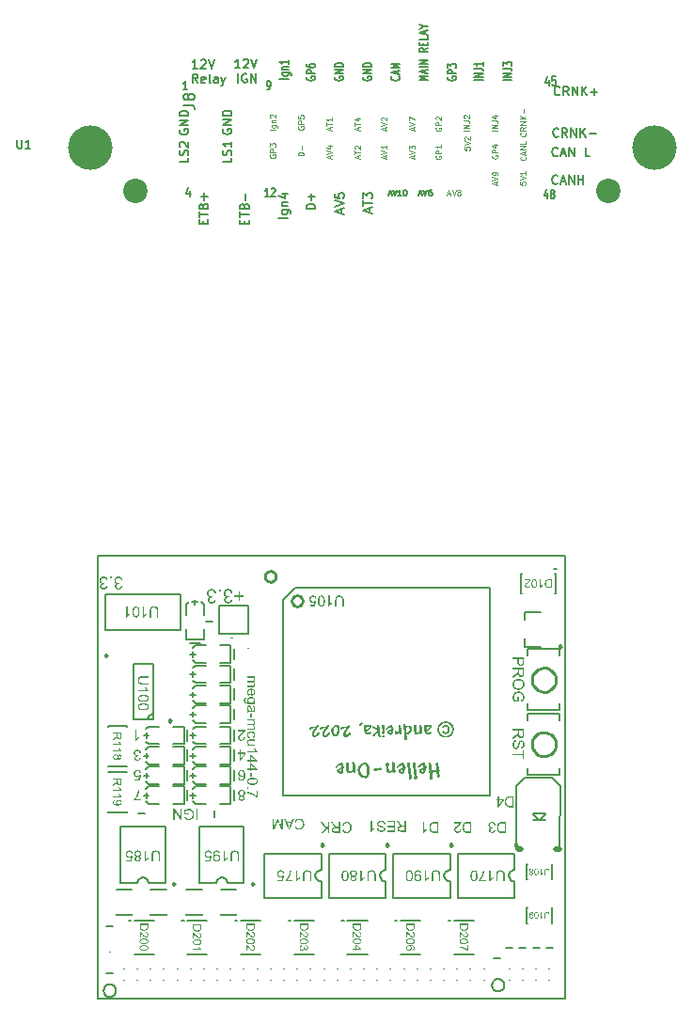
<source format=gto>
G75*
G70*
%OFA0B0*%
%FSLAX25Y25*%
%IPPOS*%
%LPD*%
%AMOC8*
5,1,8,0,0,1.08239X$1,22.5*
%
%ADD10C,0.15748*%
%ADD11C,0.08661*%
%ADD27C,0.00512*%
%ADD28C,0.00450*%
%ADD29C,0.00400*%
%ADD30C,0.00500*%
%ADD31C,0.00394*%
%ADD32C,0.00591*%
%ADD33C,0.00787*%
%ADD35C,0.01968*%
%ADD94C,0.01000*%
%ADD95C,0.00984*%
%ADD96C,0.00300*%
%ADD97C,0.00669*%
X0000000Y0000000D02*
%LPD*%
G01*
D27*
X0126151Y0391428D02*
X0126151Y0389038D01*
X0126151Y0389038D02*
X0126292Y0388757D01*
X0126292Y0388757D02*
X0126432Y0388616D01*
X0126432Y0388616D02*
X0126714Y0388476D01*
X0126714Y0388476D02*
X0127276Y0388476D01*
X0127276Y0388476D02*
X0127557Y0388616D01*
X0127557Y0388616D02*
X0127698Y0388757D01*
X0127698Y0388757D02*
X0127838Y0389038D01*
X0127838Y0389038D02*
X0127838Y0391428D01*
X0130791Y0388476D02*
X0129104Y0388476D01*
X0129947Y0388476D02*
X0129947Y0391428D01*
X0129947Y0391428D02*
X0129666Y0391007D01*
X0129666Y0391007D02*
X0129385Y0390725D01*
X0129385Y0390725D02*
X0129104Y0390585D01*
X0248732Y0413834D02*
X0248582Y0413609D01*
X0248582Y0413609D02*
X0248582Y0413271D01*
X0248582Y0413271D02*
X0248732Y0412934D01*
X0248732Y0412934D02*
X0249032Y0412709D01*
X0249032Y0412709D02*
X0249332Y0412596D01*
X0249332Y0412596D02*
X0249931Y0412484D01*
X0249931Y0412484D02*
X0250381Y0412484D01*
X0250381Y0412484D02*
X0250981Y0412596D01*
X0250981Y0412596D02*
X0251281Y0412709D01*
X0251281Y0412709D02*
X0251581Y0412934D01*
X0251581Y0412934D02*
X0251731Y0413271D01*
X0251731Y0413271D02*
X0251731Y0413496D01*
X0251731Y0413496D02*
X0251581Y0413834D01*
X0251581Y0413834D02*
X0251431Y0413946D01*
X0251431Y0413946D02*
X0250381Y0413946D01*
X0250381Y0413946D02*
X0250381Y0413496D01*
X0251731Y0414959D02*
X0248582Y0414959D01*
X0248582Y0414959D02*
X0251731Y0416308D01*
X0251731Y0416308D02*
X0248582Y0416308D01*
X0251731Y0417433D02*
X0248582Y0417433D01*
X0248582Y0417433D02*
X0248582Y0417996D01*
X0248582Y0417996D02*
X0248732Y0418333D01*
X0248732Y0418333D02*
X0249032Y0418558D01*
X0249032Y0418558D02*
X0249332Y0418671D01*
X0249332Y0418671D02*
X0249931Y0418783D01*
X0249931Y0418783D02*
X0250381Y0418783D01*
X0250381Y0418783D02*
X0250981Y0418671D01*
X0250981Y0418671D02*
X0251281Y0418558D01*
X0251281Y0418558D02*
X0251581Y0418333D01*
X0251581Y0418333D02*
X0251731Y0417996D01*
X0251731Y0417996D02*
X0251731Y0417433D01*
X0222231Y0413214D02*
X0219082Y0413214D01*
X0220132Y0415351D02*
X0222681Y0415351D01*
X0222681Y0415351D02*
X0222981Y0415239D01*
X0222981Y0415239D02*
X0223131Y0415126D01*
X0223131Y0415126D02*
X0223281Y0414901D01*
X0223281Y0414901D02*
X0223281Y0414564D01*
X0223281Y0414564D02*
X0223131Y0414339D01*
X0222081Y0415351D02*
X0222231Y0415126D01*
X0222231Y0415126D02*
X0222231Y0414676D01*
X0222231Y0414676D02*
X0222081Y0414451D01*
X0222081Y0414451D02*
X0221931Y0414339D01*
X0221931Y0414339D02*
X0221631Y0414226D01*
X0221631Y0414226D02*
X0220731Y0414226D01*
X0220731Y0414226D02*
X0220431Y0414339D01*
X0220431Y0414339D02*
X0220281Y0414451D01*
X0220281Y0414451D02*
X0220132Y0414676D01*
X0220132Y0414676D02*
X0220132Y0415126D01*
X0220132Y0415126D02*
X0220281Y0415351D01*
X0220132Y0416476D02*
X0222231Y0416476D01*
X0220431Y0416476D02*
X0220281Y0416589D01*
X0220281Y0416589D02*
X0220132Y0416814D01*
X0220132Y0416814D02*
X0220132Y0417151D01*
X0220132Y0417151D02*
X0220281Y0417376D01*
X0220281Y0417376D02*
X0220581Y0417489D01*
X0220581Y0417489D02*
X0222231Y0417489D01*
X0222231Y0419851D02*
X0222231Y0418501D01*
X0222231Y0419176D02*
X0219082Y0419176D01*
X0219082Y0419176D02*
X0219532Y0418951D01*
X0219532Y0418951D02*
X0219832Y0418726D01*
X0219832Y0418726D02*
X0219982Y0418501D01*
D28*
X0278707Y0372385D02*
X0279659Y0372385D01*
X0278516Y0371813D02*
X0279183Y0373813D01*
X0279183Y0373813D02*
X0279850Y0371813D01*
X0280230Y0373813D02*
X0280897Y0371813D01*
X0280897Y0371813D02*
X0281564Y0373813D01*
X0282516Y0372956D02*
X0282326Y0373051D01*
X0282326Y0373051D02*
X0282230Y0373146D01*
X0282230Y0373146D02*
X0282135Y0373337D01*
X0282135Y0373337D02*
X0282135Y0373432D01*
X0282135Y0373432D02*
X0282230Y0373623D01*
X0282230Y0373623D02*
X0282326Y0373718D01*
X0282326Y0373718D02*
X0282516Y0373813D01*
X0282516Y0373813D02*
X0282897Y0373813D01*
X0282897Y0373813D02*
X0283088Y0373718D01*
X0283088Y0373718D02*
X0283183Y0373623D01*
X0283183Y0373623D02*
X0283278Y0373432D01*
X0283278Y0373432D02*
X0283278Y0373337D01*
X0283278Y0373337D02*
X0283183Y0373146D01*
X0283183Y0373146D02*
X0283088Y0373051D01*
X0283088Y0373051D02*
X0282897Y0372956D01*
X0282897Y0372956D02*
X0282516Y0372956D01*
X0282516Y0372956D02*
X0282326Y0372861D01*
X0282326Y0372861D02*
X0282230Y0372766D01*
X0282230Y0372766D02*
X0282135Y0372575D01*
X0282135Y0372575D02*
X0282135Y0372194D01*
X0282135Y0372194D02*
X0282230Y0372004D01*
X0282230Y0372004D02*
X0282326Y0371908D01*
X0282326Y0371908D02*
X0282516Y0371813D01*
X0282516Y0371813D02*
X0282897Y0371813D01*
X0282897Y0371813D02*
X0283088Y0371908D01*
X0283088Y0371908D02*
X0283183Y0372004D01*
X0283183Y0372004D02*
X0283278Y0372194D01*
X0283278Y0372194D02*
X0283278Y0372575D01*
X0283278Y0372575D02*
X0283183Y0372766D01*
X0283183Y0372766D02*
X0283088Y0372861D01*
X0283088Y0372861D02*
X0282897Y0372956D01*
D29*
X0237134Y0395024D02*
X0237134Y0395977D01*
X0237705Y0394834D02*
X0235705Y0395501D01*
X0235705Y0395501D02*
X0237705Y0396167D01*
X0235705Y0396548D02*
X0235705Y0397691D01*
X0237705Y0397120D02*
X0235705Y0397120D01*
X0237705Y0399405D02*
X0237705Y0398263D01*
X0237705Y0398834D02*
X0235705Y0398834D01*
X0235705Y0398834D02*
X0235991Y0398644D01*
X0235991Y0398644D02*
X0236181Y0398453D01*
X0236181Y0398453D02*
X0236277Y0398263D01*
X0306265Y0393998D02*
X0306360Y0393903D01*
X0306360Y0393903D02*
X0306455Y0393617D01*
X0306455Y0393617D02*
X0306455Y0393427D01*
X0306455Y0393427D02*
X0306360Y0393141D01*
X0306360Y0393141D02*
X0306170Y0392951D01*
X0306170Y0392951D02*
X0305979Y0392855D01*
X0305979Y0392855D02*
X0305598Y0392760D01*
X0305598Y0392760D02*
X0305312Y0392760D01*
X0305312Y0392760D02*
X0304931Y0392855D01*
X0304931Y0392855D02*
X0304741Y0392951D01*
X0304741Y0392951D02*
X0304550Y0393141D01*
X0304550Y0393141D02*
X0304455Y0393427D01*
X0304455Y0393427D02*
X0304455Y0393617D01*
X0304455Y0393617D02*
X0304550Y0393903D01*
X0304550Y0393903D02*
X0304646Y0393998D01*
X0306455Y0395998D02*
X0305503Y0395332D01*
X0306455Y0394855D02*
X0304455Y0394855D01*
X0304455Y0394855D02*
X0304455Y0395617D01*
X0304455Y0395617D02*
X0304550Y0395808D01*
X0304550Y0395808D02*
X0304646Y0395903D01*
X0304646Y0395903D02*
X0304836Y0395998D01*
X0304836Y0395998D02*
X0305122Y0395998D01*
X0305122Y0395998D02*
X0305312Y0395903D01*
X0305312Y0395903D02*
X0305408Y0395808D01*
X0305408Y0395808D02*
X0305503Y0395617D01*
X0305503Y0395617D02*
X0305503Y0394855D01*
X0306455Y0396855D02*
X0304455Y0396855D01*
X0304455Y0396855D02*
X0306455Y0397998D01*
X0306455Y0397998D02*
X0304455Y0397998D01*
X0306455Y0398951D02*
X0304455Y0398951D01*
X0306455Y0400094D02*
X0305312Y0399236D01*
X0304455Y0400094D02*
X0305598Y0398951D01*
X0305693Y0400951D02*
X0305693Y0402474D01*
X0227705Y0385953D02*
X0225705Y0385953D01*
X0225705Y0385953D02*
X0225705Y0386429D01*
X0225705Y0386429D02*
X0225800Y0386715D01*
X0225800Y0386715D02*
X0225991Y0386905D01*
X0225991Y0386905D02*
X0226181Y0387001D01*
X0226181Y0387001D02*
X0226562Y0387096D01*
X0226562Y0387096D02*
X0226848Y0387096D01*
X0226848Y0387096D02*
X0227229Y0387001D01*
X0227229Y0387001D02*
X0227420Y0386905D01*
X0227420Y0386905D02*
X0227610Y0386715D01*
X0227610Y0386715D02*
X0227705Y0386429D01*
X0227705Y0386429D02*
X0227705Y0385953D01*
X0226943Y0387953D02*
X0226943Y0389477D01*
D27*
X0261490Y0413946D02*
X0261640Y0413834D01*
X0261640Y0413834D02*
X0261790Y0413496D01*
X0261790Y0413496D02*
X0261790Y0413271D01*
X0261790Y0413271D02*
X0261640Y0412934D01*
X0261640Y0412934D02*
X0261340Y0412709D01*
X0261340Y0412709D02*
X0261040Y0412596D01*
X0261040Y0412596D02*
X0260440Y0412484D01*
X0260440Y0412484D02*
X0259991Y0412484D01*
X0259991Y0412484D02*
X0259391Y0412596D01*
X0259391Y0412596D02*
X0259091Y0412709D01*
X0259091Y0412709D02*
X0258791Y0412934D01*
X0258791Y0412934D02*
X0258641Y0413271D01*
X0258641Y0413271D02*
X0258641Y0413496D01*
X0258641Y0413496D02*
X0258791Y0413834D01*
X0258791Y0413834D02*
X0258941Y0413946D01*
X0260890Y0414846D02*
X0260890Y0415971D01*
X0261790Y0414621D02*
X0258641Y0415409D01*
X0258641Y0415409D02*
X0261790Y0416196D01*
X0261790Y0416983D02*
X0258641Y0416983D01*
X0258641Y0416983D02*
X0260890Y0417771D01*
X0260890Y0417771D02*
X0258641Y0418558D01*
X0258641Y0418558D02*
X0261790Y0418558D01*
X0317720Y0376084D02*
X0317570Y0375934D01*
X0317570Y0375934D02*
X0317120Y0375785D01*
X0317120Y0375785D02*
X0316820Y0375785D01*
X0316820Y0375785D02*
X0316370Y0375934D01*
X0316370Y0375934D02*
X0316070Y0376234D01*
X0316070Y0376234D02*
X0315920Y0376534D01*
X0315920Y0376534D02*
X0315770Y0377134D01*
X0315770Y0377134D02*
X0315770Y0377584D01*
X0315770Y0377584D02*
X0315920Y0378184D01*
X0315920Y0378184D02*
X0316070Y0378484D01*
X0316070Y0378484D02*
X0316370Y0378784D01*
X0316370Y0378784D02*
X0316820Y0378934D01*
X0316820Y0378934D02*
X0317120Y0378934D01*
X0317120Y0378934D02*
X0317570Y0378784D01*
X0317570Y0378784D02*
X0317720Y0378634D01*
X0318919Y0376684D02*
X0320419Y0376684D01*
X0318620Y0375785D02*
X0319669Y0378934D01*
X0319669Y0378934D02*
X0320719Y0375785D01*
X0321769Y0375785D02*
X0321769Y0378934D01*
X0321769Y0378934D02*
X0323569Y0375785D01*
X0323569Y0375785D02*
X0323569Y0378934D01*
X0325069Y0375785D02*
X0325069Y0378934D01*
X0325069Y0377434D02*
X0326868Y0377434D01*
X0326868Y0375785D02*
X0326868Y0378934D01*
X0318527Y0407584D02*
X0318377Y0407434D01*
X0318377Y0407434D02*
X0317927Y0407285D01*
X0317927Y0407285D02*
X0317627Y0407285D01*
X0317627Y0407285D02*
X0317177Y0407434D01*
X0317177Y0407434D02*
X0316877Y0407734D01*
X0316877Y0407734D02*
X0316727Y0408034D01*
X0316727Y0408034D02*
X0316577Y0408634D01*
X0316577Y0408634D02*
X0316577Y0409084D01*
X0316577Y0409084D02*
X0316727Y0409684D01*
X0316727Y0409684D02*
X0316877Y0409984D01*
X0316877Y0409984D02*
X0317177Y0410284D01*
X0317177Y0410284D02*
X0317627Y0410434D01*
X0317627Y0410434D02*
X0317927Y0410434D01*
X0317927Y0410434D02*
X0318377Y0410284D01*
X0318377Y0410284D02*
X0318527Y0410134D01*
X0321676Y0407285D02*
X0320626Y0408784D01*
X0319876Y0407285D02*
X0319876Y0410434D01*
X0319876Y0410434D02*
X0321076Y0410434D01*
X0321076Y0410434D02*
X0321376Y0410284D01*
X0321376Y0410284D02*
X0321526Y0410134D01*
X0321526Y0410134D02*
X0321676Y0409834D01*
X0321676Y0409834D02*
X0321676Y0409384D01*
X0321676Y0409384D02*
X0321526Y0409084D01*
X0321526Y0409084D02*
X0321376Y0408934D01*
X0321376Y0408934D02*
X0321076Y0408784D01*
X0321076Y0408784D02*
X0319876Y0408784D01*
X0323026Y0407285D02*
X0323026Y0410434D01*
X0323026Y0410434D02*
X0324826Y0407285D01*
X0324826Y0407285D02*
X0324826Y0410434D01*
X0326326Y0407285D02*
X0326326Y0410434D01*
X0328125Y0407285D02*
X0326775Y0409084D01*
X0328125Y0410434D02*
X0326326Y0408634D01*
X0329475Y0408484D02*
X0331875Y0408484D01*
X0330675Y0407285D02*
X0330675Y0409684D01*
X0183732Y0395229D02*
X0183582Y0394929D01*
X0183582Y0394929D02*
X0183582Y0394479D01*
X0183582Y0394479D02*
X0183732Y0394029D01*
X0183732Y0394029D02*
X0184032Y0393729D01*
X0184032Y0393729D02*
X0184332Y0393579D01*
X0184332Y0393579D02*
X0184931Y0393429D01*
X0184931Y0393429D02*
X0185381Y0393429D01*
X0185381Y0393429D02*
X0185981Y0393579D01*
X0185981Y0393579D02*
X0186281Y0393729D01*
X0186281Y0393729D02*
X0186581Y0394029D01*
X0186581Y0394029D02*
X0186731Y0394479D01*
X0186731Y0394479D02*
X0186731Y0394779D01*
X0186731Y0394779D02*
X0186581Y0395229D01*
X0186581Y0395229D02*
X0186431Y0395379D01*
X0186431Y0395379D02*
X0185381Y0395379D01*
X0185381Y0395379D02*
X0185381Y0394779D01*
X0186731Y0396728D02*
X0183582Y0396728D01*
X0183582Y0396728D02*
X0186731Y0398528D01*
X0186731Y0398528D02*
X0183582Y0398528D01*
X0186731Y0400028D02*
X0183582Y0400028D01*
X0183582Y0400028D02*
X0183582Y0400778D01*
X0183582Y0400778D02*
X0183732Y0401228D01*
X0183732Y0401228D02*
X0184032Y0401528D01*
X0184032Y0401528D02*
X0184332Y0401678D01*
X0184332Y0401678D02*
X0184931Y0401828D01*
X0184931Y0401828D02*
X0185381Y0401828D01*
X0185381Y0401828D02*
X0185981Y0401678D01*
X0185981Y0401678D02*
X0186281Y0401528D01*
X0186281Y0401528D02*
X0186581Y0401228D01*
X0186581Y0401228D02*
X0186731Y0400778D01*
X0186731Y0400778D02*
X0186731Y0400028D01*
X0206581Y0361735D02*
X0206581Y0362785D01*
X0208231Y0363235D02*
X0208231Y0361735D01*
X0208231Y0361735D02*
X0205082Y0361735D01*
X0205082Y0361735D02*
X0205082Y0363235D01*
X0205082Y0364135D02*
X0205082Y0365934D01*
X0208231Y0365034D02*
X0205082Y0365034D01*
X0206581Y0368034D02*
X0206731Y0368484D01*
X0206731Y0368484D02*
X0206881Y0368634D01*
X0206881Y0368634D02*
X0207181Y0368784D01*
X0207181Y0368784D02*
X0207631Y0368784D01*
X0207631Y0368784D02*
X0207931Y0368634D01*
X0207931Y0368634D02*
X0208081Y0368484D01*
X0208081Y0368484D02*
X0208231Y0368184D01*
X0208231Y0368184D02*
X0208231Y0366984D01*
X0208231Y0366984D02*
X0205082Y0366984D01*
X0205082Y0366984D02*
X0205082Y0368034D01*
X0205082Y0368034D02*
X0205232Y0368334D01*
X0205232Y0368334D02*
X0205382Y0368484D01*
X0205382Y0368484D02*
X0205682Y0368634D01*
X0205682Y0368634D02*
X0205982Y0368634D01*
X0205982Y0368634D02*
X0206281Y0368484D01*
X0206281Y0368484D02*
X0206431Y0368334D01*
X0206431Y0368334D02*
X0206581Y0368034D01*
X0206581Y0368034D02*
X0206581Y0366984D01*
X0207031Y0370134D02*
X0207031Y0372533D01*
X0231698Y0366984D02*
X0228548Y0366984D01*
X0228548Y0366984D02*
X0228548Y0367734D01*
X0228548Y0367734D02*
X0228698Y0368184D01*
X0228698Y0368184D02*
X0228998Y0368484D01*
X0228998Y0368484D02*
X0229298Y0368634D01*
X0229298Y0368634D02*
X0229898Y0368784D01*
X0229898Y0368784D02*
X0230348Y0368784D01*
X0230348Y0368784D02*
X0230948Y0368634D01*
X0230948Y0368634D02*
X0231248Y0368484D01*
X0231248Y0368484D02*
X0231548Y0368184D01*
X0231548Y0368184D02*
X0231698Y0367734D01*
X0231698Y0367734D02*
X0231698Y0366984D01*
X0230498Y0370134D02*
X0230498Y0372533D01*
X0231698Y0371334D02*
X0229298Y0371334D01*
X0186731Y0385104D02*
X0186731Y0383604D01*
X0186731Y0383604D02*
X0183582Y0383604D01*
X0186581Y0386003D02*
X0186731Y0386453D01*
X0186731Y0386453D02*
X0186731Y0387203D01*
X0186731Y0387203D02*
X0186581Y0387503D01*
X0186581Y0387503D02*
X0186431Y0387653D01*
X0186431Y0387653D02*
X0186131Y0387803D01*
X0186131Y0387803D02*
X0185831Y0387803D01*
X0185831Y0387803D02*
X0185531Y0387653D01*
X0185531Y0387653D02*
X0185381Y0387503D01*
X0185381Y0387503D02*
X0185231Y0387203D01*
X0185231Y0387203D02*
X0185081Y0386603D01*
X0185081Y0386603D02*
X0184931Y0386303D01*
X0184931Y0386303D02*
X0184781Y0386153D01*
X0184781Y0386153D02*
X0184482Y0386003D01*
X0184482Y0386003D02*
X0184182Y0386003D01*
X0184182Y0386003D02*
X0183882Y0386153D01*
X0183882Y0386153D02*
X0183732Y0386303D01*
X0183732Y0386303D02*
X0183582Y0386603D01*
X0183582Y0386603D02*
X0183582Y0387353D01*
X0183582Y0387353D02*
X0183732Y0387803D01*
X0183882Y0389003D02*
X0183732Y0389153D01*
X0183732Y0389153D02*
X0183582Y0389453D01*
X0183582Y0389453D02*
X0183582Y0390203D01*
X0183582Y0390203D02*
X0183732Y0390503D01*
X0183732Y0390503D02*
X0183882Y0390653D01*
X0183882Y0390653D02*
X0184182Y0390803D01*
X0184182Y0390803D02*
X0184482Y0390803D01*
X0184482Y0390803D02*
X0184931Y0390653D01*
X0184931Y0390653D02*
X0186731Y0388853D01*
X0186731Y0388853D02*
X0186731Y0390803D01*
D30*
X0268674Y0372387D02*
X0269626Y0372387D01*
X0268483Y0371816D02*
X0269150Y0373816D01*
X0269150Y0373816D02*
X0269817Y0371816D01*
X0270198Y0373816D02*
X0270864Y0371816D01*
X0270864Y0371816D02*
X0271531Y0373816D01*
X0273055Y0373816D02*
X0272674Y0373816D01*
X0272674Y0373816D02*
X0272483Y0373720D01*
X0272483Y0373720D02*
X0272388Y0373625D01*
X0272388Y0373625D02*
X0272198Y0373340D01*
X0272198Y0373340D02*
X0272102Y0372959D01*
X0272102Y0372959D02*
X0272102Y0372197D01*
X0272102Y0372197D02*
X0272198Y0372006D01*
X0272198Y0372006D02*
X0272293Y0371911D01*
X0272293Y0371911D02*
X0272483Y0371816D01*
X0272483Y0371816D02*
X0272864Y0371816D01*
X0272864Y0371816D02*
X0273055Y0371911D01*
X0273055Y0371911D02*
X0273150Y0372006D01*
X0273150Y0372006D02*
X0273245Y0372197D01*
X0273245Y0372197D02*
X0273245Y0372673D01*
X0273245Y0372673D02*
X0273150Y0372863D01*
X0273150Y0372863D02*
X0273055Y0372959D01*
X0273055Y0372959D02*
X0272864Y0373054D01*
X0272864Y0373054D02*
X0272483Y0373054D01*
X0272483Y0373054D02*
X0272293Y0372959D01*
X0272293Y0372959D02*
X0272198Y0372863D01*
X0272198Y0372863D02*
X0272102Y0372673D01*
D27*
X0215351Y0371285D02*
X0214001Y0371285D01*
X0214676Y0371285D02*
X0214676Y0374434D01*
X0214676Y0374434D02*
X0214451Y0373984D01*
X0214451Y0373984D02*
X0214226Y0373684D01*
X0214226Y0373684D02*
X0214001Y0373534D01*
X0216251Y0374134D02*
X0216363Y0374284D01*
X0216363Y0374284D02*
X0216588Y0374434D01*
X0216588Y0374434D02*
X0217151Y0374434D01*
X0217151Y0374434D02*
X0217376Y0374284D01*
X0217376Y0374284D02*
X0217488Y0374134D01*
X0217488Y0374134D02*
X0217601Y0373834D01*
X0217601Y0373834D02*
X0217601Y0373534D01*
X0217601Y0373534D02*
X0217488Y0373084D01*
X0217488Y0373084D02*
X0216138Y0371285D01*
X0216138Y0371285D02*
X0217601Y0371285D01*
D29*
X0266634Y0394929D02*
X0266634Y0395882D01*
X0267205Y0394739D02*
X0265205Y0395405D01*
X0265205Y0395405D02*
X0267205Y0396072D01*
X0265205Y0396453D02*
X0267205Y0397120D01*
X0267205Y0397120D02*
X0265205Y0397786D01*
X0265205Y0398263D02*
X0265205Y0399596D01*
X0265205Y0399596D02*
X0267205Y0398739D01*
D27*
X0187251Y0373384D02*
X0187251Y0371285D01*
X0186688Y0374584D02*
X0186126Y0372334D01*
X0186126Y0372334D02*
X0187588Y0372334D01*
X0278732Y0413834D02*
X0278582Y0413609D01*
X0278582Y0413609D02*
X0278582Y0413271D01*
X0278582Y0413271D02*
X0278732Y0412934D01*
X0278732Y0412934D02*
X0279032Y0412709D01*
X0279032Y0412709D02*
X0279332Y0412596D01*
X0279332Y0412596D02*
X0279931Y0412484D01*
X0279931Y0412484D02*
X0280381Y0412484D01*
X0280381Y0412484D02*
X0280981Y0412596D01*
X0280981Y0412596D02*
X0281281Y0412709D01*
X0281281Y0412709D02*
X0281581Y0412934D01*
X0281581Y0412934D02*
X0281731Y0413271D01*
X0281731Y0413271D02*
X0281731Y0413496D01*
X0281731Y0413496D02*
X0281581Y0413834D01*
X0281581Y0413834D02*
X0281431Y0413946D01*
X0281431Y0413946D02*
X0280381Y0413946D01*
X0280381Y0413946D02*
X0280381Y0413496D01*
X0281731Y0414959D02*
X0278582Y0414959D01*
X0278582Y0414959D02*
X0278582Y0415858D01*
X0278582Y0415858D02*
X0278732Y0416083D01*
X0278732Y0416083D02*
X0278882Y0416196D01*
X0278882Y0416196D02*
X0279182Y0416308D01*
X0279182Y0416308D02*
X0279632Y0416308D01*
X0279632Y0416308D02*
X0279931Y0416196D01*
X0279931Y0416196D02*
X0280081Y0416083D01*
X0280081Y0416083D02*
X0280231Y0415858D01*
X0280231Y0415858D02*
X0280231Y0414959D01*
X0278582Y0417096D02*
X0278582Y0418558D01*
X0278582Y0418558D02*
X0279781Y0417771D01*
X0279781Y0417771D02*
X0279781Y0418108D01*
X0279781Y0418108D02*
X0279931Y0418333D01*
X0279931Y0418333D02*
X0280081Y0418446D01*
X0280081Y0418446D02*
X0280381Y0418558D01*
X0280381Y0418558D02*
X0281131Y0418558D01*
X0281131Y0418558D02*
X0281431Y0418446D01*
X0281431Y0418446D02*
X0281581Y0418333D01*
X0281581Y0418333D02*
X0281731Y0418108D01*
X0281731Y0418108D02*
X0281731Y0417433D01*
X0281731Y0417433D02*
X0281581Y0417208D01*
X0281581Y0417208D02*
X0281431Y0417096D01*
D31*
X0295962Y0375532D02*
X0295962Y0376484D01*
X0296533Y0375341D02*
X0294533Y0376008D01*
X0294533Y0376008D02*
X0296533Y0376675D01*
X0294533Y0377056D02*
X0296533Y0377722D01*
X0296533Y0377722D02*
X0294533Y0378389D01*
X0296533Y0379151D02*
X0296533Y0379532D01*
X0296533Y0379532D02*
X0296438Y0379722D01*
X0296438Y0379722D02*
X0296343Y0379818D01*
X0296343Y0379818D02*
X0296057Y0380008D01*
X0296057Y0380008D02*
X0295676Y0380103D01*
X0295676Y0380103D02*
X0294914Y0380103D01*
X0294914Y0380103D02*
X0294724Y0380008D01*
X0294724Y0380008D02*
X0294628Y0379913D01*
X0294628Y0379913D02*
X0294533Y0379722D01*
X0294533Y0379722D02*
X0294533Y0379341D01*
X0294533Y0379341D02*
X0294628Y0379151D01*
X0294628Y0379151D02*
X0294724Y0379056D01*
X0294724Y0379056D02*
X0294914Y0378960D01*
X0294914Y0378960D02*
X0295390Y0378960D01*
X0295390Y0378960D02*
X0295581Y0379056D01*
X0295581Y0379056D02*
X0295676Y0379151D01*
X0295676Y0379151D02*
X0295771Y0379341D01*
X0295771Y0379341D02*
X0295771Y0379722D01*
X0295771Y0379722D02*
X0295676Y0379913D01*
X0295676Y0379913D02*
X0295581Y0380008D01*
X0295581Y0380008D02*
X0295390Y0380103D01*
D29*
X0247134Y0385024D02*
X0247134Y0385977D01*
X0247705Y0384834D02*
X0245705Y0385501D01*
X0245705Y0385501D02*
X0247705Y0386167D01*
X0245705Y0386548D02*
X0245705Y0387691D01*
X0247705Y0387120D02*
X0245705Y0387120D01*
X0245896Y0388263D02*
X0245800Y0388358D01*
X0245800Y0388358D02*
X0245705Y0388548D01*
X0245705Y0388548D02*
X0245705Y0389024D01*
X0245705Y0389024D02*
X0245800Y0389215D01*
X0245800Y0389215D02*
X0245896Y0389310D01*
X0245896Y0389310D02*
X0246086Y0389405D01*
X0246086Y0389405D02*
X0246277Y0389405D01*
X0246277Y0389405D02*
X0246562Y0389310D01*
X0246562Y0389310D02*
X0247705Y0388167D01*
X0247705Y0388167D02*
X0247705Y0389405D01*
X0256634Y0394929D02*
X0256634Y0395882D01*
X0257205Y0394739D02*
X0255205Y0395405D01*
X0255205Y0395405D02*
X0257205Y0396072D01*
X0255205Y0396453D02*
X0257205Y0397120D01*
X0257205Y0397120D02*
X0255205Y0397786D01*
X0255396Y0398358D02*
X0255300Y0398453D01*
X0255300Y0398453D02*
X0255205Y0398644D01*
X0255205Y0398644D02*
X0255205Y0399120D01*
X0255205Y0399120D02*
X0255300Y0399310D01*
X0255300Y0399310D02*
X0255396Y0399405D01*
X0255396Y0399405D02*
X0255586Y0399501D01*
X0255586Y0399501D02*
X0255777Y0399501D01*
X0255777Y0399501D02*
X0256062Y0399405D01*
X0256062Y0399405D02*
X0257205Y0398263D01*
X0257205Y0398263D02*
X0257205Y0399501D01*
D27*
X0241081Y0365484D02*
X0241081Y0366984D01*
X0241981Y0365184D02*
X0238832Y0366234D01*
X0238832Y0366234D02*
X0241981Y0367284D01*
X0238832Y0367884D02*
X0241981Y0368934D01*
X0241981Y0368934D02*
X0238832Y0369984D01*
X0238832Y0372533D02*
X0238832Y0371034D01*
X0238832Y0371034D02*
X0240331Y0370884D01*
X0240331Y0370884D02*
X0240181Y0371034D01*
X0240181Y0371034D02*
X0240031Y0371334D01*
X0240031Y0371334D02*
X0240031Y0372084D01*
X0240031Y0372084D02*
X0240181Y0372384D01*
X0240181Y0372384D02*
X0240331Y0372533D01*
X0240331Y0372533D02*
X0240631Y0372683D01*
X0240631Y0372683D02*
X0241381Y0372683D01*
X0241381Y0372683D02*
X0241681Y0372533D01*
X0241681Y0372533D02*
X0241831Y0372384D01*
X0241831Y0372384D02*
X0241981Y0372084D01*
X0241981Y0372084D02*
X0241981Y0371334D01*
X0241981Y0371334D02*
X0241831Y0371034D01*
X0241831Y0371034D02*
X0241681Y0370884D01*
D29*
X0306265Y0385570D02*
X0306360Y0385474D01*
X0306360Y0385474D02*
X0306455Y0385189D01*
X0306455Y0385189D02*
X0306455Y0384998D01*
X0306455Y0384998D02*
X0306360Y0384713D01*
X0306360Y0384713D02*
X0306170Y0384522D01*
X0306170Y0384522D02*
X0305979Y0384427D01*
X0305979Y0384427D02*
X0305598Y0384332D01*
X0305598Y0384332D02*
X0305312Y0384332D01*
X0305312Y0384332D02*
X0304931Y0384427D01*
X0304931Y0384427D02*
X0304741Y0384522D01*
X0304741Y0384522D02*
X0304550Y0384713D01*
X0304550Y0384713D02*
X0304455Y0384998D01*
X0304455Y0384998D02*
X0304455Y0385189D01*
X0304455Y0385189D02*
X0304550Y0385474D01*
X0304550Y0385474D02*
X0304646Y0385570D01*
X0305884Y0386332D02*
X0305884Y0387284D01*
X0306455Y0386141D02*
X0304455Y0386808D01*
X0304455Y0386808D02*
X0306455Y0387474D01*
X0306455Y0388141D02*
X0304455Y0388141D01*
X0304455Y0388141D02*
X0306455Y0389284D01*
X0306455Y0389284D02*
X0304455Y0389284D01*
X0306455Y0391189D02*
X0306455Y0390236D01*
X0306455Y0390236D02*
X0304455Y0390236D01*
X0256634Y0384929D02*
X0256634Y0385882D01*
X0257205Y0384739D02*
X0255205Y0385405D01*
X0255205Y0385405D02*
X0257205Y0386072D01*
X0255205Y0386453D02*
X0257205Y0387120D01*
X0257205Y0387120D02*
X0255205Y0387786D01*
X0257205Y0389501D02*
X0257205Y0388358D01*
X0257205Y0388929D02*
X0255205Y0388929D01*
X0255205Y0388929D02*
X0255491Y0388739D01*
X0255491Y0388739D02*
X0255681Y0388548D01*
X0255681Y0388548D02*
X0255777Y0388358D01*
X0225800Y0396286D02*
X0225705Y0396096D01*
X0225705Y0396096D02*
X0225705Y0395810D01*
X0225705Y0395810D02*
X0225800Y0395524D01*
X0225800Y0395524D02*
X0225991Y0395334D01*
X0225991Y0395334D02*
X0226181Y0395239D01*
X0226181Y0395239D02*
X0226562Y0395144D01*
X0226562Y0395144D02*
X0226848Y0395144D01*
X0226848Y0395144D02*
X0227229Y0395239D01*
X0227229Y0395239D02*
X0227420Y0395334D01*
X0227420Y0395334D02*
X0227610Y0395524D01*
X0227610Y0395524D02*
X0227705Y0395810D01*
X0227705Y0395810D02*
X0227705Y0396001D01*
X0227705Y0396001D02*
X0227610Y0396286D01*
X0227610Y0396286D02*
X0227515Y0396382D01*
X0227515Y0396382D02*
X0226848Y0396382D01*
X0226848Y0396382D02*
X0226848Y0396001D01*
X0227705Y0397239D02*
X0225705Y0397239D01*
X0225705Y0397239D02*
X0225705Y0398001D01*
X0225705Y0398001D02*
X0225800Y0398191D01*
X0225800Y0398191D02*
X0225896Y0398286D01*
X0225896Y0398286D02*
X0226086Y0398382D01*
X0226086Y0398382D02*
X0226372Y0398382D01*
X0226372Y0398382D02*
X0226562Y0398286D01*
X0226562Y0398286D02*
X0226658Y0398191D01*
X0226658Y0398191D02*
X0226753Y0398001D01*
X0226753Y0398001D02*
X0226753Y0397239D01*
X0225705Y0400191D02*
X0225705Y0399239D01*
X0225705Y0399239D02*
X0226658Y0399144D01*
X0226658Y0399144D02*
X0226562Y0399239D01*
X0226562Y0399239D02*
X0226467Y0399429D01*
X0226467Y0399429D02*
X0226467Y0399905D01*
X0226467Y0399905D02*
X0226562Y0400096D01*
X0226562Y0400096D02*
X0226658Y0400191D01*
X0226658Y0400191D02*
X0226848Y0400286D01*
X0226848Y0400286D02*
X0227324Y0400286D01*
X0227324Y0400286D02*
X0227515Y0400191D01*
X0227515Y0400191D02*
X0227610Y0400096D01*
X0227610Y0400096D02*
X0227705Y0399905D01*
X0227705Y0399905D02*
X0227705Y0399429D01*
X0227705Y0399429D02*
X0227610Y0399239D01*
X0227610Y0399239D02*
X0227515Y0399144D01*
D27*
X0238791Y0413834D02*
X0238641Y0413609D01*
X0238641Y0413609D02*
X0238641Y0413271D01*
X0238641Y0413271D02*
X0238791Y0412934D01*
X0238791Y0412934D02*
X0239091Y0412709D01*
X0239091Y0412709D02*
X0239391Y0412596D01*
X0239391Y0412596D02*
X0239991Y0412484D01*
X0239991Y0412484D02*
X0240440Y0412484D01*
X0240440Y0412484D02*
X0241040Y0412596D01*
X0241040Y0412596D02*
X0241340Y0412709D01*
X0241340Y0412709D02*
X0241640Y0412934D01*
X0241640Y0412934D02*
X0241790Y0413271D01*
X0241790Y0413271D02*
X0241790Y0413496D01*
X0241790Y0413496D02*
X0241640Y0413834D01*
X0241640Y0413834D02*
X0241490Y0413946D01*
X0241490Y0413946D02*
X0240440Y0413946D01*
X0240440Y0413946D02*
X0240440Y0413496D01*
X0241790Y0414959D02*
X0238641Y0414959D01*
X0238641Y0414959D02*
X0241790Y0416308D01*
X0241790Y0416308D02*
X0238641Y0416308D01*
X0241790Y0417433D02*
X0238641Y0417433D01*
X0238641Y0417433D02*
X0238641Y0417996D01*
X0238641Y0417996D02*
X0238791Y0418333D01*
X0238791Y0418333D02*
X0239091Y0418558D01*
X0239091Y0418558D02*
X0239391Y0418671D01*
X0239391Y0418671D02*
X0239991Y0418783D01*
X0239991Y0418783D02*
X0240440Y0418783D01*
X0240440Y0418783D02*
X0241040Y0418671D01*
X0241040Y0418671D02*
X0241340Y0418558D01*
X0241340Y0418558D02*
X0241640Y0418333D01*
X0241640Y0418333D02*
X0241790Y0417996D01*
X0241790Y0417996D02*
X0241790Y0417433D01*
X0251081Y0365784D02*
X0251081Y0367284D01*
X0251981Y0365484D02*
X0248832Y0366534D01*
X0248832Y0366534D02*
X0251981Y0367584D01*
X0248832Y0368184D02*
X0248832Y0369984D01*
X0251981Y0369084D02*
X0248832Y0369084D01*
X0248832Y0370734D02*
X0248832Y0372683D01*
X0248832Y0372683D02*
X0250031Y0371634D01*
X0250031Y0371634D02*
X0250031Y0372084D01*
X0250031Y0372084D02*
X0250181Y0372384D01*
X0250181Y0372384D02*
X0250331Y0372533D01*
X0250331Y0372533D02*
X0250631Y0372683D01*
X0250631Y0372683D02*
X0251381Y0372683D01*
X0251381Y0372683D02*
X0251681Y0372533D01*
X0251681Y0372533D02*
X0251831Y0372384D01*
X0251831Y0372384D02*
X0251981Y0372084D01*
X0251981Y0372084D02*
X0251981Y0371184D01*
X0251981Y0371184D02*
X0251831Y0370884D01*
X0251831Y0370884D02*
X0251681Y0370734D01*
X0186476Y0409285D02*
X0185126Y0409285D01*
X0185801Y0409285D02*
X0185801Y0412434D01*
X0185801Y0412434D02*
X0185576Y0411984D01*
X0185576Y0411984D02*
X0185351Y0411684D01*
X0185351Y0411684D02*
X0185126Y0411534D01*
D29*
X0247134Y0395024D02*
X0247134Y0395977D01*
X0247705Y0394834D02*
X0245705Y0395501D01*
X0245705Y0395501D02*
X0247705Y0396167D01*
X0245705Y0396548D02*
X0245705Y0397691D01*
X0247705Y0397120D02*
X0245705Y0397120D01*
X0246372Y0399215D02*
X0247705Y0399215D01*
X0245610Y0398739D02*
X0247039Y0398263D01*
X0247039Y0398263D02*
X0247039Y0399501D01*
D30*
X0257769Y0372387D02*
X0258721Y0372387D01*
X0257579Y0371816D02*
X0258245Y0373816D01*
X0258245Y0373816D02*
X0258912Y0371816D01*
X0259293Y0373816D02*
X0259960Y0371816D01*
X0259960Y0371816D02*
X0260626Y0373816D01*
X0262340Y0371816D02*
X0261198Y0371816D01*
X0261769Y0371816D02*
X0261769Y0373816D01*
X0261769Y0373816D02*
X0261579Y0373530D01*
X0261579Y0373530D02*
X0261388Y0373340D01*
X0261388Y0373340D02*
X0261198Y0373244D01*
X0263579Y0373816D02*
X0263769Y0373816D01*
X0263769Y0373816D02*
X0263960Y0373720D01*
X0263960Y0373720D02*
X0264055Y0373625D01*
X0264055Y0373625D02*
X0264150Y0373435D01*
X0264150Y0373435D02*
X0264245Y0373054D01*
X0264245Y0373054D02*
X0264245Y0372578D01*
X0264245Y0372578D02*
X0264150Y0372197D01*
X0264150Y0372197D02*
X0264055Y0372006D01*
X0264055Y0372006D02*
X0263960Y0371911D01*
X0263960Y0371911D02*
X0263769Y0371816D01*
X0263769Y0371816D02*
X0263579Y0371816D01*
X0263579Y0371816D02*
X0263388Y0371911D01*
X0263388Y0371911D02*
X0263293Y0372006D01*
X0263293Y0372006D02*
X0263198Y0372197D01*
X0263198Y0372197D02*
X0263102Y0372578D01*
X0263102Y0372578D02*
X0263102Y0373054D01*
X0263102Y0373054D02*
X0263198Y0373435D01*
X0263198Y0373435D02*
X0263293Y0373625D01*
X0263293Y0373625D02*
X0263388Y0373720D01*
X0263388Y0373720D02*
X0263579Y0373816D01*
D27*
X0291290Y0412596D02*
X0288141Y0412596D01*
X0291290Y0413721D02*
X0288141Y0413721D01*
X0288141Y0413721D02*
X0291290Y0415071D01*
X0291290Y0415071D02*
X0288141Y0415071D01*
X0288141Y0416871D02*
X0290390Y0416871D01*
X0290390Y0416871D02*
X0290840Y0416758D01*
X0290840Y0416758D02*
X0291140Y0416533D01*
X0291140Y0416533D02*
X0291290Y0416196D01*
X0291290Y0416196D02*
X0291290Y0415971D01*
X0291290Y0419233D02*
X0291290Y0417883D01*
X0291290Y0418558D02*
X0288141Y0418558D01*
X0288141Y0418558D02*
X0288591Y0418333D01*
X0288591Y0418333D02*
X0288891Y0418108D01*
X0288891Y0418108D02*
X0289041Y0417883D01*
X0314626Y0412884D02*
X0314626Y0410785D01*
X0314063Y0414084D02*
X0313501Y0411834D01*
X0313501Y0411834D02*
X0314963Y0411834D01*
X0316988Y0413934D02*
X0315863Y0413934D01*
X0315863Y0413934D02*
X0315751Y0412434D01*
X0315751Y0412434D02*
X0315863Y0412584D01*
X0315863Y0412584D02*
X0316088Y0412734D01*
X0316088Y0412734D02*
X0316651Y0412734D01*
X0316651Y0412734D02*
X0316876Y0412584D01*
X0316876Y0412584D02*
X0316988Y0412434D01*
X0316988Y0412434D02*
X0317101Y0412134D01*
X0317101Y0412134D02*
X0317101Y0411384D01*
X0317101Y0411384D02*
X0316988Y0411084D01*
X0316988Y0411084D02*
X0316876Y0410934D01*
X0316876Y0410934D02*
X0316651Y0410785D01*
X0316651Y0410785D02*
X0316088Y0410785D01*
X0316088Y0410785D02*
X0315863Y0410934D01*
X0315863Y0410934D02*
X0315751Y0411084D01*
D29*
X0237134Y0384929D02*
X0237134Y0385882D01*
X0237705Y0384739D02*
X0235705Y0385405D01*
X0235705Y0385405D02*
X0237705Y0386072D01*
X0235705Y0386453D02*
X0237705Y0387120D01*
X0237705Y0387120D02*
X0235705Y0387786D01*
X0236372Y0389310D02*
X0237705Y0389310D01*
X0235610Y0388834D02*
X0237039Y0388358D01*
X0237039Y0388358D02*
X0237039Y0389596D01*
D27*
X0192081Y0361816D02*
X0192081Y0362866D01*
X0193731Y0363315D02*
X0193731Y0361816D01*
X0193731Y0361816D02*
X0190582Y0361816D01*
X0190582Y0361816D02*
X0190582Y0363315D01*
X0190582Y0364215D02*
X0190582Y0366015D01*
X0193731Y0365115D02*
X0190582Y0365115D01*
X0192081Y0368115D02*
X0192231Y0368565D01*
X0192231Y0368565D02*
X0192381Y0368715D01*
X0192381Y0368715D02*
X0192681Y0368865D01*
X0192681Y0368865D02*
X0193131Y0368865D01*
X0193131Y0368865D02*
X0193431Y0368715D01*
X0193431Y0368715D02*
X0193581Y0368565D01*
X0193581Y0368565D02*
X0193731Y0368265D01*
X0193731Y0368265D02*
X0193731Y0367065D01*
X0193731Y0367065D02*
X0190582Y0367065D01*
X0190582Y0367065D02*
X0190582Y0368115D01*
X0190582Y0368115D02*
X0190732Y0368415D01*
X0190732Y0368415D02*
X0190882Y0368565D01*
X0190882Y0368565D02*
X0191182Y0368715D01*
X0191182Y0368715D02*
X0191482Y0368715D01*
X0191482Y0368715D02*
X0191781Y0368565D01*
X0191781Y0368565D02*
X0191931Y0368415D01*
X0191931Y0368415D02*
X0192081Y0368115D01*
X0192081Y0368115D02*
X0192081Y0367065D01*
X0192531Y0370215D02*
X0192531Y0372614D01*
X0193731Y0371414D02*
X0191332Y0371414D01*
X0190037Y0416820D02*
X0188237Y0416820D01*
X0189137Y0416820D02*
X0189137Y0419969D01*
X0189137Y0419969D02*
X0188837Y0419520D01*
X0188837Y0419520D02*
X0188537Y0419220D01*
X0188537Y0419220D02*
X0188237Y0419070D01*
X0191237Y0419670D02*
X0191387Y0419819D01*
X0191387Y0419819D02*
X0191687Y0419969D01*
X0191687Y0419969D02*
X0192437Y0419969D01*
X0192437Y0419969D02*
X0192737Y0419819D01*
X0192737Y0419819D02*
X0192887Y0419670D01*
X0192887Y0419670D02*
X0193037Y0419370D01*
X0193037Y0419370D02*
X0193037Y0419070D01*
X0193037Y0419070D02*
X0192887Y0418620D01*
X0192887Y0418620D02*
X0191087Y0416820D01*
X0191087Y0416820D02*
X0193037Y0416820D01*
X0193937Y0419969D02*
X0194987Y0416820D01*
X0194987Y0416820D02*
X0196036Y0419969D01*
X0190187Y0411749D02*
X0189137Y0413249D01*
X0188387Y0411749D02*
X0188387Y0414899D01*
X0188387Y0414899D02*
X0189587Y0414899D01*
X0189587Y0414899D02*
X0189887Y0414749D01*
X0189887Y0414749D02*
X0190037Y0414599D01*
X0190037Y0414599D02*
X0190187Y0414299D01*
X0190187Y0414299D02*
X0190187Y0413849D01*
X0190187Y0413849D02*
X0190037Y0413549D01*
X0190037Y0413549D02*
X0189887Y0413399D01*
X0189887Y0413399D02*
X0189587Y0413249D01*
X0189587Y0413249D02*
X0188387Y0413249D01*
X0192737Y0411899D02*
X0192437Y0411749D01*
X0192437Y0411749D02*
X0191837Y0411749D01*
X0191837Y0411749D02*
X0191537Y0411899D01*
X0191537Y0411899D02*
X0191387Y0412199D01*
X0191387Y0412199D02*
X0191387Y0413399D01*
X0191387Y0413399D02*
X0191537Y0413699D01*
X0191537Y0413699D02*
X0191837Y0413849D01*
X0191837Y0413849D02*
X0192437Y0413849D01*
X0192437Y0413849D02*
X0192737Y0413699D01*
X0192737Y0413699D02*
X0192887Y0413399D01*
X0192887Y0413399D02*
X0192887Y0413099D01*
X0192887Y0413099D02*
X0191387Y0412799D01*
X0194687Y0411749D02*
X0194387Y0411899D01*
X0194387Y0411899D02*
X0194237Y0412199D01*
X0194237Y0412199D02*
X0194237Y0414899D01*
X0197236Y0411749D02*
X0197236Y0413399D01*
X0197236Y0413399D02*
X0197086Y0413699D01*
X0197086Y0413699D02*
X0196786Y0413849D01*
X0196786Y0413849D02*
X0196186Y0413849D01*
X0196186Y0413849D02*
X0195886Y0413699D01*
X0197236Y0411899D02*
X0196936Y0411749D01*
X0196936Y0411749D02*
X0196186Y0411749D01*
X0196186Y0411749D02*
X0195886Y0411899D01*
X0195886Y0411899D02*
X0195736Y0412199D01*
X0195736Y0412199D02*
X0195736Y0412499D01*
X0195736Y0412499D02*
X0195886Y0412799D01*
X0195886Y0412799D02*
X0196186Y0412949D01*
X0196186Y0412949D02*
X0196936Y0412949D01*
X0196936Y0412949D02*
X0197236Y0413099D01*
X0198436Y0413849D02*
X0199186Y0411749D01*
X0199936Y0413849D02*
X0199186Y0411749D01*
X0199186Y0411749D02*
X0198886Y0410999D01*
X0198886Y0410999D02*
X0198736Y0410849D01*
X0198736Y0410849D02*
X0198436Y0410699D01*
X0317801Y0385998D02*
X0317651Y0385848D01*
X0317651Y0385848D02*
X0317201Y0385698D01*
X0317201Y0385698D02*
X0316901Y0385698D01*
X0316901Y0385698D02*
X0316452Y0385848D01*
X0316452Y0385848D02*
X0316152Y0386148D01*
X0316152Y0386148D02*
X0316002Y0386448D01*
X0316002Y0386448D02*
X0315852Y0387048D01*
X0315852Y0387048D02*
X0315852Y0387498D01*
X0315852Y0387498D02*
X0316002Y0388098D01*
X0316002Y0388098D02*
X0316152Y0388398D01*
X0316152Y0388398D02*
X0316452Y0388698D01*
X0316452Y0388698D02*
X0316901Y0388848D01*
X0316901Y0388848D02*
X0317201Y0388848D01*
X0317201Y0388848D02*
X0317651Y0388698D01*
X0317651Y0388698D02*
X0317801Y0388548D01*
X0319001Y0386598D02*
X0320501Y0386598D01*
X0318701Y0385698D02*
X0319751Y0388848D01*
X0319751Y0388848D02*
X0320801Y0385698D01*
X0321851Y0385698D02*
X0321851Y0388848D01*
X0321851Y0388848D02*
X0323651Y0385698D01*
X0323651Y0385698D02*
X0323651Y0388848D01*
X0329050Y0385698D02*
X0327550Y0385698D01*
X0327550Y0385698D02*
X0327550Y0388848D01*
D29*
X0274550Y0395786D02*
X0274455Y0395596D01*
X0274455Y0395596D02*
X0274455Y0395310D01*
X0274455Y0395310D02*
X0274550Y0395024D01*
X0274550Y0395024D02*
X0274741Y0394834D01*
X0274741Y0394834D02*
X0274931Y0394739D01*
X0274931Y0394739D02*
X0275312Y0394644D01*
X0275312Y0394644D02*
X0275598Y0394644D01*
X0275598Y0394644D02*
X0275979Y0394739D01*
X0275979Y0394739D02*
X0276170Y0394834D01*
X0276170Y0394834D02*
X0276360Y0395024D01*
X0276360Y0395024D02*
X0276455Y0395310D01*
X0276455Y0395310D02*
X0276455Y0395501D01*
X0276455Y0395501D02*
X0276360Y0395786D01*
X0276360Y0395786D02*
X0276265Y0395882D01*
X0276265Y0395882D02*
X0275598Y0395882D01*
X0275598Y0395882D02*
X0275598Y0395501D01*
X0276455Y0396739D02*
X0274455Y0396739D01*
X0274455Y0396739D02*
X0274455Y0397501D01*
X0274455Y0397501D02*
X0274550Y0397691D01*
X0274550Y0397691D02*
X0274646Y0397786D01*
X0274646Y0397786D02*
X0274836Y0397882D01*
X0274836Y0397882D02*
X0275122Y0397882D01*
X0275122Y0397882D02*
X0275312Y0397786D01*
X0275312Y0397786D02*
X0275408Y0397691D01*
X0275408Y0397691D02*
X0275503Y0397501D01*
X0275503Y0397501D02*
X0275503Y0396739D01*
X0274646Y0398644D02*
X0274550Y0398739D01*
X0274550Y0398739D02*
X0274455Y0398929D01*
X0274455Y0398929D02*
X0274455Y0399405D01*
X0274455Y0399405D02*
X0274550Y0399596D01*
X0274550Y0399596D02*
X0274646Y0399691D01*
X0274646Y0399691D02*
X0274836Y0399786D01*
X0274836Y0399786D02*
X0275027Y0399786D01*
X0275027Y0399786D02*
X0275312Y0399691D01*
X0275312Y0399691D02*
X0276455Y0398548D01*
X0276455Y0398548D02*
X0276455Y0399786D01*
X0286455Y0394703D02*
X0284455Y0394703D01*
X0286455Y0395655D02*
X0284455Y0395655D01*
X0284455Y0395655D02*
X0286455Y0396798D01*
X0286455Y0396798D02*
X0284455Y0396798D01*
X0284455Y0398322D02*
X0285884Y0398322D01*
X0285884Y0398322D02*
X0286170Y0398227D01*
X0286170Y0398227D02*
X0286360Y0398036D01*
X0286360Y0398036D02*
X0286455Y0397751D01*
X0286455Y0397751D02*
X0286455Y0397560D01*
X0284646Y0399179D02*
X0284550Y0399274D01*
X0284550Y0399274D02*
X0284455Y0399465D01*
X0284455Y0399465D02*
X0284455Y0399941D01*
X0284455Y0399941D02*
X0284550Y0400132D01*
X0284550Y0400132D02*
X0284646Y0400227D01*
X0284646Y0400227D02*
X0284836Y0400322D01*
X0284836Y0400322D02*
X0285027Y0400322D01*
X0285027Y0400322D02*
X0285312Y0400227D01*
X0285312Y0400227D02*
X0286455Y0399084D01*
X0286455Y0399084D02*
X0286455Y0400322D01*
D27*
X0228732Y0413834D02*
X0228582Y0413609D01*
X0228582Y0413609D02*
X0228582Y0413271D01*
X0228582Y0413271D02*
X0228732Y0412934D01*
X0228732Y0412934D02*
X0229032Y0412709D01*
X0229032Y0412709D02*
X0229332Y0412596D01*
X0229332Y0412596D02*
X0229931Y0412484D01*
X0229931Y0412484D02*
X0230381Y0412484D01*
X0230381Y0412484D02*
X0230981Y0412596D01*
X0230981Y0412596D02*
X0231281Y0412709D01*
X0231281Y0412709D02*
X0231581Y0412934D01*
X0231581Y0412934D02*
X0231731Y0413271D01*
X0231731Y0413271D02*
X0231731Y0413496D01*
X0231731Y0413496D02*
X0231581Y0413834D01*
X0231581Y0413834D02*
X0231431Y0413946D01*
X0231431Y0413946D02*
X0230381Y0413946D01*
X0230381Y0413946D02*
X0230381Y0413496D01*
X0231731Y0414959D02*
X0228582Y0414959D01*
X0228582Y0414959D02*
X0228582Y0415858D01*
X0228582Y0415858D02*
X0228732Y0416083D01*
X0228732Y0416083D02*
X0228882Y0416196D01*
X0228882Y0416196D02*
X0229182Y0416308D01*
X0229182Y0416308D02*
X0229632Y0416308D01*
X0229632Y0416308D02*
X0229931Y0416196D01*
X0229931Y0416196D02*
X0230081Y0416083D01*
X0230081Y0416083D02*
X0230231Y0415858D01*
X0230231Y0415858D02*
X0230231Y0414959D01*
X0228582Y0418333D02*
X0228582Y0417883D01*
X0228582Y0417883D02*
X0228732Y0417658D01*
X0228732Y0417658D02*
X0228882Y0417546D01*
X0228882Y0417546D02*
X0229332Y0417321D01*
X0229332Y0417321D02*
X0229931Y0417208D01*
X0229931Y0417208D02*
X0231131Y0417208D01*
X0231131Y0417208D02*
X0231431Y0417321D01*
X0231431Y0417321D02*
X0231581Y0417433D01*
X0231581Y0417433D02*
X0231731Y0417658D01*
X0231731Y0417658D02*
X0231731Y0418108D01*
X0231731Y0418108D02*
X0231581Y0418333D01*
X0231581Y0418333D02*
X0231431Y0418446D01*
X0231431Y0418446D02*
X0231131Y0418558D01*
X0231131Y0418558D02*
X0230381Y0418558D01*
X0230381Y0418558D02*
X0230081Y0418446D01*
X0230081Y0418446D02*
X0229931Y0418333D01*
X0229931Y0418333D02*
X0229781Y0418108D01*
X0229781Y0418108D02*
X0229781Y0417658D01*
X0229781Y0417658D02*
X0229931Y0417433D01*
X0229931Y0417433D02*
X0230081Y0417321D01*
X0230081Y0417321D02*
X0230381Y0417208D01*
D29*
X0284588Y0388917D02*
X0284588Y0387965D01*
X0284588Y0387965D02*
X0285540Y0387869D01*
X0285540Y0387869D02*
X0285445Y0387965D01*
X0285445Y0387965D02*
X0285350Y0388155D01*
X0285350Y0388155D02*
X0285350Y0388631D01*
X0285350Y0388631D02*
X0285445Y0388822D01*
X0285445Y0388822D02*
X0285540Y0388917D01*
X0285540Y0388917D02*
X0285731Y0389012D01*
X0285731Y0389012D02*
X0286207Y0389012D01*
X0286207Y0389012D02*
X0286397Y0388917D01*
X0286397Y0388917D02*
X0286493Y0388822D01*
X0286493Y0388822D02*
X0286588Y0388631D01*
X0286588Y0388631D02*
X0286588Y0388155D01*
X0286588Y0388155D02*
X0286493Y0387965D01*
X0286493Y0387965D02*
X0286397Y0387869D01*
X0284588Y0389584D02*
X0286588Y0390250D01*
X0286588Y0390250D02*
X0284588Y0390917D01*
X0284778Y0391488D02*
X0284683Y0391584D01*
X0284683Y0391584D02*
X0284588Y0391774D01*
X0284588Y0391774D02*
X0284588Y0392250D01*
X0284588Y0392250D02*
X0284683Y0392441D01*
X0284683Y0392441D02*
X0284778Y0392536D01*
X0284778Y0392536D02*
X0284969Y0392631D01*
X0284969Y0392631D02*
X0285159Y0392631D01*
X0285159Y0392631D02*
X0285445Y0392536D01*
X0285445Y0392536D02*
X0286588Y0391393D01*
X0286588Y0391393D02*
X0286588Y0392631D01*
D27*
X0301527Y0412596D02*
X0298377Y0412596D01*
X0301527Y0413721D02*
X0298377Y0413721D01*
X0298377Y0413721D02*
X0301527Y0415071D01*
X0301527Y0415071D02*
X0298377Y0415071D01*
X0298377Y0416871D02*
X0300627Y0416871D01*
X0300627Y0416871D02*
X0301077Y0416758D01*
X0301077Y0416758D02*
X0301377Y0416533D01*
X0301377Y0416533D02*
X0301527Y0416196D01*
X0301527Y0416196D02*
X0301527Y0415971D01*
X0298377Y0417771D02*
X0298377Y0419233D01*
X0298377Y0419233D02*
X0299577Y0418446D01*
X0299577Y0418446D02*
X0299577Y0418783D01*
X0299577Y0418783D02*
X0299727Y0419008D01*
X0299727Y0419008D02*
X0299877Y0419121D01*
X0299877Y0419121D02*
X0300177Y0419233D01*
X0300177Y0419233D02*
X0300927Y0419233D01*
X0300927Y0419233D02*
X0301227Y0419121D01*
X0301227Y0419121D02*
X0301377Y0419008D01*
X0301377Y0419008D02*
X0301527Y0418783D01*
X0301527Y0418783D02*
X0301527Y0418108D01*
X0301527Y0418108D02*
X0301377Y0417883D01*
X0301377Y0417883D02*
X0301227Y0417771D01*
X0314126Y0372809D02*
X0314126Y0370710D01*
X0313563Y0374009D02*
X0313001Y0371760D01*
X0313001Y0371760D02*
X0314463Y0371760D01*
X0315701Y0372509D02*
X0315476Y0372659D01*
X0315476Y0372659D02*
X0315363Y0372809D01*
X0315363Y0372809D02*
X0315251Y0373109D01*
X0315251Y0373109D02*
X0315251Y0373259D01*
X0315251Y0373259D02*
X0315363Y0373559D01*
X0315363Y0373559D02*
X0315476Y0373709D01*
X0315476Y0373709D02*
X0315701Y0373859D01*
X0315701Y0373859D02*
X0316151Y0373859D01*
X0316151Y0373859D02*
X0316376Y0373709D01*
X0316376Y0373709D02*
X0316488Y0373559D01*
X0316488Y0373559D02*
X0316601Y0373259D01*
X0316601Y0373259D02*
X0316601Y0373109D01*
X0316601Y0373109D02*
X0316488Y0372809D01*
X0316488Y0372809D02*
X0316376Y0372659D01*
X0316376Y0372659D02*
X0316151Y0372509D01*
X0316151Y0372509D02*
X0315701Y0372509D01*
X0315701Y0372509D02*
X0315476Y0372360D01*
X0315476Y0372360D02*
X0315363Y0372210D01*
X0315363Y0372210D02*
X0315251Y0371910D01*
X0315251Y0371910D02*
X0315251Y0371310D01*
X0315251Y0371310D02*
X0315363Y0371010D01*
X0315363Y0371010D02*
X0315476Y0370860D01*
X0315476Y0370860D02*
X0315701Y0370710D01*
X0315701Y0370710D02*
X0316151Y0370710D01*
X0316151Y0370710D02*
X0316376Y0370860D01*
X0316376Y0370860D02*
X0316488Y0371010D01*
X0316488Y0371010D02*
X0316601Y0371310D01*
X0316601Y0371310D02*
X0316601Y0371910D01*
X0316601Y0371910D02*
X0316488Y0372210D01*
X0316488Y0372210D02*
X0316376Y0372360D01*
X0316376Y0372360D02*
X0316151Y0372509D01*
D29*
X0294550Y0386036D02*
X0294455Y0385846D01*
X0294455Y0385846D02*
X0294455Y0385560D01*
X0294455Y0385560D02*
X0294550Y0385274D01*
X0294550Y0385274D02*
X0294741Y0385084D01*
X0294741Y0385084D02*
X0294931Y0384989D01*
X0294931Y0384989D02*
X0295312Y0384894D01*
X0295312Y0384894D02*
X0295598Y0384894D01*
X0295598Y0384894D02*
X0295979Y0384989D01*
X0295979Y0384989D02*
X0296170Y0385084D01*
X0296170Y0385084D02*
X0296360Y0385274D01*
X0296360Y0385274D02*
X0296455Y0385560D01*
X0296455Y0385560D02*
X0296455Y0385751D01*
X0296455Y0385751D02*
X0296360Y0386036D01*
X0296360Y0386036D02*
X0296265Y0386132D01*
X0296265Y0386132D02*
X0295598Y0386132D01*
X0295598Y0386132D02*
X0295598Y0385751D01*
X0296455Y0386989D02*
X0294455Y0386989D01*
X0294455Y0386989D02*
X0294455Y0387751D01*
X0294455Y0387751D02*
X0294550Y0387941D01*
X0294550Y0387941D02*
X0294646Y0388036D01*
X0294646Y0388036D02*
X0294836Y0388132D01*
X0294836Y0388132D02*
X0295122Y0388132D01*
X0295122Y0388132D02*
X0295312Y0388036D01*
X0295312Y0388036D02*
X0295408Y0387941D01*
X0295408Y0387941D02*
X0295503Y0387751D01*
X0295503Y0387751D02*
X0295503Y0386989D01*
X0295122Y0389846D02*
X0296455Y0389846D01*
X0294360Y0389370D02*
X0295789Y0388894D01*
X0295789Y0388894D02*
X0295789Y0390132D01*
X0266634Y0384929D02*
X0266634Y0385882D01*
X0267205Y0384739D02*
X0265205Y0385405D01*
X0265205Y0385405D02*
X0267205Y0386072D01*
X0265205Y0386453D02*
X0267205Y0387120D01*
X0267205Y0387120D02*
X0265205Y0387786D01*
X0265205Y0388263D02*
X0265205Y0389501D01*
X0265205Y0389501D02*
X0265967Y0388834D01*
X0265967Y0388834D02*
X0265967Y0389120D01*
X0265967Y0389120D02*
X0266062Y0389310D01*
X0266062Y0389310D02*
X0266158Y0389405D01*
X0266158Y0389405D02*
X0266348Y0389501D01*
X0266348Y0389501D02*
X0266824Y0389501D01*
X0266824Y0389501D02*
X0267015Y0389405D01*
X0267015Y0389405D02*
X0267110Y0389310D01*
X0267110Y0389310D02*
X0267205Y0389120D01*
X0267205Y0389120D02*
X0267205Y0388548D01*
X0267205Y0388548D02*
X0267110Y0388358D01*
X0267110Y0388358D02*
X0267015Y0388263D01*
D30*
X0199132Y0395315D02*
X0198982Y0395015D01*
X0198982Y0395015D02*
X0198982Y0394565D01*
X0198982Y0394565D02*
X0199132Y0394115D01*
X0199132Y0394115D02*
X0199432Y0393815D01*
X0199432Y0393815D02*
X0199732Y0393665D01*
X0199732Y0393665D02*
X0200332Y0393515D01*
X0200332Y0393515D02*
X0200782Y0393515D01*
X0200782Y0393515D02*
X0201382Y0393665D01*
X0201382Y0393665D02*
X0201682Y0393815D01*
X0201682Y0393815D02*
X0201982Y0394115D01*
X0201982Y0394115D02*
X0202132Y0394565D01*
X0202132Y0394565D02*
X0202132Y0394865D01*
X0202132Y0394865D02*
X0201982Y0395315D01*
X0201982Y0395315D02*
X0201832Y0395465D01*
X0201832Y0395465D02*
X0200782Y0395465D01*
X0200782Y0395465D02*
X0200782Y0394865D01*
X0202132Y0396815D02*
X0198982Y0396815D01*
X0198982Y0396815D02*
X0202132Y0398615D01*
X0202132Y0398615D02*
X0198982Y0398615D01*
X0202132Y0400115D02*
X0198982Y0400115D01*
X0198982Y0400115D02*
X0198982Y0400865D01*
X0198982Y0400865D02*
X0199132Y0401315D01*
X0199132Y0401315D02*
X0199432Y0401614D01*
X0199432Y0401614D02*
X0199732Y0401764D01*
X0199732Y0401764D02*
X0200332Y0401914D01*
X0200332Y0401914D02*
X0200782Y0401914D01*
X0200782Y0401914D02*
X0201382Y0401764D01*
X0201382Y0401764D02*
X0201682Y0401614D01*
X0201682Y0401614D02*
X0201982Y0401315D01*
X0201982Y0401315D02*
X0202132Y0400865D01*
X0202132Y0400865D02*
X0202132Y0400115D01*
D31*
X0304348Y0376593D02*
X0304348Y0375640D01*
X0304348Y0375640D02*
X0305301Y0375545D01*
X0305301Y0375545D02*
X0305206Y0375640D01*
X0305206Y0375640D02*
X0305110Y0375831D01*
X0305110Y0375831D02*
X0305110Y0376307D01*
X0305110Y0376307D02*
X0305206Y0376498D01*
X0305206Y0376498D02*
X0305301Y0376593D01*
X0305301Y0376593D02*
X0305491Y0376688D01*
X0305491Y0376688D02*
X0305968Y0376688D01*
X0305968Y0376688D02*
X0306158Y0376593D01*
X0306158Y0376593D02*
X0306253Y0376498D01*
X0306253Y0376498D02*
X0306348Y0376307D01*
X0306348Y0376307D02*
X0306348Y0375831D01*
X0306348Y0375831D02*
X0306253Y0375640D01*
X0306253Y0375640D02*
X0306158Y0375545D01*
X0304348Y0377260D02*
X0306348Y0377926D01*
X0306348Y0377926D02*
X0304348Y0378593D01*
X0306348Y0380307D02*
X0306348Y0379164D01*
X0306348Y0379736D02*
X0304348Y0379736D01*
X0304348Y0379736D02*
X0304634Y0379545D01*
X0304634Y0379545D02*
X0304825Y0379355D01*
X0304825Y0379355D02*
X0304920Y0379164D01*
D29*
X0217705Y0394953D02*
X0215705Y0394953D01*
X0216372Y0396763D02*
X0217991Y0396763D01*
X0217991Y0396763D02*
X0218181Y0396667D01*
X0218181Y0396667D02*
X0218277Y0396572D01*
X0218277Y0396572D02*
X0218372Y0396382D01*
X0218372Y0396382D02*
X0218372Y0396096D01*
X0218372Y0396096D02*
X0218277Y0395905D01*
X0217610Y0396763D02*
X0217705Y0396572D01*
X0217705Y0396572D02*
X0217705Y0396191D01*
X0217705Y0396191D02*
X0217610Y0396001D01*
X0217610Y0396001D02*
X0217515Y0395905D01*
X0217515Y0395905D02*
X0217324Y0395810D01*
X0217324Y0395810D02*
X0216753Y0395810D01*
X0216753Y0395810D02*
X0216562Y0395905D01*
X0216562Y0395905D02*
X0216467Y0396001D01*
X0216467Y0396001D02*
X0216372Y0396191D01*
X0216372Y0396191D02*
X0216372Y0396572D01*
X0216372Y0396572D02*
X0216467Y0396763D01*
X0216372Y0397715D02*
X0217705Y0397715D01*
X0216562Y0397715D02*
X0216467Y0397810D01*
X0216467Y0397810D02*
X0216372Y0398001D01*
X0216372Y0398001D02*
X0216372Y0398286D01*
X0216372Y0398286D02*
X0216467Y0398477D01*
X0216467Y0398477D02*
X0216658Y0398572D01*
X0216658Y0398572D02*
X0217705Y0398572D01*
X0215896Y0399429D02*
X0215800Y0399524D01*
X0215800Y0399524D02*
X0215705Y0399715D01*
X0215705Y0399715D02*
X0215705Y0400191D01*
X0215705Y0400191D02*
X0215800Y0400382D01*
X0215800Y0400382D02*
X0215896Y0400477D01*
X0215896Y0400477D02*
X0216086Y0400572D01*
X0216086Y0400572D02*
X0216277Y0400572D01*
X0216277Y0400572D02*
X0216562Y0400477D01*
X0216562Y0400477D02*
X0217705Y0399334D01*
X0217705Y0399334D02*
X0217705Y0400572D01*
D27*
X0271731Y0412596D02*
X0268582Y0412596D01*
X0268582Y0412596D02*
X0270831Y0413384D01*
X0270831Y0413384D02*
X0268582Y0414171D01*
X0268582Y0414171D02*
X0271731Y0414171D01*
X0270831Y0415184D02*
X0270831Y0416308D01*
X0271731Y0414959D02*
X0268582Y0415746D01*
X0268582Y0415746D02*
X0271731Y0416533D01*
X0271731Y0417321D02*
X0268582Y0417321D01*
X0271731Y0418446D02*
X0268582Y0418446D01*
X0268582Y0418446D02*
X0271731Y0419795D01*
X0271731Y0419795D02*
X0268582Y0419795D01*
X0271731Y0424070D02*
X0270231Y0423283D01*
X0271731Y0422720D02*
X0268582Y0422720D01*
X0268582Y0422720D02*
X0268582Y0423620D01*
X0268582Y0423620D02*
X0268732Y0423845D01*
X0268732Y0423845D02*
X0268882Y0423957D01*
X0268882Y0423957D02*
X0269182Y0424070D01*
X0269182Y0424070D02*
X0269632Y0424070D01*
X0269632Y0424070D02*
X0269931Y0423957D01*
X0269931Y0423957D02*
X0270081Y0423845D01*
X0270081Y0423845D02*
X0270231Y0423620D01*
X0270231Y0423620D02*
X0270231Y0422720D01*
X0270081Y0425082D02*
X0270081Y0425870D01*
X0271731Y0426207D02*
X0271731Y0425082D01*
X0271731Y0425082D02*
X0268582Y0425082D01*
X0268582Y0425082D02*
X0268582Y0426207D01*
X0271731Y0428344D02*
X0271731Y0427220D01*
X0271731Y0427220D02*
X0268582Y0427220D01*
X0270831Y0429019D02*
X0270831Y0430144D01*
X0271731Y0428794D02*
X0268582Y0429582D01*
X0268582Y0429582D02*
X0271731Y0430369D01*
X0270231Y0431607D02*
X0271731Y0431607D01*
X0268582Y0430819D02*
X0270231Y0431607D01*
X0270231Y0431607D02*
X0268582Y0432394D01*
X0221981Y0363835D02*
X0218832Y0363835D01*
X0219882Y0366684D02*
X0222431Y0366684D01*
X0222431Y0366684D02*
X0222731Y0366534D01*
X0222731Y0366534D02*
X0222881Y0366384D01*
X0222881Y0366384D02*
X0223031Y0366084D01*
X0223031Y0366084D02*
X0223031Y0365634D01*
X0223031Y0365634D02*
X0222881Y0365334D01*
X0221831Y0366684D02*
X0221981Y0366384D01*
X0221981Y0366384D02*
X0221981Y0365784D01*
X0221981Y0365784D02*
X0221831Y0365484D01*
X0221831Y0365484D02*
X0221681Y0365334D01*
X0221681Y0365334D02*
X0221381Y0365184D01*
X0221381Y0365184D02*
X0220481Y0365184D01*
X0220481Y0365184D02*
X0220181Y0365334D01*
X0220181Y0365334D02*
X0220031Y0365484D01*
X0220031Y0365484D02*
X0219882Y0365784D01*
X0219882Y0365784D02*
X0219882Y0366384D01*
X0219882Y0366384D02*
X0220031Y0366684D01*
X0219882Y0368184D02*
X0221981Y0368184D01*
X0220181Y0368184D02*
X0220031Y0368334D01*
X0220031Y0368334D02*
X0219882Y0368634D01*
X0219882Y0368634D02*
X0219882Y0369084D01*
X0219882Y0369084D02*
X0220031Y0369384D01*
X0220031Y0369384D02*
X0220331Y0369534D01*
X0220331Y0369534D02*
X0221981Y0369534D01*
X0219882Y0372384D02*
X0221981Y0372384D01*
X0218682Y0371634D02*
X0220931Y0370884D01*
X0220931Y0370884D02*
X0220931Y0372833D01*
D29*
X0274550Y0385786D02*
X0274455Y0385596D01*
X0274455Y0385596D02*
X0274455Y0385310D01*
X0274455Y0385310D02*
X0274550Y0385024D01*
X0274550Y0385024D02*
X0274741Y0384834D01*
X0274741Y0384834D02*
X0274931Y0384739D01*
X0274931Y0384739D02*
X0275312Y0384644D01*
X0275312Y0384644D02*
X0275598Y0384644D01*
X0275598Y0384644D02*
X0275979Y0384739D01*
X0275979Y0384739D02*
X0276170Y0384834D01*
X0276170Y0384834D02*
X0276360Y0385024D01*
X0276360Y0385024D02*
X0276455Y0385310D01*
X0276455Y0385310D02*
X0276455Y0385501D01*
X0276455Y0385501D02*
X0276360Y0385786D01*
X0276360Y0385786D02*
X0276265Y0385882D01*
X0276265Y0385882D02*
X0275598Y0385882D01*
X0275598Y0385882D02*
X0275598Y0385501D01*
X0276455Y0386739D02*
X0274455Y0386739D01*
X0274455Y0386739D02*
X0274455Y0387501D01*
X0274455Y0387501D02*
X0274550Y0387691D01*
X0274550Y0387691D02*
X0274646Y0387786D01*
X0274646Y0387786D02*
X0274836Y0387882D01*
X0274836Y0387882D02*
X0275122Y0387882D01*
X0275122Y0387882D02*
X0275312Y0387786D01*
X0275312Y0387786D02*
X0275408Y0387691D01*
X0275408Y0387691D02*
X0275503Y0387501D01*
X0275503Y0387501D02*
X0275503Y0386739D01*
X0276455Y0389786D02*
X0276455Y0388644D01*
X0276455Y0389215D02*
X0274455Y0389215D01*
X0274455Y0389215D02*
X0274741Y0389024D01*
X0274741Y0389024D02*
X0274931Y0388834D01*
X0274931Y0388834D02*
X0275027Y0388644D01*
D30*
X0202132Y0385190D02*
X0202132Y0383690D01*
X0202132Y0383690D02*
X0198982Y0383690D01*
X0201982Y0386090D02*
X0202132Y0386540D01*
X0202132Y0386540D02*
X0202132Y0387290D01*
X0202132Y0387290D02*
X0201982Y0387590D01*
X0201982Y0387590D02*
X0201832Y0387740D01*
X0201832Y0387740D02*
X0201532Y0387890D01*
X0201532Y0387890D02*
X0201232Y0387890D01*
X0201232Y0387890D02*
X0200932Y0387740D01*
X0200932Y0387740D02*
X0200782Y0387590D01*
X0200782Y0387590D02*
X0200632Y0387290D01*
X0200632Y0387290D02*
X0200482Y0386690D01*
X0200482Y0386690D02*
X0200332Y0386390D01*
X0200332Y0386390D02*
X0200182Y0386240D01*
X0200182Y0386240D02*
X0199882Y0386090D01*
X0199882Y0386090D02*
X0199582Y0386090D01*
X0199582Y0386090D02*
X0199282Y0386240D01*
X0199282Y0386240D02*
X0199132Y0386390D01*
X0199132Y0386390D02*
X0198982Y0386690D01*
X0198982Y0386690D02*
X0198982Y0387440D01*
X0198982Y0387440D02*
X0199132Y0387890D01*
X0202132Y0390890D02*
X0202132Y0389090D01*
X0202132Y0389990D02*
X0198982Y0389990D01*
X0198982Y0389990D02*
X0199432Y0389690D01*
X0199432Y0389690D02*
X0199732Y0389390D01*
X0199732Y0389390D02*
X0199882Y0389090D01*
D29*
X0215800Y0386286D02*
X0215705Y0386096D01*
X0215705Y0386096D02*
X0215705Y0385810D01*
X0215705Y0385810D02*
X0215800Y0385524D01*
X0215800Y0385524D02*
X0215991Y0385334D01*
X0215991Y0385334D02*
X0216181Y0385239D01*
X0216181Y0385239D02*
X0216562Y0385144D01*
X0216562Y0385144D02*
X0216848Y0385144D01*
X0216848Y0385144D02*
X0217229Y0385239D01*
X0217229Y0385239D02*
X0217420Y0385334D01*
X0217420Y0385334D02*
X0217610Y0385524D01*
X0217610Y0385524D02*
X0217705Y0385810D01*
X0217705Y0385810D02*
X0217705Y0386001D01*
X0217705Y0386001D02*
X0217610Y0386286D01*
X0217610Y0386286D02*
X0217515Y0386382D01*
X0217515Y0386382D02*
X0216848Y0386382D01*
X0216848Y0386382D02*
X0216848Y0386001D01*
X0217705Y0387239D02*
X0215705Y0387239D01*
X0215705Y0387239D02*
X0215705Y0388001D01*
X0215705Y0388001D02*
X0215800Y0388191D01*
X0215800Y0388191D02*
X0215896Y0388286D01*
X0215896Y0388286D02*
X0216086Y0388382D01*
X0216086Y0388382D02*
X0216372Y0388382D01*
X0216372Y0388382D02*
X0216562Y0388286D01*
X0216562Y0388286D02*
X0216658Y0388191D01*
X0216658Y0388191D02*
X0216753Y0388001D01*
X0216753Y0388001D02*
X0216753Y0387239D01*
X0215705Y0389048D02*
X0215705Y0390286D01*
X0215705Y0390286D02*
X0216467Y0389620D01*
X0216467Y0389620D02*
X0216467Y0389905D01*
X0216467Y0389905D02*
X0216562Y0390096D01*
X0216562Y0390096D02*
X0216658Y0390191D01*
X0216658Y0390191D02*
X0216848Y0390286D01*
X0216848Y0390286D02*
X0217324Y0390286D01*
X0217324Y0390286D02*
X0217515Y0390191D01*
X0217515Y0390191D02*
X0217610Y0390096D01*
X0217610Y0390096D02*
X0217705Y0389905D01*
X0217705Y0389905D02*
X0217705Y0389334D01*
X0217705Y0389334D02*
X0217610Y0389144D01*
X0217610Y0389144D02*
X0217515Y0389048D01*
D32*
X0185112Y0403899D02*
X0187924Y0403899D01*
X0187924Y0403899D02*
X0188486Y0403711D01*
X0188486Y0403711D02*
X0188861Y0403336D01*
X0188861Y0403336D02*
X0189049Y0402774D01*
X0189049Y0402774D02*
X0189049Y0402399D01*
X0186799Y0406336D02*
X0186612Y0405961D01*
X0186612Y0405961D02*
X0186424Y0405773D01*
X0186424Y0405773D02*
X0186049Y0405586D01*
X0186049Y0405586D02*
X0185862Y0405586D01*
X0185862Y0405586D02*
X0185487Y0405773D01*
X0185487Y0405773D02*
X0185299Y0405961D01*
X0185299Y0405961D02*
X0185112Y0406336D01*
X0185112Y0406336D02*
X0185112Y0407086D01*
X0185112Y0407086D02*
X0185299Y0407461D01*
X0185299Y0407461D02*
X0185487Y0407648D01*
X0185487Y0407648D02*
X0185862Y0407836D01*
X0185862Y0407836D02*
X0186049Y0407836D01*
X0186049Y0407836D02*
X0186424Y0407648D01*
X0186424Y0407648D02*
X0186612Y0407461D01*
X0186612Y0407461D02*
X0186799Y0407086D01*
X0186799Y0407086D02*
X0186799Y0406336D01*
X0186799Y0406336D02*
X0186987Y0405961D01*
X0186987Y0405961D02*
X0187174Y0405773D01*
X0187174Y0405773D02*
X0187549Y0405586D01*
X0187549Y0405586D02*
X0188299Y0405586D01*
X0188299Y0405586D02*
X0188674Y0405773D01*
X0188674Y0405773D02*
X0188861Y0405961D01*
X0188861Y0405961D02*
X0189049Y0406336D01*
X0189049Y0406336D02*
X0189049Y0407086D01*
X0189049Y0407086D02*
X0188861Y0407461D01*
X0188861Y0407461D02*
X0188674Y0407648D01*
X0188674Y0407648D02*
X0188299Y0407836D01*
X0188299Y0407836D02*
X0187549Y0407836D01*
X0187549Y0407836D02*
X0187174Y0407648D01*
X0187174Y0407648D02*
X0186987Y0407461D01*
X0186987Y0407461D02*
X0186799Y0407086D01*
D27*
X0318027Y0392834D02*
X0317877Y0392684D01*
X0317877Y0392684D02*
X0317427Y0392535D01*
X0317427Y0392535D02*
X0317127Y0392535D01*
X0317127Y0392535D02*
X0316677Y0392684D01*
X0316677Y0392684D02*
X0316377Y0392984D01*
X0316377Y0392984D02*
X0316227Y0393284D01*
X0316227Y0393284D02*
X0316077Y0393884D01*
X0316077Y0393884D02*
X0316077Y0394334D01*
X0316077Y0394334D02*
X0316227Y0394934D01*
X0316227Y0394934D02*
X0316377Y0395234D01*
X0316377Y0395234D02*
X0316677Y0395534D01*
X0316677Y0395534D02*
X0317127Y0395684D01*
X0317127Y0395684D02*
X0317427Y0395684D01*
X0317427Y0395684D02*
X0317877Y0395534D01*
X0317877Y0395534D02*
X0318027Y0395384D01*
X0321176Y0392535D02*
X0320126Y0394034D01*
X0319376Y0392535D02*
X0319376Y0395684D01*
X0319376Y0395684D02*
X0320576Y0395684D01*
X0320576Y0395684D02*
X0320876Y0395534D01*
X0320876Y0395534D02*
X0321026Y0395384D01*
X0321026Y0395384D02*
X0321176Y0395084D01*
X0321176Y0395084D02*
X0321176Y0394634D01*
X0321176Y0394634D02*
X0321026Y0394334D01*
X0321026Y0394334D02*
X0320876Y0394184D01*
X0320876Y0394184D02*
X0320576Y0394034D01*
X0320576Y0394034D02*
X0319376Y0394034D01*
X0322526Y0392535D02*
X0322526Y0395684D01*
X0322526Y0395684D02*
X0324326Y0392535D01*
X0324326Y0392535D02*
X0324326Y0395684D01*
X0325826Y0392535D02*
X0325826Y0395684D01*
X0327625Y0392535D02*
X0326275Y0394334D01*
X0327625Y0395684D02*
X0325826Y0393884D01*
X0328975Y0393734D02*
X0331375Y0393734D01*
X0205165Y0416920D02*
X0203365Y0416920D01*
X0204265Y0416920D02*
X0204265Y0420069D01*
X0204265Y0420069D02*
X0203965Y0419620D01*
X0203965Y0419620D02*
X0203665Y0419320D01*
X0203665Y0419320D02*
X0203365Y0419170D01*
X0206365Y0419770D02*
X0206515Y0419919D01*
X0206515Y0419919D02*
X0206815Y0420069D01*
X0206815Y0420069D02*
X0207565Y0420069D01*
X0207565Y0420069D02*
X0207865Y0419919D01*
X0207865Y0419919D02*
X0208015Y0419770D01*
X0208015Y0419770D02*
X0208164Y0419470D01*
X0208164Y0419470D02*
X0208164Y0419170D01*
X0208164Y0419170D02*
X0208015Y0418720D01*
X0208015Y0418720D02*
X0206215Y0416920D01*
X0206215Y0416920D02*
X0208164Y0416920D01*
X0209064Y0420069D02*
X0210114Y0416920D01*
X0210114Y0416920D02*
X0211164Y0420069D01*
X0204265Y0411849D02*
X0204265Y0414999D01*
X0207415Y0414849D02*
X0207115Y0414999D01*
X0207115Y0414999D02*
X0206665Y0414999D01*
X0206665Y0414999D02*
X0206215Y0414849D01*
X0206215Y0414849D02*
X0205915Y0414549D01*
X0205915Y0414549D02*
X0205765Y0414249D01*
X0205765Y0414249D02*
X0205615Y0413649D01*
X0205615Y0413649D02*
X0205615Y0413199D01*
X0205615Y0413199D02*
X0205765Y0412599D01*
X0205765Y0412599D02*
X0205915Y0412299D01*
X0205915Y0412299D02*
X0206215Y0411999D01*
X0206215Y0411999D02*
X0206665Y0411849D01*
X0206665Y0411849D02*
X0206965Y0411849D01*
X0206965Y0411849D02*
X0207415Y0411999D01*
X0207415Y0411999D02*
X0207565Y0412149D01*
X0207565Y0412149D02*
X0207565Y0413199D01*
X0207565Y0413199D02*
X0206965Y0413199D01*
X0208914Y0411849D02*
X0208914Y0414999D01*
X0208914Y0414999D02*
X0210714Y0411849D01*
X0210714Y0411849D02*
X0210714Y0414999D01*
D29*
X0296455Y0394703D02*
X0294455Y0394703D01*
X0296455Y0395655D02*
X0294455Y0395655D01*
X0294455Y0395655D02*
X0296455Y0396798D01*
X0296455Y0396798D02*
X0294455Y0396798D01*
X0294455Y0398322D02*
X0295884Y0398322D01*
X0295884Y0398322D02*
X0296170Y0398227D01*
X0296170Y0398227D02*
X0296360Y0398036D01*
X0296360Y0398036D02*
X0296455Y0397751D01*
X0296455Y0397751D02*
X0296455Y0397560D01*
X0295122Y0400132D02*
X0296455Y0400132D01*
X0294360Y0399655D02*
X0295789Y0399179D01*
X0295789Y0399179D02*
X0295789Y0400417D01*
D27*
X0214851Y0409285D02*
X0215301Y0409285D01*
X0215301Y0409285D02*
X0215526Y0409434D01*
X0215526Y0409434D02*
X0215638Y0409584D01*
X0215638Y0409584D02*
X0215863Y0410034D01*
X0215863Y0410034D02*
X0215976Y0410634D01*
X0215976Y0410634D02*
X0215976Y0411834D01*
X0215976Y0411834D02*
X0215863Y0412134D01*
X0215863Y0412134D02*
X0215751Y0412284D01*
X0215751Y0412284D02*
X0215526Y0412434D01*
X0215526Y0412434D02*
X0215076Y0412434D01*
X0215076Y0412434D02*
X0214851Y0412284D01*
X0214851Y0412284D02*
X0214738Y0412134D01*
X0214738Y0412134D02*
X0214626Y0411834D01*
X0214626Y0411834D02*
X0214626Y0411084D01*
X0214626Y0411084D02*
X0214738Y0410784D01*
X0214738Y0410784D02*
X0214851Y0410634D01*
X0214851Y0410634D02*
X0215076Y0410484D01*
X0215076Y0410484D02*
X0215526Y0410484D01*
X0215526Y0410484D02*
X0215751Y0410634D01*
X0215751Y0410634D02*
X0215863Y0410784D01*
X0215863Y0410784D02*
X0215976Y0411084D01*
D33*
X0154567Y0244213D02*
X0315197Y0244213D01*
X0154567Y0087126D02*
X0154567Y0244213D01*
X0154567Y0087126D02*
X0320315Y0087126D01*
X0315197Y0244213D02*
X0320315Y0244213D01*
X0320315Y0087126D02*
X0320315Y0244213D01*
D10*
X0151920Y0388604D03*
D11*
X0168061Y0373446D03*
X0335778Y0373446D03*
D10*
X0351920Y0388604D03*
X0154173Y0086732D02*
G01*
G75*
G36*
X0305877Y0180754D02*
X0305873Y0180706D01*
X0305873Y0180658D01*
X0305868Y0180601D01*
X0305864Y0180535D01*
X0305851Y0180404D01*
X0305829Y0180269D01*
X0305803Y0180138D01*
X0305785Y0180081D01*
X0305768Y0180024D01*
X0305768Y0180020D01*
X0305763Y0180011D01*
X0305755Y0179998D01*
X0305746Y0179976D01*
X0305720Y0179923D01*
X0305680Y0179862D01*
X0305628Y0179788D01*
X0305558Y0179714D01*
X0305479Y0179640D01*
X0305383Y0179574D01*
X0305379Y0179574D01*
X0305370Y0179565D01*
X0305357Y0179556D01*
X0305335Y0179548D01*
X0305309Y0179535D01*
X0305278Y0179522D01*
X0305243Y0179504D01*
X0305204Y0179487D01*
X0305112Y0179456D01*
X0305012Y0179430D01*
X0304898Y0179412D01*
X0304776Y0179404D01*
X0304772Y0179404D01*
X0304758Y0179404D01*
X0304732Y0179404D01*
X0304706Y0179408D01*
X0304667Y0179412D01*
X0304623Y0179417D01*
X0304575Y0179425D01*
X0304522Y0179438D01*
X0304409Y0179473D01*
X0304348Y0179495D01*
X0304286Y0179522D01*
X0304225Y0179552D01*
X0304164Y0179591D01*
X0304107Y0179635D01*
X0304050Y0179683D01*
X0304046Y0179687D01*
X0304037Y0179696D01*
X0304024Y0179714D01*
X0304002Y0179736D01*
X0303981Y0179766D01*
X0303954Y0179801D01*
X0303924Y0179845D01*
X0303893Y0179897D01*
X0303862Y0179954D01*
X0303832Y0180015D01*
X0303801Y0180085D01*
X0303771Y0180164D01*
X0303745Y0180247D01*
X0303718Y0180339D01*
X0303696Y0180439D01*
X0303679Y0180544D01*
X0303679Y0180540D01*
X0303675Y0180535D01*
X0303661Y0180509D01*
X0303640Y0180470D01*
X0303613Y0180422D01*
X0303583Y0180369D01*
X0303552Y0180317D01*
X0303513Y0180264D01*
X0303478Y0180221D01*
X0303474Y0180216D01*
X0303469Y0180212D01*
X0303456Y0180199D01*
X0303439Y0180181D01*
X0303417Y0180159D01*
X0303390Y0180133D01*
X0303329Y0180076D01*
X0303251Y0180011D01*
X0303159Y0179937D01*
X0303054Y0179858D01*
X0302940Y0179779D01*
X0301844Y0179080D01*
X0301844Y0179749D01*
X0302683Y0180282D01*
X0302687Y0180286D01*
X0302700Y0180291D01*
X0302718Y0180304D01*
X0302744Y0180321D01*
X0302774Y0180339D01*
X0302809Y0180365D01*
X0302888Y0180417D01*
X0302980Y0180479D01*
X0303071Y0180540D01*
X0303159Y0180605D01*
X0303238Y0180666D01*
X0303242Y0180666D01*
X0303246Y0180675D01*
X0303268Y0180693D01*
X0303303Y0180719D01*
X0303343Y0180758D01*
X0303386Y0180797D01*
X0303430Y0180846D01*
X0303474Y0180894D01*
X0303504Y0180937D01*
X0303509Y0180942D01*
X0303517Y0180959D01*
X0303530Y0180981D01*
X0303548Y0181012D01*
X0303565Y0181051D01*
X0303583Y0181090D01*
X0303600Y0181134D01*
X0303613Y0181182D01*
X0303613Y0181186D01*
X0303618Y0181200D01*
X0303622Y0181221D01*
X0303626Y0181252D01*
X0303626Y0181296D01*
X0303631Y0181348D01*
X0303635Y0181409D01*
X0303635Y0182095D01*
X0301844Y0182095D01*
X0301844Y0182629D01*
X0305877Y0182629D01*
X0305877Y0180754D01*
D02*
G37*
G36*
X0303185Y0178241D02*
X0303181Y0178241D01*
X0303172Y0178241D01*
X0303154Y0178237D01*
X0303133Y0178232D01*
X0303106Y0178228D01*
X0303080Y0178224D01*
X0303006Y0178206D01*
X0302927Y0178184D01*
X0302844Y0178158D01*
X0302761Y0178123D01*
X0302683Y0178079D01*
X0302674Y0178075D01*
X0302652Y0178053D01*
X0302617Y0178023D01*
X0302573Y0177979D01*
X0302521Y0177922D01*
X0302473Y0177852D01*
X0302420Y0177769D01*
X0302372Y0177673D01*
X0302372Y0177669D01*
X0302368Y0177660D01*
X0302364Y0177647D01*
X0302355Y0177625D01*
X0302346Y0177599D01*
X0302333Y0177568D01*
X0302324Y0177533D01*
X0302316Y0177494D01*
X0302294Y0177402D01*
X0302272Y0177293D01*
X0302259Y0177179D01*
X0302254Y0177052D01*
X0302254Y0177000D01*
X0302259Y0176974D01*
X0302259Y0176943D01*
X0302267Y0176873D01*
X0302276Y0176790D01*
X0302289Y0176698D01*
X0302311Y0176607D01*
X0302342Y0176519D01*
X0302342Y0176515D01*
X0302346Y0176511D01*
X0302351Y0176497D01*
X0302359Y0176480D01*
X0302381Y0176441D01*
X0302407Y0176388D01*
X0302442Y0176331D01*
X0302486Y0176270D01*
X0302534Y0176218D01*
X0302591Y0176170D01*
X0302600Y0176165D01*
X0302617Y0176152D01*
X0302652Y0176130D01*
X0302696Y0176108D01*
X0302748Y0176091D01*
X0302805Y0176069D01*
X0302870Y0176056D01*
X0302936Y0176052D01*
X0302940Y0176052D01*
X0302945Y0176052D01*
X0302967Y0176052D01*
X0303006Y0176056D01*
X0303050Y0176065D01*
X0303102Y0176078D01*
X0303159Y0176100D01*
X0303216Y0176126D01*
X0303268Y0176165D01*
X0303273Y0176170D01*
X0303290Y0176187D01*
X0303316Y0176213D01*
X0303351Y0176253D01*
X0303386Y0176301D01*
X0303425Y0176366D01*
X0303465Y0176441D01*
X0303504Y0176528D01*
X0303509Y0176537D01*
X0303513Y0176546D01*
X0303517Y0176563D01*
X0303522Y0176581D01*
X0303530Y0176607D01*
X0303544Y0176642D01*
X0303552Y0176677D01*
X0303565Y0176725D01*
X0303583Y0176773D01*
X0303596Y0176834D01*
X0303613Y0176899D01*
X0303635Y0176974D01*
X0303653Y0177052D01*
X0303679Y0177144D01*
X0303701Y0177245D01*
X0303701Y0177249D01*
X0303705Y0177267D01*
X0303714Y0177297D01*
X0303723Y0177332D01*
X0303736Y0177380D01*
X0303749Y0177433D01*
X0303766Y0177485D01*
X0303784Y0177546D01*
X0303823Y0177677D01*
X0303867Y0177804D01*
X0303889Y0177865D01*
X0303911Y0177922D01*
X0303932Y0177974D01*
X0303954Y0178018D01*
X0303954Y0178023D01*
X0303963Y0178031D01*
X0303972Y0178044D01*
X0303981Y0178066D01*
X0304011Y0178119D01*
X0304055Y0178180D01*
X0304112Y0178254D01*
X0304173Y0178324D01*
X0304247Y0178394D01*
X0304326Y0178451D01*
X0304330Y0178451D01*
X0304334Y0178455D01*
X0304348Y0178464D01*
X0304365Y0178473D01*
X0304413Y0178495D01*
X0304474Y0178521D01*
X0304549Y0178547D01*
X0304636Y0178569D01*
X0304732Y0178586D01*
X0304833Y0178591D01*
X0304837Y0178591D01*
X0304846Y0178591D01*
X0304863Y0178591D01*
X0304885Y0178586D01*
X0304911Y0178586D01*
X0304942Y0178582D01*
X0305020Y0178569D01*
X0305108Y0178547D01*
X0305200Y0178521D01*
X0305300Y0178477D01*
X0305401Y0178420D01*
X0305405Y0178420D01*
X0305414Y0178412D01*
X0305427Y0178403D01*
X0305444Y0178390D01*
X0305493Y0178346D01*
X0305554Y0178289D01*
X0305619Y0178219D01*
X0305685Y0178132D01*
X0305750Y0178031D01*
X0305807Y0177913D01*
X0305807Y0177909D01*
X0305811Y0177900D01*
X0305820Y0177878D01*
X0305829Y0177856D01*
X0305838Y0177826D01*
X0305851Y0177787D01*
X0305864Y0177743D01*
X0305877Y0177695D01*
X0305890Y0177642D01*
X0305903Y0177586D01*
X0305925Y0177463D01*
X0305943Y0177323D01*
X0305947Y0177175D01*
X0305947Y0177100D01*
X0305943Y0177061D01*
X0305938Y0177013D01*
X0305934Y0176965D01*
X0305930Y0176908D01*
X0305912Y0176786D01*
X0305886Y0176650D01*
X0305846Y0176515D01*
X0305798Y0176384D01*
X0305798Y0176379D01*
X0305790Y0176371D01*
X0305785Y0176349D01*
X0305772Y0176327D01*
X0305755Y0176301D01*
X0305737Y0176266D01*
X0305694Y0176192D01*
X0305632Y0176104D01*
X0305558Y0176017D01*
X0305475Y0175934D01*
X0305374Y0175859D01*
X0305370Y0175855D01*
X0305361Y0175851D01*
X0305348Y0175842D01*
X0305326Y0175829D01*
X0305300Y0175816D01*
X0305270Y0175798D01*
X0305230Y0175785D01*
X0305191Y0175763D01*
X0305099Y0175728D01*
X0304990Y0175698D01*
X0304872Y0175671D01*
X0304741Y0175658D01*
X0304702Y0176170D01*
X0304706Y0176170D01*
X0304719Y0176174D01*
X0304737Y0176174D01*
X0304763Y0176178D01*
X0304798Y0176187D01*
X0304833Y0176196D01*
X0304916Y0176222D01*
X0305007Y0176257D01*
X0305104Y0176310D01*
X0305195Y0176371D01*
X0305235Y0176410D01*
X0305274Y0176454D01*
X0305278Y0176458D01*
X0305283Y0176463D01*
X0305292Y0176480D01*
X0305305Y0176497D01*
X0305318Y0176524D01*
X0305335Y0176554D01*
X0305353Y0176589D01*
X0305374Y0176629D01*
X0305392Y0176677D01*
X0305409Y0176729D01*
X0305427Y0176786D01*
X0305440Y0176847D01*
X0305453Y0176917D01*
X0305462Y0176991D01*
X0305471Y0177070D01*
X0305471Y0177197D01*
X0305466Y0177232D01*
X0305466Y0177271D01*
X0305462Y0177315D01*
X0305458Y0177367D01*
X0305449Y0177420D01*
X0305427Y0177538D01*
X0305396Y0177651D01*
X0305353Y0177760D01*
X0305322Y0177813D01*
X0305292Y0177856D01*
X0305292Y0177861D01*
X0305283Y0177865D01*
X0305261Y0177891D01*
X0305222Y0177926D01*
X0305169Y0177966D01*
X0305108Y0178005D01*
X0305034Y0178040D01*
X0304955Y0178066D01*
X0304911Y0178071D01*
X0304863Y0178075D01*
X0304859Y0178075D01*
X0304854Y0178075D01*
X0304828Y0178071D01*
X0304789Y0178066D01*
X0304741Y0178057D01*
X0304684Y0178036D01*
X0304623Y0178009D01*
X0304566Y0177974D01*
X0304509Y0177922D01*
X0304505Y0177913D01*
X0304496Y0177905D01*
X0304483Y0177887D01*
X0304470Y0177865D01*
X0304457Y0177839D01*
X0304439Y0177804D01*
X0304417Y0177765D01*
X0304396Y0177717D01*
X0304374Y0177660D01*
X0304352Y0177594D01*
X0304326Y0177520D01*
X0304300Y0177433D01*
X0304273Y0177341D01*
X0304243Y0177236D01*
X0304216Y0177118D01*
X0304216Y0177109D01*
X0304212Y0177087D01*
X0304203Y0177057D01*
X0304190Y0177013D01*
X0304181Y0176961D01*
X0304164Y0176899D01*
X0304151Y0176834D01*
X0304129Y0176764D01*
X0304090Y0176615D01*
X0304050Y0176467D01*
X0304028Y0176397D01*
X0304007Y0176336D01*
X0303985Y0176275D01*
X0303963Y0176227D01*
X0303963Y0176222D01*
X0303954Y0176209D01*
X0303946Y0176192D01*
X0303932Y0176170D01*
X0303919Y0176139D01*
X0303897Y0176104D01*
X0303849Y0176030D01*
X0303793Y0175942D01*
X0303723Y0175859D01*
X0303640Y0175776D01*
X0303596Y0175741D01*
X0303552Y0175706D01*
X0303548Y0175706D01*
X0303539Y0175698D01*
X0303526Y0175689D01*
X0303509Y0175680D01*
X0303487Y0175667D01*
X0303456Y0175654D01*
X0303386Y0175619D01*
X0303303Y0175589D01*
X0303207Y0175562D01*
X0303098Y0175545D01*
X0302980Y0175536D01*
X0302975Y0175536D01*
X0302967Y0175536D01*
X0302949Y0175536D01*
X0302927Y0175540D01*
X0302897Y0175540D01*
X0302866Y0175545D01*
X0302783Y0175558D01*
X0302691Y0175580D01*
X0302591Y0175615D01*
X0302486Y0175663D01*
X0302429Y0175689D01*
X0302377Y0175724D01*
X0302372Y0175724D01*
X0302364Y0175733D01*
X0302351Y0175741D01*
X0302329Y0175759D01*
X0302281Y0175798D01*
X0302215Y0175859D01*
X0302145Y0175934D01*
X0302071Y0176025D01*
X0302001Y0176130D01*
X0301935Y0176253D01*
X0301935Y0176257D01*
X0301927Y0176270D01*
X0301922Y0176288D01*
X0301909Y0176314D01*
X0301900Y0176345D01*
X0301887Y0176384D01*
X0301870Y0176428D01*
X0301857Y0176480D01*
X0301844Y0176532D01*
X0301826Y0176594D01*
X0301804Y0176725D01*
X0301787Y0176869D01*
X0301778Y0177026D01*
X0301778Y0177079D01*
X0301782Y0177118D01*
X0301782Y0177166D01*
X0301787Y0177219D01*
X0301791Y0177280D01*
X0301800Y0177350D01*
X0301817Y0177494D01*
X0301844Y0177647D01*
X0301883Y0177800D01*
X0301935Y0177948D01*
X0301935Y0177953D01*
X0301944Y0177966D01*
X0301953Y0177983D01*
X0301966Y0178009D01*
X0301983Y0178040D01*
X0302001Y0178075D01*
X0302053Y0178158D01*
X0302119Y0178250D01*
X0302202Y0178346D01*
X0302298Y0178442D01*
X0302412Y0178525D01*
X0302416Y0178530D01*
X0302425Y0178534D01*
X0302442Y0178543D01*
X0302468Y0178556D01*
X0302499Y0178573D01*
X0302534Y0178591D01*
X0302578Y0178613D01*
X0302626Y0178630D01*
X0302674Y0178652D01*
X0302731Y0178669D01*
X0302857Y0178704D01*
X0302993Y0178730D01*
X0303067Y0178739D01*
X0303141Y0178744D01*
X0303185Y0178241D01*
D02*
G37*
G36*
X0305877Y0171922D02*
X0305401Y0171922D01*
X0305401Y0173251D01*
X0301844Y0173251D01*
X0301844Y0173784D01*
X0305401Y0173784D01*
X0305401Y0175112D01*
X0305877Y0175112D01*
X0305877Y0171922D01*
D02*
G37*
G36*
X0305877Y0206421D02*
X0305873Y0206333D01*
X0305868Y0206233D01*
X0305860Y0206132D01*
X0305851Y0206036D01*
X0305846Y0205988D01*
X0305838Y0205949D01*
X0305838Y0205944D01*
X0305833Y0205936D01*
X0305833Y0205918D01*
X0305829Y0205901D01*
X0305820Y0205874D01*
X0305816Y0205844D01*
X0305794Y0205774D01*
X0305768Y0205695D01*
X0305733Y0205612D01*
X0305694Y0205529D01*
X0305645Y0205451D01*
X0305645Y0205446D01*
X0305641Y0205442D01*
X0305619Y0205416D01*
X0305589Y0205381D01*
X0305545Y0205332D01*
X0305493Y0205284D01*
X0305423Y0205228D01*
X0305348Y0205175D01*
X0305257Y0205127D01*
X0305252Y0205127D01*
X0305243Y0205123D01*
X0305230Y0205114D01*
X0305213Y0205105D01*
X0305191Y0205097D01*
X0305160Y0205088D01*
X0305095Y0205062D01*
X0305012Y0205040D01*
X0304920Y0205018D01*
X0304815Y0205005D01*
X0304706Y0205000D01*
X0304702Y0205000D01*
X0304684Y0205000D01*
X0304658Y0205000D01*
X0304618Y0205005D01*
X0304575Y0205009D01*
X0304527Y0205018D01*
X0304470Y0205027D01*
X0304404Y0205040D01*
X0304339Y0205057D01*
X0304269Y0205079D01*
X0304199Y0205105D01*
X0304125Y0205140D01*
X0304050Y0205175D01*
X0303976Y0205219D01*
X0303906Y0205271D01*
X0303836Y0205328D01*
X0303832Y0205332D01*
X0303823Y0205346D01*
X0303806Y0205363D01*
X0303779Y0205394D01*
X0303753Y0205429D01*
X0303723Y0205477D01*
X0303692Y0205533D01*
X0303661Y0205599D01*
X0303626Y0205678D01*
X0303596Y0205761D01*
X0303565Y0205861D01*
X0303539Y0205966D01*
X0303517Y0206089D01*
X0303500Y0206220D01*
X0303487Y0206359D01*
X0303482Y0206517D01*
X0303482Y0207548D01*
X0301843Y0207548D01*
X0301843Y0208081D01*
X0305877Y0208081D01*
X0305877Y0206421D01*
D02*
G37*
G36*
X0305877Y0202440D02*
X0305873Y0202391D01*
X0305873Y0202343D01*
X0305868Y0202287D01*
X0305864Y0202221D01*
X0305851Y0202090D01*
X0305829Y0201955D01*
X0305803Y0201823D01*
X0305785Y0201767D01*
X0305768Y0201710D01*
X0305768Y0201705D01*
X0305763Y0201697D01*
X0305755Y0201684D01*
X0305746Y0201662D01*
X0305720Y0201609D01*
X0305680Y0201548D01*
X0305628Y0201474D01*
X0305558Y0201399D01*
X0305479Y0201325D01*
X0305383Y0201260D01*
X0305379Y0201260D01*
X0305370Y0201251D01*
X0305357Y0201242D01*
X0305335Y0201233D01*
X0305309Y0201220D01*
X0305278Y0201207D01*
X0305243Y0201190D01*
X0305204Y0201172D01*
X0305112Y0201142D01*
X0305012Y0201115D01*
X0304898Y0201098D01*
X0304776Y0201089D01*
X0304771Y0201089D01*
X0304758Y0201089D01*
X0304732Y0201089D01*
X0304706Y0201094D01*
X0304667Y0201098D01*
X0304623Y0201102D01*
X0304575Y0201111D01*
X0304522Y0201124D01*
X0304409Y0201159D01*
X0304347Y0201181D01*
X0304286Y0201207D01*
X0304225Y0201238D01*
X0304164Y0201277D01*
X0304107Y0201321D01*
X0304050Y0201369D01*
X0304046Y0201373D01*
X0304037Y0201382D01*
X0304024Y0201399D01*
X0304002Y0201421D01*
X0303981Y0201452D01*
X0303954Y0201487D01*
X0303924Y0201531D01*
X0303893Y0201583D01*
X0303862Y0201640D01*
X0303832Y0201701D01*
X0303801Y0201771D01*
X0303771Y0201850D01*
X0303745Y0201933D01*
X0303718Y0202024D01*
X0303696Y0202125D01*
X0303679Y0202230D01*
X0303679Y0202225D01*
X0303675Y0202221D01*
X0303661Y0202195D01*
X0303640Y0202156D01*
X0303613Y0202107D01*
X0303583Y0202055D01*
X0303552Y0202003D01*
X0303513Y0201950D01*
X0303478Y0201906D01*
X0303474Y0201902D01*
X0303469Y0201898D01*
X0303456Y0201885D01*
X0303439Y0201867D01*
X0303417Y0201845D01*
X0303390Y0201819D01*
X0303329Y0201762D01*
X0303251Y0201697D01*
X0303159Y0201622D01*
X0303054Y0201544D01*
X0302940Y0201465D01*
X0301843Y0200766D01*
X0301843Y0201434D01*
X0302683Y0201968D01*
X0302687Y0201972D01*
X0302700Y0201976D01*
X0302718Y0201990D01*
X0302744Y0202007D01*
X0302774Y0202024D01*
X0302809Y0202051D01*
X0302888Y0202103D01*
X0302980Y0202164D01*
X0303071Y0202225D01*
X0303159Y0202291D01*
X0303238Y0202352D01*
X0303242Y0202352D01*
X0303246Y0202361D01*
X0303268Y0202378D01*
X0303303Y0202405D01*
X0303343Y0202444D01*
X0303386Y0202483D01*
X0303430Y0202531D01*
X0303474Y0202579D01*
X0303504Y0202623D01*
X0303509Y0202627D01*
X0303517Y0202645D01*
X0303530Y0202667D01*
X0303548Y0202697D01*
X0303565Y0202737D01*
X0303583Y0202776D01*
X0303600Y0202820D01*
X0303613Y0202868D01*
X0303613Y0202872D01*
X0303618Y0202885D01*
X0303622Y0202907D01*
X0303626Y0202938D01*
X0303626Y0202982D01*
X0303631Y0203034D01*
X0303635Y0203095D01*
X0303635Y0203781D01*
X0301843Y0203781D01*
X0301843Y0204314D01*
X0305877Y0204314D01*
X0305877Y0202440D01*
D02*
G37*
G36*
X0303876Y0200412D02*
X0303902Y0200412D01*
X0303972Y0200407D01*
X0304055Y0200399D01*
X0304155Y0200386D01*
X0304260Y0200373D01*
X0304378Y0200351D01*
X0304505Y0200320D01*
X0304632Y0200285D01*
X0304763Y0200242D01*
X0304894Y0200189D01*
X0305025Y0200128D01*
X0305147Y0200058D01*
X0305270Y0199975D01*
X0305379Y0199879D01*
X0305383Y0199874D01*
X0305405Y0199852D01*
X0305431Y0199822D01*
X0305466Y0199783D01*
X0305510Y0199726D01*
X0305558Y0199665D01*
X0305610Y0199590D01*
X0305663Y0199503D01*
X0305715Y0199407D01*
X0305768Y0199302D01*
X0305816Y0199188D01*
X0305860Y0199062D01*
X0305895Y0198930D01*
X0305921Y0198791D01*
X0305943Y0198642D01*
X0305947Y0198485D01*
X0305947Y0198432D01*
X0305943Y0198393D01*
X0305938Y0198341D01*
X0305934Y0198284D01*
X0305925Y0198222D01*
X0305912Y0198153D01*
X0305899Y0198074D01*
X0305881Y0197995D01*
X0305860Y0197912D01*
X0305833Y0197825D01*
X0305803Y0197737D01*
X0305768Y0197650D01*
X0305729Y0197567D01*
X0305680Y0197480D01*
X0305676Y0197475D01*
X0305667Y0197458D01*
X0305654Y0197436D01*
X0305632Y0197405D01*
X0305606Y0197366D01*
X0305571Y0197327D01*
X0305532Y0197279D01*
X0305488Y0197226D01*
X0305436Y0197169D01*
X0305379Y0197112D01*
X0305318Y0197056D01*
X0305252Y0196999D01*
X0305182Y0196946D01*
X0305104Y0196890D01*
X0305020Y0196842D01*
X0304933Y0196794D01*
X0304929Y0196789D01*
X0304911Y0196785D01*
X0304885Y0196772D01*
X0304850Y0196759D01*
X0304806Y0196737D01*
X0304750Y0196719D01*
X0304688Y0196697D01*
X0304618Y0196675D01*
X0304544Y0196654D01*
X0304461Y0196632D01*
X0304369Y0196610D01*
X0304278Y0196593D01*
X0304177Y0196579D01*
X0304072Y0196566D01*
X0303967Y0196562D01*
X0303854Y0196558D01*
X0303845Y0196558D01*
X0303827Y0196558D01*
X0303793Y0196558D01*
X0303749Y0196562D01*
X0303696Y0196566D01*
X0303635Y0196571D01*
X0303565Y0196579D01*
X0303487Y0196588D01*
X0303404Y0196601D01*
X0303316Y0196619D01*
X0303224Y0196636D01*
X0303133Y0196662D01*
X0303037Y0196693D01*
X0302945Y0196724D01*
X0302849Y0196763D01*
X0302757Y0196807D01*
X0302753Y0196811D01*
X0302735Y0196820D01*
X0302709Y0196833D01*
X0302678Y0196850D01*
X0302639Y0196877D01*
X0302591Y0196907D01*
X0302538Y0196946D01*
X0302482Y0196986D01*
X0302425Y0197034D01*
X0302364Y0197086D01*
X0302302Y0197147D01*
X0302241Y0197209D01*
X0302184Y0197274D01*
X0302128Y0197349D01*
X0302071Y0197427D01*
X0302023Y0197510D01*
X0302018Y0197515D01*
X0302014Y0197532D01*
X0302001Y0197554D01*
X0301983Y0197589D01*
X0301966Y0197633D01*
X0301944Y0197681D01*
X0301922Y0197737D01*
X0301900Y0197803D01*
X0301878Y0197873D01*
X0301857Y0197947D01*
X0301835Y0198030D01*
X0301817Y0198113D01*
X0301787Y0198297D01*
X0301782Y0198393D01*
X0301778Y0198489D01*
X0301778Y0198546D01*
X0301782Y0198585D01*
X0301787Y0198633D01*
X0301791Y0198694D01*
X0301800Y0198756D01*
X0301813Y0198830D01*
X0301826Y0198904D01*
X0301843Y0198987D01*
X0301865Y0199070D01*
X0301892Y0199158D01*
X0301922Y0199245D01*
X0301962Y0199333D01*
X0302001Y0199420D01*
X0302049Y0199507D01*
X0302053Y0199512D01*
X0302062Y0199525D01*
X0302079Y0199551D01*
X0302101Y0199582D01*
X0302128Y0199616D01*
X0302163Y0199660D01*
X0302202Y0199708D01*
X0302246Y0199761D01*
X0302298Y0199818D01*
X0302355Y0199870D01*
X0302416Y0199927D01*
X0302482Y0199984D01*
X0302556Y0200040D01*
X0302630Y0200093D01*
X0302713Y0200141D01*
X0302801Y0200189D01*
X0302805Y0200193D01*
X0302822Y0200198D01*
X0302849Y0200211D01*
X0302884Y0200224D01*
X0302927Y0200242D01*
X0302980Y0200259D01*
X0303037Y0200281D01*
X0303106Y0200303D01*
X0303176Y0200325D01*
X0303255Y0200346D01*
X0303338Y0200364D01*
X0303425Y0200381D01*
X0303609Y0200407D01*
X0303710Y0200412D01*
X0303806Y0200416D01*
X0303810Y0200416D01*
X0303819Y0200416D01*
X0303832Y0200416D01*
X0303849Y0200416D01*
X0303876Y0200412D01*
D02*
G37*
G36*
X0303941Y0195998D02*
X0303994Y0195994D01*
X0304055Y0195989D01*
X0304125Y0195981D01*
X0304199Y0195972D01*
X0304282Y0195959D01*
X0304369Y0195941D01*
X0304553Y0195898D01*
X0304649Y0195872D01*
X0304745Y0195837D01*
X0304841Y0195802D01*
X0304938Y0195758D01*
X0304942Y0195753D01*
X0304959Y0195745D01*
X0304986Y0195732D01*
X0305020Y0195714D01*
X0305064Y0195688D01*
X0305112Y0195657D01*
X0305165Y0195618D01*
X0305226Y0195579D01*
X0305287Y0195531D01*
X0305348Y0195478D01*
X0305409Y0195421D01*
X0305475Y0195356D01*
X0305536Y0195290D01*
X0305593Y0195216D01*
X0305650Y0195137D01*
X0305698Y0195054D01*
X0305702Y0195050D01*
X0305707Y0195032D01*
X0305720Y0195006D01*
X0305737Y0194971D01*
X0305755Y0194927D01*
X0305776Y0194875D01*
X0305798Y0194814D01*
X0305825Y0194748D01*
X0305846Y0194674D01*
X0305868Y0194591D01*
X0305890Y0194504D01*
X0305908Y0194408D01*
X0305925Y0194311D01*
X0305938Y0194207D01*
X0305943Y0194097D01*
X0305947Y0193988D01*
X0305947Y0193914D01*
X0305943Y0193874D01*
X0305938Y0193831D01*
X0305934Y0193783D01*
X0305930Y0193726D01*
X0305912Y0193603D01*
X0305886Y0193468D01*
X0305851Y0193332D01*
X0305803Y0193197D01*
X0305803Y0193193D01*
X0305798Y0193180D01*
X0305790Y0193162D01*
X0305776Y0193140D01*
X0305763Y0193110D01*
X0305746Y0193075D01*
X0305702Y0192996D01*
X0305645Y0192904D01*
X0305580Y0192812D01*
X0305501Y0192725D01*
X0305409Y0192642D01*
X0305405Y0192638D01*
X0305396Y0192633D01*
X0305383Y0192625D01*
X0305366Y0192607D01*
X0305339Y0192594D01*
X0305309Y0192572D01*
X0305274Y0192550D01*
X0305230Y0192528D01*
X0305187Y0192502D01*
X0305138Y0192480D01*
X0305082Y0192454D01*
X0305025Y0192428D01*
X0304894Y0192380D01*
X0304750Y0192336D01*
X0304618Y0192821D01*
X0304623Y0192821D01*
X0304632Y0192826D01*
X0304649Y0192830D01*
X0304671Y0192839D01*
X0304693Y0192847D01*
X0304723Y0192856D01*
X0304793Y0192882D01*
X0304872Y0192917D01*
X0304951Y0192957D01*
X0305029Y0193000D01*
X0305099Y0193048D01*
X0305108Y0193053D01*
X0305130Y0193075D01*
X0305160Y0193105D01*
X0305204Y0193145D01*
X0305248Y0193201D01*
X0305296Y0193267D01*
X0305339Y0193346D01*
X0305383Y0193433D01*
X0305383Y0193437D01*
X0305388Y0193446D01*
X0305392Y0193459D01*
X0305401Y0193477D01*
X0305409Y0193499D01*
X0305418Y0193529D01*
X0305440Y0193595D01*
X0305458Y0193678D01*
X0305475Y0193769D01*
X0305488Y0193874D01*
X0305493Y0193984D01*
X0305493Y0194045D01*
X0305488Y0194075D01*
X0305488Y0194115D01*
X0305484Y0194154D01*
X0305479Y0194202D01*
X0305466Y0194298D01*
X0305444Y0194408D01*
X0305418Y0194512D01*
X0305379Y0194617D01*
X0305379Y0194622D01*
X0305374Y0194630D01*
X0305366Y0194644D01*
X0305357Y0194661D01*
X0305335Y0194709D01*
X0305300Y0194770D01*
X0305257Y0194840D01*
X0305204Y0194910D01*
X0305147Y0194984D01*
X0305082Y0195050D01*
X0305073Y0195059D01*
X0305051Y0195076D01*
X0305012Y0195107D01*
X0304964Y0195142D01*
X0304907Y0195181D01*
X0304837Y0195225D01*
X0304763Y0195264D01*
X0304684Y0195299D01*
X0304680Y0195299D01*
X0304667Y0195303D01*
X0304649Y0195312D01*
X0304618Y0195321D01*
X0304583Y0195334D01*
X0304544Y0195347D01*
X0304496Y0195360D01*
X0304444Y0195373D01*
X0304387Y0195391D01*
X0304321Y0195404D01*
X0304186Y0195426D01*
X0304033Y0195443D01*
X0303871Y0195452D01*
X0303867Y0195452D01*
X0303849Y0195452D01*
X0303819Y0195452D01*
X0303784Y0195448D01*
X0303736Y0195448D01*
X0303683Y0195443D01*
X0303622Y0195435D01*
X0303557Y0195430D01*
X0303412Y0195408D01*
X0303264Y0195373D01*
X0303111Y0195330D01*
X0302967Y0195268D01*
X0302962Y0195264D01*
X0302949Y0195260D01*
X0302932Y0195251D01*
X0302905Y0195233D01*
X0302879Y0195216D01*
X0302844Y0195190D01*
X0302766Y0195133D01*
X0302678Y0195054D01*
X0302586Y0194962D01*
X0302503Y0194858D01*
X0302464Y0194796D01*
X0302429Y0194731D01*
X0302429Y0194726D01*
X0302420Y0194713D01*
X0302412Y0194696D01*
X0302403Y0194670D01*
X0302390Y0194635D01*
X0302372Y0194595D01*
X0302359Y0194552D01*
X0302342Y0194504D01*
X0302324Y0194451D01*
X0302311Y0194390D01*
X0302281Y0194263D01*
X0302263Y0194124D01*
X0302254Y0193975D01*
X0302254Y0193940D01*
X0302259Y0193914D01*
X0302259Y0193883D01*
X0302263Y0193848D01*
X0302267Y0193809D01*
X0302272Y0193761D01*
X0302285Y0193660D01*
X0302311Y0193547D01*
X0302342Y0193424D01*
X0302385Y0193302D01*
X0302385Y0193297D01*
X0302390Y0193289D01*
X0302398Y0193271D01*
X0302407Y0193245D01*
X0302420Y0193219D01*
X0302438Y0193188D01*
X0302473Y0193114D01*
X0302517Y0193031D01*
X0302565Y0192948D01*
X0302613Y0192869D01*
X0302669Y0192799D01*
X0303425Y0192799D01*
X0303425Y0193984D01*
X0303902Y0193984D01*
X0303902Y0192275D01*
X0302403Y0192275D01*
X0302398Y0192279D01*
X0302390Y0192292D01*
X0302372Y0192314D01*
X0302351Y0192345D01*
X0302324Y0192380D01*
X0302298Y0192424D01*
X0302263Y0192472D01*
X0302228Y0192524D01*
X0302193Y0192581D01*
X0302154Y0192646D01*
X0302075Y0192782D01*
X0302001Y0192931D01*
X0301935Y0193088D01*
X0301935Y0193092D01*
X0301927Y0193105D01*
X0301922Y0193127D01*
X0301909Y0193162D01*
X0301900Y0193197D01*
X0301887Y0193245D01*
X0301870Y0193293D01*
X0301857Y0193350D01*
X0301843Y0193416D01*
X0301826Y0193481D01*
X0301804Y0193625D01*
X0301787Y0193783D01*
X0301778Y0193944D01*
X0301778Y0194001D01*
X0301782Y0194045D01*
X0301787Y0194097D01*
X0301791Y0194158D01*
X0301800Y0194228D01*
X0301809Y0194303D01*
X0301822Y0194381D01*
X0301839Y0194469D01*
X0301861Y0194556D01*
X0301887Y0194652D01*
X0301913Y0194744D01*
X0301948Y0194836D01*
X0301988Y0194932D01*
X0302031Y0195024D01*
X0302036Y0195028D01*
X0302045Y0195046D01*
X0302058Y0195072D01*
X0302079Y0195102D01*
X0302106Y0195142D01*
X0302136Y0195190D01*
X0302176Y0195242D01*
X0302219Y0195299D01*
X0302267Y0195356D01*
X0302324Y0195417D01*
X0302381Y0195478D01*
X0302447Y0195539D01*
X0302521Y0195596D01*
X0302595Y0195653D01*
X0302678Y0195710D01*
X0302766Y0195758D01*
X0302770Y0195762D01*
X0302788Y0195767D01*
X0302814Y0195780D01*
X0302849Y0195797D01*
X0302897Y0195815D01*
X0302949Y0195837D01*
X0303010Y0195858D01*
X0303080Y0195880D01*
X0303154Y0195902D01*
X0303238Y0195924D01*
X0303329Y0195946D01*
X0303421Y0195963D01*
X0303522Y0195981D01*
X0303622Y0195994D01*
X0303731Y0195998D01*
X0303841Y0196003D01*
X0303849Y0196003D01*
X0303867Y0196003D01*
X0303897Y0196003D01*
X0303941Y0195998D01*
D02*
G37*
G36*
X0159686Y0236019D02*
X0159051Y0236019D01*
X0159051Y0236653D01*
X0159686Y0236653D01*
X0159686Y0236019D01*
D02*
G37*
G36*
X0162141Y0236727D02*
X0162180Y0236727D01*
X0162234Y0236722D01*
X0162293Y0236712D01*
X0162357Y0236702D01*
X0162431Y0236688D01*
X0162510Y0236668D01*
X0162589Y0236643D01*
X0162672Y0236619D01*
X0162756Y0236584D01*
X0162839Y0236540D01*
X0162918Y0236496D01*
X0163002Y0236442D01*
X0163076Y0236378D01*
X0163081Y0236373D01*
X0163090Y0236363D01*
X0163110Y0236343D01*
X0163140Y0236314D01*
X0163169Y0236279D01*
X0163204Y0236235D01*
X0163238Y0236186D01*
X0163277Y0236127D01*
X0163317Y0236068D01*
X0163356Y0235994D01*
X0163396Y0235920D01*
X0163430Y0235837D01*
X0163459Y0235748D01*
X0163489Y0235655D01*
X0163509Y0235556D01*
X0163523Y0235453D01*
X0162967Y0235379D01*
X0162967Y0235384D01*
X0162962Y0235399D01*
X0162958Y0235423D01*
X0162948Y0235458D01*
X0162938Y0235497D01*
X0162928Y0235541D01*
X0162894Y0235645D01*
X0162849Y0235758D01*
X0162795Y0235871D01*
X0162726Y0235974D01*
X0162687Y0236019D01*
X0162648Y0236063D01*
X0162643Y0236063D01*
X0162638Y0236073D01*
X0162623Y0236083D01*
X0162608Y0236097D01*
X0162559Y0236127D01*
X0162490Y0236166D01*
X0162407Y0236206D01*
X0162313Y0236235D01*
X0162200Y0236260D01*
X0162082Y0236270D01*
X0162042Y0236270D01*
X0162013Y0236265D01*
X0161983Y0236260D01*
X0161939Y0236255D01*
X0161851Y0236235D01*
X0161742Y0236206D01*
X0161629Y0236156D01*
X0161575Y0236122D01*
X0161521Y0236087D01*
X0161467Y0236048D01*
X0161413Y0235999D01*
X0161408Y0235994D01*
X0161403Y0235984D01*
X0161388Y0235969D01*
X0161368Y0235950D01*
X0161349Y0235925D01*
X0161329Y0235891D01*
X0161304Y0235856D01*
X0161275Y0235812D01*
X0161226Y0235714D01*
X0161186Y0235600D01*
X0161152Y0235468D01*
X0161147Y0235399D01*
X0161142Y0235325D01*
X0161142Y0235320D01*
X0161142Y0235310D01*
X0161142Y0235286D01*
X0161147Y0235261D01*
X0161152Y0235227D01*
X0161157Y0235192D01*
X0161172Y0235104D01*
X0161206Y0235000D01*
X0161250Y0234897D01*
X0161280Y0234843D01*
X0161314Y0234794D01*
X0161354Y0234744D01*
X0161398Y0234695D01*
X0161403Y0234690D01*
X0161408Y0234685D01*
X0161423Y0234671D01*
X0161442Y0234656D01*
X0161467Y0234636D01*
X0161496Y0234616D01*
X0161570Y0234567D01*
X0161664Y0234523D01*
X0161772Y0234484D01*
X0161895Y0234454D01*
X0161964Y0234449D01*
X0162033Y0234444D01*
X0162062Y0234444D01*
X0162097Y0234449D01*
X0162141Y0234449D01*
X0162200Y0234459D01*
X0162264Y0234469D01*
X0162343Y0234484D01*
X0162426Y0234503D01*
X0162367Y0234016D01*
X0162357Y0234016D01*
X0162333Y0234021D01*
X0162303Y0234026D01*
X0162239Y0234026D01*
X0162215Y0234021D01*
X0162180Y0234021D01*
X0162146Y0234016D01*
X0162062Y0234001D01*
X0161964Y0233982D01*
X0161856Y0233947D01*
X0161742Y0233903D01*
X0161634Y0233839D01*
X0161629Y0233839D01*
X0161619Y0233829D01*
X0161609Y0233819D01*
X0161590Y0233805D01*
X0161541Y0233760D01*
X0161487Y0233696D01*
X0161437Y0233618D01*
X0161388Y0233519D01*
X0161368Y0233465D01*
X0161359Y0233401D01*
X0161349Y0233337D01*
X0161344Y0233268D01*
X0161344Y0233263D01*
X0161344Y0233254D01*
X0161344Y0233239D01*
X0161349Y0233214D01*
X0161354Y0233160D01*
X0161368Y0233086D01*
X0161393Y0233008D01*
X0161432Y0232924D01*
X0161487Y0232835D01*
X0161516Y0232796D01*
X0161555Y0232757D01*
X0161565Y0232747D01*
X0161595Y0232727D01*
X0161639Y0232693D01*
X0161698Y0232653D01*
X0161777Y0232619D01*
X0161870Y0232584D01*
X0161974Y0232565D01*
X0162092Y0232555D01*
X0162121Y0232555D01*
X0162146Y0232560D01*
X0162175Y0232560D01*
X0162205Y0232565D01*
X0162284Y0232580D01*
X0162367Y0232604D01*
X0162461Y0232644D01*
X0162549Y0232693D01*
X0162638Y0232762D01*
X0162648Y0232771D01*
X0162672Y0232801D01*
X0162712Y0232845D01*
X0162751Y0232914D01*
X0162800Y0232998D01*
X0162844Y0233106D01*
X0162884Y0233229D01*
X0162913Y0233372D01*
X0163469Y0233273D01*
X0163469Y0233268D01*
X0163464Y0233249D01*
X0163459Y0233219D01*
X0163450Y0233180D01*
X0163435Y0233136D01*
X0163420Y0233081D01*
X0163400Y0233022D01*
X0163376Y0232958D01*
X0163312Y0232816D01*
X0163277Y0232747D01*
X0163233Y0232673D01*
X0163184Y0232604D01*
X0163130Y0232535D01*
X0163071Y0232466D01*
X0163007Y0232407D01*
X0163002Y0232402D01*
X0162992Y0232393D01*
X0162967Y0232378D01*
X0162943Y0232358D01*
X0162904Y0232334D01*
X0162864Y0232309D01*
X0162815Y0232279D01*
X0162756Y0232250D01*
X0162697Y0232225D01*
X0162628Y0232196D01*
X0162554Y0232171D01*
X0162475Y0232147D01*
X0162387Y0232127D01*
X0162298Y0232112D01*
X0162205Y0232102D01*
X0162106Y0232097D01*
X0162042Y0232097D01*
X0162008Y0232102D01*
X0161974Y0232107D01*
X0161880Y0232117D01*
X0161777Y0232137D01*
X0161659Y0232166D01*
X0161541Y0232206D01*
X0161423Y0232260D01*
X0161418Y0232260D01*
X0161408Y0232265D01*
X0161393Y0232275D01*
X0161368Y0232289D01*
X0161314Y0232324D01*
X0161245Y0232373D01*
X0161167Y0232437D01*
X0161088Y0232511D01*
X0161009Y0232594D01*
X0160940Y0232693D01*
X0160940Y0232698D01*
X0160936Y0232703D01*
X0160926Y0232722D01*
X0160916Y0232742D01*
X0160901Y0232767D01*
X0160886Y0232796D01*
X0160857Y0232870D01*
X0160827Y0232958D01*
X0160798Y0233057D01*
X0160778Y0233165D01*
X0160773Y0233278D01*
X0160773Y0233283D01*
X0160773Y0233293D01*
X0160773Y0233308D01*
X0160773Y0233327D01*
X0160783Y0233386D01*
X0160793Y0233455D01*
X0160812Y0233539D01*
X0160842Y0233628D01*
X0160881Y0233721D01*
X0160936Y0233814D01*
X0160936Y0233819D01*
X0160940Y0233824D01*
X0160965Y0233854D01*
X0160999Y0233898D01*
X0161054Y0233952D01*
X0161117Y0234016D01*
X0161201Y0234080D01*
X0161295Y0234139D01*
X0161403Y0234198D01*
X0161398Y0234198D01*
X0161383Y0234203D01*
X0161364Y0234208D01*
X0161334Y0234218D01*
X0161304Y0234228D01*
X0161265Y0234243D01*
X0161172Y0234282D01*
X0161073Y0234336D01*
X0160970Y0234400D01*
X0160867Y0234484D01*
X0160778Y0234587D01*
X0160773Y0234592D01*
X0160768Y0234602D01*
X0160758Y0234616D01*
X0160744Y0234641D01*
X0160724Y0234666D01*
X0160704Y0234700D01*
X0160684Y0234739D01*
X0160665Y0234789D01*
X0160645Y0234838D01*
X0160626Y0234892D01*
X0160586Y0235015D01*
X0160562Y0235158D01*
X0160552Y0235236D01*
X0160552Y0235315D01*
X0160552Y0235320D01*
X0160552Y0235340D01*
X0160557Y0235374D01*
X0160557Y0235413D01*
X0160566Y0235468D01*
X0160576Y0235527D01*
X0160586Y0235591D01*
X0160606Y0235664D01*
X0160630Y0235743D01*
X0160660Y0235822D01*
X0160694Y0235905D01*
X0160739Y0235989D01*
X0160788Y0236078D01*
X0160847Y0236161D01*
X0160911Y0236245D01*
X0160990Y0236324D01*
X0160994Y0236329D01*
X0161009Y0236343D01*
X0161034Y0236363D01*
X0161068Y0236388D01*
X0161108Y0236417D01*
X0161162Y0236452D01*
X0161221Y0236491D01*
X0161290Y0236525D01*
X0161364Y0236565D01*
X0161447Y0236604D01*
X0161536Y0236639D01*
X0161634Y0236668D01*
X0161737Y0236693D01*
X0161846Y0236712D01*
X0161959Y0236727D01*
X0162082Y0236732D01*
X0162106Y0236732D01*
X0162141Y0236727D01*
D02*
G37*
G36*
X0156852Y0236727D02*
X0156891Y0236727D01*
X0156945Y0236722D01*
X0157004Y0236712D01*
X0157068Y0236702D01*
X0157142Y0236688D01*
X0157221Y0236668D01*
X0157300Y0236643D01*
X0157383Y0236619D01*
X0157467Y0236584D01*
X0157551Y0236540D01*
X0157629Y0236496D01*
X0157713Y0236442D01*
X0157787Y0236378D01*
X0157792Y0236373D01*
X0157801Y0236363D01*
X0157821Y0236343D01*
X0157851Y0236314D01*
X0157880Y0236279D01*
X0157915Y0236235D01*
X0157949Y0236186D01*
X0157988Y0236127D01*
X0158028Y0236068D01*
X0158067Y0235994D01*
X0158107Y0235920D01*
X0158141Y0235837D01*
X0158170Y0235748D01*
X0158200Y0235655D01*
X0158220Y0235556D01*
X0158234Y0235453D01*
X0157678Y0235379D01*
X0157678Y0235384D01*
X0157673Y0235399D01*
X0157669Y0235423D01*
X0157659Y0235458D01*
X0157649Y0235497D01*
X0157639Y0235541D01*
X0157605Y0235645D01*
X0157560Y0235758D01*
X0157506Y0235871D01*
X0157437Y0235974D01*
X0157398Y0236019D01*
X0157359Y0236063D01*
X0157354Y0236063D01*
X0157349Y0236073D01*
X0157334Y0236083D01*
X0157319Y0236097D01*
X0157270Y0236127D01*
X0157201Y0236166D01*
X0157117Y0236206D01*
X0157024Y0236235D01*
X0156911Y0236260D01*
X0156793Y0236270D01*
X0156754Y0236270D01*
X0156724Y0236265D01*
X0156694Y0236260D01*
X0156650Y0236255D01*
X0156562Y0236235D01*
X0156453Y0236206D01*
X0156340Y0236156D01*
X0156286Y0236122D01*
X0156232Y0236087D01*
X0156178Y0236048D01*
X0156124Y0235999D01*
X0156119Y0235994D01*
X0156114Y0235984D01*
X0156099Y0235969D01*
X0156079Y0235950D01*
X0156060Y0235925D01*
X0156040Y0235891D01*
X0156016Y0235856D01*
X0155986Y0235812D01*
X0155937Y0235714D01*
X0155897Y0235600D01*
X0155863Y0235468D01*
X0155858Y0235399D01*
X0155853Y0235325D01*
X0155853Y0235320D01*
X0155853Y0235310D01*
X0155853Y0235286D01*
X0155858Y0235261D01*
X0155863Y0235227D01*
X0155868Y0235192D01*
X0155883Y0235104D01*
X0155917Y0235000D01*
X0155961Y0234897D01*
X0155991Y0234843D01*
X0156025Y0234794D01*
X0156065Y0234744D01*
X0156109Y0234695D01*
X0156114Y0234690D01*
X0156119Y0234685D01*
X0156133Y0234671D01*
X0156153Y0234656D01*
X0156178Y0234636D01*
X0156207Y0234616D01*
X0156281Y0234567D01*
X0156375Y0234523D01*
X0156483Y0234484D01*
X0156606Y0234454D01*
X0156675Y0234449D01*
X0156744Y0234444D01*
X0156773Y0234444D01*
X0156808Y0234449D01*
X0156852Y0234449D01*
X0156911Y0234459D01*
X0156975Y0234469D01*
X0157054Y0234484D01*
X0157137Y0234503D01*
X0157078Y0234016D01*
X0157068Y0234016D01*
X0157044Y0234021D01*
X0157014Y0234026D01*
X0156950Y0234026D01*
X0156926Y0234021D01*
X0156891Y0234021D01*
X0156857Y0234016D01*
X0156773Y0234001D01*
X0156675Y0233982D01*
X0156566Y0233947D01*
X0156453Y0233903D01*
X0156345Y0233839D01*
X0156340Y0233839D01*
X0156330Y0233829D01*
X0156321Y0233819D01*
X0156301Y0233805D01*
X0156252Y0233760D01*
X0156198Y0233696D01*
X0156148Y0233618D01*
X0156099Y0233519D01*
X0156079Y0233465D01*
X0156070Y0233401D01*
X0156060Y0233337D01*
X0156055Y0233268D01*
X0156055Y0233263D01*
X0156055Y0233254D01*
X0156055Y0233239D01*
X0156060Y0233214D01*
X0156065Y0233160D01*
X0156079Y0233086D01*
X0156104Y0233008D01*
X0156143Y0232924D01*
X0156198Y0232835D01*
X0156227Y0232796D01*
X0156266Y0232757D01*
X0156276Y0232747D01*
X0156306Y0232727D01*
X0156350Y0232693D01*
X0156409Y0232653D01*
X0156488Y0232619D01*
X0156581Y0232584D01*
X0156685Y0232565D01*
X0156803Y0232555D01*
X0156832Y0232555D01*
X0156857Y0232560D01*
X0156886Y0232560D01*
X0156916Y0232565D01*
X0156995Y0232580D01*
X0157078Y0232604D01*
X0157172Y0232644D01*
X0157260Y0232693D01*
X0157349Y0232762D01*
X0157359Y0232771D01*
X0157383Y0232801D01*
X0157423Y0232845D01*
X0157462Y0232914D01*
X0157511Y0232998D01*
X0157555Y0233106D01*
X0157595Y0233229D01*
X0157624Y0233372D01*
X0158180Y0233273D01*
X0158180Y0233268D01*
X0158175Y0233249D01*
X0158170Y0233219D01*
X0158161Y0233180D01*
X0158146Y0233136D01*
X0158131Y0233081D01*
X0158111Y0233022D01*
X0158087Y0232958D01*
X0158023Y0232816D01*
X0157988Y0232747D01*
X0157944Y0232673D01*
X0157895Y0232604D01*
X0157841Y0232535D01*
X0157782Y0232466D01*
X0157718Y0232407D01*
X0157713Y0232402D01*
X0157703Y0232393D01*
X0157678Y0232378D01*
X0157654Y0232358D01*
X0157614Y0232334D01*
X0157575Y0232309D01*
X0157526Y0232279D01*
X0157467Y0232250D01*
X0157408Y0232225D01*
X0157339Y0232196D01*
X0157265Y0232171D01*
X0157186Y0232147D01*
X0157098Y0232127D01*
X0157009Y0232112D01*
X0156916Y0232102D01*
X0156817Y0232097D01*
X0156754Y0232097D01*
X0156719Y0232102D01*
X0156685Y0232107D01*
X0156591Y0232117D01*
X0156488Y0232137D01*
X0156370Y0232166D01*
X0156252Y0232206D01*
X0156133Y0232260D01*
X0156129Y0232260D01*
X0156119Y0232265D01*
X0156104Y0232275D01*
X0156079Y0232289D01*
X0156025Y0232324D01*
X0155956Y0232373D01*
X0155878Y0232437D01*
X0155799Y0232511D01*
X0155720Y0232594D01*
X0155651Y0232693D01*
X0155651Y0232698D01*
X0155647Y0232703D01*
X0155637Y0232722D01*
X0155627Y0232742D01*
X0155612Y0232767D01*
X0155597Y0232796D01*
X0155568Y0232870D01*
X0155538Y0232958D01*
X0155509Y0233057D01*
X0155489Y0233165D01*
X0155484Y0233278D01*
X0155484Y0233283D01*
X0155484Y0233293D01*
X0155484Y0233308D01*
X0155484Y0233327D01*
X0155494Y0233386D01*
X0155504Y0233455D01*
X0155523Y0233539D01*
X0155553Y0233628D01*
X0155592Y0233721D01*
X0155647Y0233814D01*
X0155647Y0233819D01*
X0155651Y0233824D01*
X0155676Y0233854D01*
X0155710Y0233898D01*
X0155765Y0233952D01*
X0155829Y0234016D01*
X0155912Y0234080D01*
X0156006Y0234139D01*
X0156114Y0234198D01*
X0156109Y0234198D01*
X0156094Y0234203D01*
X0156074Y0234208D01*
X0156045Y0234218D01*
X0156016Y0234228D01*
X0155976Y0234243D01*
X0155883Y0234282D01*
X0155784Y0234336D01*
X0155681Y0234400D01*
X0155578Y0234484D01*
X0155489Y0234587D01*
X0155484Y0234592D01*
X0155479Y0234602D01*
X0155469Y0234616D01*
X0155455Y0234641D01*
X0155435Y0234666D01*
X0155415Y0234700D01*
X0155396Y0234739D01*
X0155376Y0234789D01*
X0155356Y0234838D01*
X0155336Y0234892D01*
X0155297Y0235015D01*
X0155272Y0235158D01*
X0155263Y0235236D01*
X0155263Y0235315D01*
X0155263Y0235320D01*
X0155263Y0235340D01*
X0155268Y0235374D01*
X0155268Y0235413D01*
X0155277Y0235468D01*
X0155287Y0235527D01*
X0155297Y0235591D01*
X0155317Y0235664D01*
X0155341Y0235743D01*
X0155371Y0235822D01*
X0155405Y0235905D01*
X0155450Y0235989D01*
X0155499Y0236078D01*
X0155558Y0236161D01*
X0155622Y0236245D01*
X0155701Y0236324D01*
X0155705Y0236329D01*
X0155720Y0236343D01*
X0155745Y0236363D01*
X0155779Y0236388D01*
X0155819Y0236417D01*
X0155873Y0236452D01*
X0155932Y0236491D01*
X0156001Y0236525D01*
X0156074Y0236565D01*
X0156158Y0236604D01*
X0156247Y0236639D01*
X0156345Y0236668D01*
X0156448Y0236693D01*
X0156557Y0236712D01*
X0156670Y0236727D01*
X0156793Y0236732D01*
X0156817Y0236732D01*
X0156852Y0236727D01*
D02*
G37*
G36*
X0198263Y0231511D02*
X0197559Y0231511D01*
X0197559Y0232216D01*
X0198263Y0232216D01*
X0198263Y0231511D01*
D02*
G37*
G36*
X0200988Y0232297D02*
X0201032Y0232297D01*
X0201092Y0232292D01*
X0201157Y0232281D01*
X0201228Y0232270D01*
X0201310Y0232254D01*
X0201397Y0232232D01*
X0201485Y0232205D01*
X0201578Y0232177D01*
X0201670Y0232139D01*
X0201763Y0232090D01*
X0201850Y0232041D01*
X0201943Y0231981D01*
X0202025Y0231910D01*
X0202031Y0231904D01*
X0202042Y0231893D01*
X0202063Y0231872D01*
X0202096Y0231839D01*
X0202129Y0231801D01*
X0202167Y0231751D01*
X0202205Y0231697D01*
X0202249Y0231631D01*
X0202293Y0231566D01*
X0202337Y0231484D01*
X0202380Y0231402D01*
X0202418Y0231309D01*
X0202451Y0231211D01*
X0202484Y0231107D01*
X0202506Y0230998D01*
X0202522Y0230883D01*
X0201905Y0230801D01*
X0201905Y0230807D01*
X0201900Y0230823D01*
X0201894Y0230850D01*
X0201883Y0230889D01*
X0201872Y0230932D01*
X0201861Y0230982D01*
X0201823Y0231096D01*
X0201774Y0231222D01*
X0201714Y0231347D01*
X0201638Y0231462D01*
X0201594Y0231511D01*
X0201550Y0231560D01*
X0201545Y0231560D01*
X0201539Y0231571D01*
X0201523Y0231582D01*
X0201507Y0231599D01*
X0201452Y0231631D01*
X0201376Y0231675D01*
X0201283Y0231719D01*
X0201179Y0231751D01*
X0201053Y0231779D01*
X0200922Y0231790D01*
X0200879Y0231790D01*
X0200846Y0231784D01*
X0200813Y0231779D01*
X0200764Y0231773D01*
X0200666Y0231751D01*
X0200546Y0231719D01*
X0200420Y0231664D01*
X0200360Y0231626D01*
X0200300Y0231588D01*
X0200240Y0231544D01*
X0200180Y0231489D01*
X0200174Y0231484D01*
X0200169Y0231473D01*
X0200152Y0231457D01*
X0200131Y0231435D01*
X0200109Y0231408D01*
X0200087Y0231369D01*
X0200060Y0231331D01*
X0200027Y0231282D01*
X0199972Y0231173D01*
X0199929Y0231047D01*
X0199890Y0230900D01*
X0199885Y0230823D01*
X0199879Y0230741D01*
X0199879Y0230736D01*
X0199879Y0230725D01*
X0199879Y0230698D01*
X0199885Y0230670D01*
X0199890Y0230632D01*
X0199896Y0230594D01*
X0199912Y0230496D01*
X0199950Y0230381D01*
X0200000Y0230266D01*
X0200032Y0230206D01*
X0200071Y0230152D01*
X0200114Y0230097D01*
X0200163Y0230042D01*
X0200169Y0230037D01*
X0200174Y0230031D01*
X0200191Y0230015D01*
X0200213Y0229999D01*
X0200240Y0229977D01*
X0200273Y0229955D01*
X0200354Y0229900D01*
X0200458Y0229851D01*
X0200578Y0229808D01*
X0200715Y0229775D01*
X0200791Y0229769D01*
X0200868Y0229764D01*
X0200900Y0229764D01*
X0200939Y0229769D01*
X0200988Y0229769D01*
X0201053Y0229780D01*
X0201124Y0229791D01*
X0201212Y0229808D01*
X0201304Y0229829D01*
X0201239Y0229289D01*
X0201228Y0229289D01*
X0201201Y0229294D01*
X0201168Y0229300D01*
X0201097Y0229300D01*
X0201070Y0229294D01*
X0201032Y0229294D01*
X0200993Y0229289D01*
X0200900Y0229273D01*
X0200791Y0229251D01*
X0200671Y0229213D01*
X0200546Y0229163D01*
X0200426Y0229092D01*
X0200420Y0229092D01*
X0200409Y0229082D01*
X0200398Y0229071D01*
X0200376Y0229054D01*
X0200322Y0229005D01*
X0200262Y0228934D01*
X0200207Y0228847D01*
X0200152Y0228738D01*
X0200131Y0228678D01*
X0200120Y0228607D01*
X0200109Y0228536D01*
X0200103Y0228459D01*
X0200103Y0228454D01*
X0200103Y0228443D01*
X0200103Y0228426D01*
X0200109Y0228399D01*
X0200114Y0228339D01*
X0200131Y0228257D01*
X0200158Y0228170D01*
X0200202Y0228077D01*
X0200262Y0227979D01*
X0200294Y0227935D01*
X0200338Y0227891D01*
X0200349Y0227880D01*
X0200382Y0227858D01*
X0200431Y0227820D01*
X0200496Y0227777D01*
X0200584Y0227738D01*
X0200688Y0227700D01*
X0200802Y0227678D01*
X0200933Y0227667D01*
X0200966Y0227667D01*
X0200993Y0227673D01*
X0201026Y0227673D01*
X0201059Y0227678D01*
X0201146Y0227695D01*
X0201239Y0227722D01*
X0201343Y0227766D01*
X0201441Y0227820D01*
X0201539Y0227897D01*
X0201550Y0227908D01*
X0201578Y0227940D01*
X0201621Y0227990D01*
X0201665Y0228066D01*
X0201719Y0228159D01*
X0201769Y0228279D01*
X0201812Y0228415D01*
X0201845Y0228574D01*
X0202462Y0228465D01*
X0202462Y0228459D01*
X0202457Y0228437D01*
X0202451Y0228405D01*
X0202440Y0228361D01*
X0202424Y0228312D01*
X0202408Y0228252D01*
X0202386Y0228186D01*
X0202358Y0228115D01*
X0202287Y0227957D01*
X0202249Y0227880D01*
X0202200Y0227798D01*
X0202145Y0227722D01*
X0202085Y0227645D01*
X0202020Y0227569D01*
X0201949Y0227504D01*
X0201943Y0227498D01*
X0201932Y0227487D01*
X0201905Y0227471D01*
X0201878Y0227449D01*
X0201834Y0227422D01*
X0201791Y0227394D01*
X0201736Y0227362D01*
X0201670Y0227329D01*
X0201605Y0227301D01*
X0201528Y0227269D01*
X0201446Y0227241D01*
X0201359Y0227214D01*
X0201261Y0227192D01*
X0201163Y0227176D01*
X0201059Y0227165D01*
X0200950Y0227160D01*
X0200879Y0227160D01*
X0200840Y0227165D01*
X0200802Y0227170D01*
X0200698Y0227181D01*
X0200584Y0227203D01*
X0200453Y0227236D01*
X0200322Y0227280D01*
X0200191Y0227340D01*
X0200185Y0227340D01*
X0200174Y0227345D01*
X0200158Y0227356D01*
X0200131Y0227372D01*
X0200071Y0227411D01*
X0199994Y0227465D01*
X0199907Y0227536D01*
X0199819Y0227618D01*
X0199732Y0227711D01*
X0199656Y0227820D01*
X0199656Y0227826D01*
X0199650Y0227831D01*
X0199639Y0227853D01*
X0199628Y0227875D01*
X0199612Y0227902D01*
X0199596Y0227935D01*
X0199563Y0228017D01*
X0199530Y0228115D01*
X0199497Y0228224D01*
X0199475Y0228344D01*
X0199470Y0228470D01*
X0199470Y0228475D01*
X0199470Y0228486D01*
X0199470Y0228503D01*
X0199470Y0228525D01*
X0199481Y0228590D01*
X0199492Y0228667D01*
X0199514Y0228759D01*
X0199546Y0228858D01*
X0199590Y0228961D01*
X0199650Y0229065D01*
X0199650Y0229071D01*
X0199656Y0229076D01*
X0199683Y0229109D01*
X0199721Y0229158D01*
X0199781Y0229218D01*
X0199852Y0229289D01*
X0199945Y0229360D01*
X0200049Y0229425D01*
X0200169Y0229491D01*
X0200163Y0229491D01*
X0200147Y0229496D01*
X0200125Y0229502D01*
X0200092Y0229513D01*
X0200060Y0229524D01*
X0200016Y0229540D01*
X0199912Y0229584D01*
X0199803Y0229644D01*
X0199688Y0229715D01*
X0199574Y0229808D01*
X0199475Y0229922D01*
X0199470Y0229928D01*
X0199465Y0229939D01*
X0199454Y0229955D01*
X0199437Y0229982D01*
X0199415Y0230010D01*
X0199394Y0230048D01*
X0199372Y0230092D01*
X0199350Y0230146D01*
X0199328Y0230201D01*
X0199306Y0230261D01*
X0199263Y0230397D01*
X0199235Y0230556D01*
X0199224Y0230643D01*
X0199224Y0230730D01*
X0199224Y0230736D01*
X0199224Y0230758D01*
X0199230Y0230796D01*
X0199230Y0230840D01*
X0199241Y0230900D01*
X0199252Y0230965D01*
X0199263Y0231036D01*
X0199284Y0231118D01*
X0199312Y0231205D01*
X0199344Y0231293D01*
X0199383Y0231386D01*
X0199432Y0231478D01*
X0199486Y0231577D01*
X0199552Y0231670D01*
X0199623Y0231762D01*
X0199710Y0231850D01*
X0199716Y0231855D01*
X0199732Y0231872D01*
X0199759Y0231893D01*
X0199798Y0231921D01*
X0199841Y0231953D01*
X0199901Y0231992D01*
X0199967Y0232035D01*
X0200043Y0232074D01*
X0200125Y0232117D01*
X0200218Y0232161D01*
X0200316Y0232199D01*
X0200426Y0232232D01*
X0200540Y0232259D01*
X0200660Y0232281D01*
X0200786Y0232297D01*
X0200922Y0232303D01*
X0200950Y0232303D01*
X0200988Y0232297D01*
D02*
G37*
G36*
X0195118Y0232297D02*
X0195162Y0232297D01*
X0195222Y0232292D01*
X0195288Y0232281D01*
X0195359Y0232270D01*
X0195440Y0232254D01*
X0195528Y0232232D01*
X0195615Y0232205D01*
X0195708Y0232177D01*
X0195801Y0232139D01*
X0195894Y0232090D01*
X0195981Y0232041D01*
X0196074Y0231981D01*
X0196156Y0231910D01*
X0196161Y0231904D01*
X0196172Y0231893D01*
X0196194Y0231872D01*
X0196227Y0231839D01*
X0196259Y0231801D01*
X0196298Y0231751D01*
X0196336Y0231697D01*
X0196380Y0231631D01*
X0196423Y0231566D01*
X0196467Y0231484D01*
X0196511Y0231402D01*
X0196549Y0231309D01*
X0196582Y0231211D01*
X0196614Y0231107D01*
X0196636Y0230998D01*
X0196653Y0230883D01*
X0196036Y0230801D01*
X0196036Y0230807D01*
X0196030Y0230823D01*
X0196025Y0230850D01*
X0196014Y0230889D01*
X0196003Y0230932D01*
X0195992Y0230982D01*
X0195954Y0231096D01*
X0195905Y0231222D01*
X0195844Y0231347D01*
X0195768Y0231462D01*
X0195724Y0231511D01*
X0195681Y0231560D01*
X0195675Y0231560D01*
X0195670Y0231571D01*
X0195653Y0231582D01*
X0195637Y0231599D01*
X0195583Y0231631D01*
X0195506Y0231675D01*
X0195413Y0231719D01*
X0195310Y0231751D01*
X0195184Y0231779D01*
X0195053Y0231790D01*
X0195009Y0231790D01*
X0194976Y0231784D01*
X0194944Y0231779D01*
X0194894Y0231773D01*
X0194796Y0231751D01*
X0194676Y0231719D01*
X0194551Y0231664D01*
X0194490Y0231626D01*
X0194430Y0231588D01*
X0194370Y0231544D01*
X0194310Y0231489D01*
X0194305Y0231484D01*
X0194299Y0231473D01*
X0194283Y0231457D01*
X0194261Y0231435D01*
X0194239Y0231408D01*
X0194218Y0231369D01*
X0194190Y0231331D01*
X0194157Y0231282D01*
X0194103Y0231173D01*
X0194059Y0231047D01*
X0194021Y0230900D01*
X0194015Y0230823D01*
X0194010Y0230741D01*
X0194010Y0230736D01*
X0194010Y0230725D01*
X0194010Y0230698D01*
X0194015Y0230670D01*
X0194021Y0230632D01*
X0194026Y0230594D01*
X0194043Y0230496D01*
X0194081Y0230381D01*
X0194130Y0230266D01*
X0194163Y0230206D01*
X0194201Y0230152D01*
X0194245Y0230097D01*
X0194294Y0230042D01*
X0194299Y0230037D01*
X0194305Y0230031D01*
X0194321Y0230015D01*
X0194343Y0229999D01*
X0194370Y0229977D01*
X0194403Y0229955D01*
X0194485Y0229900D01*
X0194589Y0229851D01*
X0194709Y0229808D01*
X0194845Y0229775D01*
X0194922Y0229769D01*
X0194998Y0229764D01*
X0195031Y0229764D01*
X0195069Y0229769D01*
X0195118Y0229769D01*
X0195184Y0229780D01*
X0195255Y0229791D01*
X0195342Y0229808D01*
X0195435Y0229829D01*
X0195370Y0229289D01*
X0195359Y0229289D01*
X0195331Y0229294D01*
X0195299Y0229300D01*
X0195228Y0229300D01*
X0195200Y0229294D01*
X0195162Y0229294D01*
X0195124Y0229289D01*
X0195031Y0229273D01*
X0194922Y0229251D01*
X0194802Y0229213D01*
X0194676Y0229163D01*
X0194556Y0229092D01*
X0194551Y0229092D01*
X0194540Y0229082D01*
X0194529Y0229071D01*
X0194507Y0229054D01*
X0194452Y0229005D01*
X0194392Y0228934D01*
X0194338Y0228847D01*
X0194283Y0228738D01*
X0194261Y0228678D01*
X0194250Y0228607D01*
X0194239Y0228536D01*
X0194234Y0228459D01*
X0194234Y0228454D01*
X0194234Y0228443D01*
X0194234Y0228426D01*
X0194239Y0228399D01*
X0194245Y0228339D01*
X0194261Y0228257D01*
X0194288Y0228170D01*
X0194332Y0228077D01*
X0194392Y0227979D01*
X0194425Y0227935D01*
X0194469Y0227891D01*
X0194479Y0227880D01*
X0194512Y0227858D01*
X0194561Y0227820D01*
X0194627Y0227777D01*
X0194714Y0227738D01*
X0194818Y0227700D01*
X0194933Y0227678D01*
X0195064Y0227667D01*
X0195097Y0227667D01*
X0195124Y0227673D01*
X0195157Y0227673D01*
X0195189Y0227678D01*
X0195277Y0227695D01*
X0195370Y0227722D01*
X0195473Y0227766D01*
X0195572Y0227820D01*
X0195670Y0227897D01*
X0195681Y0227908D01*
X0195708Y0227940D01*
X0195752Y0227990D01*
X0195795Y0228066D01*
X0195850Y0228159D01*
X0195899Y0228279D01*
X0195943Y0228415D01*
X0195976Y0228574D01*
X0196593Y0228465D01*
X0196593Y0228459D01*
X0196587Y0228437D01*
X0196582Y0228405D01*
X0196571Y0228361D01*
X0196554Y0228312D01*
X0196538Y0228252D01*
X0196516Y0228186D01*
X0196489Y0228115D01*
X0196418Y0227957D01*
X0196380Y0227880D01*
X0196331Y0227798D01*
X0196276Y0227722D01*
X0196216Y0227645D01*
X0196150Y0227569D01*
X0196079Y0227504D01*
X0196074Y0227498D01*
X0196063Y0227487D01*
X0196036Y0227471D01*
X0196008Y0227449D01*
X0195965Y0227422D01*
X0195921Y0227394D01*
X0195866Y0227362D01*
X0195801Y0227329D01*
X0195735Y0227301D01*
X0195659Y0227269D01*
X0195577Y0227241D01*
X0195490Y0227214D01*
X0195391Y0227192D01*
X0195293Y0227176D01*
X0195189Y0227165D01*
X0195080Y0227160D01*
X0195009Y0227160D01*
X0194971Y0227165D01*
X0194933Y0227170D01*
X0194829Y0227181D01*
X0194714Y0227203D01*
X0194583Y0227236D01*
X0194452Y0227280D01*
X0194321Y0227340D01*
X0194316Y0227340D01*
X0194305Y0227345D01*
X0194288Y0227356D01*
X0194261Y0227372D01*
X0194201Y0227411D01*
X0194125Y0227465D01*
X0194037Y0227536D01*
X0193950Y0227618D01*
X0193863Y0227711D01*
X0193786Y0227820D01*
X0193786Y0227826D01*
X0193781Y0227831D01*
X0193770Y0227853D01*
X0193759Y0227875D01*
X0193742Y0227902D01*
X0193726Y0227935D01*
X0193693Y0228017D01*
X0193660Y0228115D01*
X0193628Y0228224D01*
X0193606Y0228344D01*
X0193601Y0228470D01*
X0193601Y0228475D01*
X0193601Y0228486D01*
X0193601Y0228503D01*
X0193601Y0228525D01*
X0193611Y0228590D01*
X0193622Y0228667D01*
X0193644Y0228759D01*
X0193677Y0228858D01*
X0193721Y0228961D01*
X0193781Y0229065D01*
X0193781Y0229071D01*
X0193786Y0229076D01*
X0193813Y0229109D01*
X0193852Y0229158D01*
X0193912Y0229218D01*
X0193983Y0229289D01*
X0194075Y0229360D01*
X0194179Y0229425D01*
X0194299Y0229491D01*
X0194294Y0229491D01*
X0194277Y0229496D01*
X0194256Y0229502D01*
X0194223Y0229513D01*
X0194190Y0229524D01*
X0194147Y0229540D01*
X0194043Y0229584D01*
X0193934Y0229644D01*
X0193819Y0229715D01*
X0193704Y0229808D01*
X0193606Y0229922D01*
X0193601Y0229928D01*
X0193595Y0229939D01*
X0193584Y0229955D01*
X0193568Y0229982D01*
X0193546Y0230010D01*
X0193524Y0230048D01*
X0193502Y0230092D01*
X0193480Y0230146D01*
X0193458Y0230201D01*
X0193437Y0230261D01*
X0193393Y0230397D01*
X0193366Y0230556D01*
X0193355Y0230643D01*
X0193355Y0230730D01*
X0193355Y0230736D01*
X0193355Y0230758D01*
X0193360Y0230796D01*
X0193360Y0230840D01*
X0193371Y0230900D01*
X0193382Y0230965D01*
X0193393Y0231036D01*
X0193415Y0231118D01*
X0193442Y0231205D01*
X0193475Y0231293D01*
X0193513Y0231386D01*
X0193562Y0231478D01*
X0193617Y0231577D01*
X0193682Y0231670D01*
X0193753Y0231762D01*
X0193841Y0231850D01*
X0193846Y0231855D01*
X0193863Y0231872D01*
X0193890Y0231893D01*
X0193928Y0231921D01*
X0193972Y0231953D01*
X0194032Y0231992D01*
X0194097Y0232035D01*
X0194174Y0232074D01*
X0194256Y0232117D01*
X0194349Y0232161D01*
X0194447Y0232199D01*
X0194556Y0232232D01*
X0194671Y0232259D01*
X0194791Y0232281D01*
X0194916Y0232297D01*
X0195053Y0232303D01*
X0195080Y0232303D01*
X0195118Y0232297D01*
D02*
G37*
G36*
X0205165Y0230021D02*
X0206535Y0230021D01*
X0206535Y0229442D01*
X0205165Y0229442D01*
X0205165Y0228071D01*
X0204580Y0228071D01*
X0204580Y0229442D01*
X0203210Y0229442D01*
X0203210Y0230021D01*
X0204580Y0230021D01*
X0204580Y0231402D01*
X0205165Y0231402D01*
X0205165Y0230021D01*
D02*
G37*
G36*
X0184545Y0150458D02*
X0184025Y0150458D01*
X0182007Y0153474D01*
X0182007Y0150458D01*
X0181520Y0150458D01*
X0181520Y0154297D01*
X0182045Y0154297D01*
X0184058Y0151285D01*
X0184058Y0154297D01*
X0184545Y0154297D01*
X0184545Y0150458D01*
D02*
G37*
G36*
X0186974Y0154356D02*
X0187024Y0154351D01*
X0187082Y0154347D01*
X0187149Y0154339D01*
X0187220Y0154330D01*
X0187295Y0154318D01*
X0187378Y0154301D01*
X0187461Y0154281D01*
X0187553Y0154256D01*
X0187640Y0154231D01*
X0187727Y0154197D01*
X0187819Y0154160D01*
X0187906Y0154118D01*
X0187910Y0154114D01*
X0187927Y0154106D01*
X0187952Y0154093D01*
X0187981Y0154073D01*
X0188018Y0154048D01*
X0188064Y0154018D01*
X0188114Y0153981D01*
X0188168Y0153939D01*
X0188222Y0153894D01*
X0188281Y0153840D01*
X0188339Y0153786D01*
X0188397Y0153723D01*
X0188451Y0153653D01*
X0188505Y0153582D01*
X0188559Y0153503D01*
X0188605Y0153420D01*
X0188609Y0153415D01*
X0188613Y0153399D01*
X0188626Y0153374D01*
X0188642Y0153341D01*
X0188659Y0153295D01*
X0188680Y0153245D01*
X0188701Y0153186D01*
X0188722Y0153120D01*
X0188742Y0153049D01*
X0188763Y0152970D01*
X0188784Y0152883D01*
X0188801Y0152795D01*
X0188817Y0152700D01*
X0188830Y0152604D01*
X0188834Y0152500D01*
X0188838Y0152396D01*
X0188838Y0152388D01*
X0188838Y0152371D01*
X0188838Y0152342D01*
X0188834Y0152300D01*
X0188830Y0152250D01*
X0188825Y0152192D01*
X0188817Y0152126D01*
X0188809Y0152055D01*
X0188796Y0151976D01*
X0188780Y0151893D01*
X0188738Y0151718D01*
X0188713Y0151626D01*
X0188680Y0151535D01*
X0188647Y0151443D01*
X0188605Y0151352D01*
X0188601Y0151348D01*
X0188593Y0151331D01*
X0188580Y0151306D01*
X0188563Y0151273D01*
X0188538Y0151231D01*
X0188509Y0151186D01*
X0188472Y0151136D01*
X0188434Y0151077D01*
X0188389Y0151019D01*
X0188339Y0150961D01*
X0188285Y0150903D01*
X0188222Y0150840D01*
X0188160Y0150782D01*
X0188089Y0150728D01*
X0188014Y0150674D01*
X0187935Y0150628D01*
X0187931Y0150624D01*
X0187914Y0150620D01*
X0187889Y0150607D01*
X0187856Y0150591D01*
X0187815Y0150574D01*
X0187765Y0150553D01*
X0187706Y0150533D01*
X0187644Y0150507D01*
X0187573Y0150487D01*
X0187494Y0150466D01*
X0187411Y0150445D01*
X0187320Y0150428D01*
X0187228Y0150412D01*
X0187128Y0150399D01*
X0187024Y0150395D01*
X0186920Y0150391D01*
X0186849Y0150391D01*
X0186812Y0150395D01*
X0186770Y0150399D01*
X0186725Y0150403D01*
X0186671Y0150408D01*
X0186554Y0150424D01*
X0186425Y0150449D01*
X0186296Y0150482D01*
X0186167Y0150528D01*
X0186163Y0150528D01*
X0186151Y0150533D01*
X0186134Y0150541D01*
X0186113Y0150553D01*
X0186084Y0150566D01*
X0186051Y0150582D01*
X0185976Y0150624D01*
X0185889Y0150678D01*
X0185801Y0150740D01*
X0185718Y0150815D01*
X0185639Y0150903D01*
X0185635Y0150907D01*
X0185631Y0150915D01*
X0185622Y0150928D01*
X0185606Y0150944D01*
X0185593Y0150969D01*
X0185572Y0150998D01*
X0185551Y0151032D01*
X0185531Y0151073D01*
X0185506Y0151115D01*
X0185485Y0151161D01*
X0185460Y0151215D01*
X0185435Y0151269D01*
X0185389Y0151394D01*
X0185348Y0151531D01*
X0185810Y0151656D01*
X0185810Y0151652D01*
X0185814Y0151643D01*
X0185818Y0151626D01*
X0185826Y0151606D01*
X0185834Y0151585D01*
X0185843Y0151556D01*
X0185868Y0151489D01*
X0185901Y0151414D01*
X0185938Y0151340D01*
X0185980Y0151265D01*
X0186026Y0151198D01*
X0186030Y0151190D01*
X0186051Y0151169D01*
X0186080Y0151140D01*
X0186117Y0151098D01*
X0186171Y0151057D01*
X0186234Y0151011D01*
X0186309Y0150969D01*
X0186392Y0150928D01*
X0186396Y0150928D01*
X0186404Y0150924D01*
X0186417Y0150919D01*
X0186433Y0150911D01*
X0186454Y0150903D01*
X0186483Y0150894D01*
X0186546Y0150874D01*
X0186625Y0150857D01*
X0186712Y0150840D01*
X0186812Y0150828D01*
X0186916Y0150824D01*
X0186974Y0150824D01*
X0187003Y0150828D01*
X0187041Y0150828D01*
X0187078Y0150832D01*
X0187124Y0150836D01*
X0187215Y0150849D01*
X0187320Y0150869D01*
X0187419Y0150894D01*
X0187519Y0150932D01*
X0187523Y0150932D01*
X0187532Y0150936D01*
X0187544Y0150944D01*
X0187561Y0150953D01*
X0187607Y0150973D01*
X0187665Y0151007D01*
X0187731Y0151048D01*
X0187798Y0151098D01*
X0187869Y0151152D01*
X0187931Y0151215D01*
X0187939Y0151223D01*
X0187956Y0151244D01*
X0187985Y0151281D01*
X0188018Y0151327D01*
X0188056Y0151381D01*
X0188097Y0151448D01*
X0188135Y0151518D01*
X0188168Y0151593D01*
X0188168Y0151597D01*
X0188172Y0151610D01*
X0188181Y0151626D01*
X0188189Y0151656D01*
X0188201Y0151689D01*
X0188214Y0151726D01*
X0188226Y0151772D01*
X0188239Y0151822D01*
X0188255Y0151876D01*
X0188268Y0151938D01*
X0188289Y0152068D01*
X0188306Y0152213D01*
X0188314Y0152367D01*
X0188314Y0152371D01*
X0188314Y0152388D01*
X0188314Y0152417D01*
X0188310Y0152450D01*
X0188310Y0152496D01*
X0188306Y0152546D01*
X0188297Y0152604D01*
X0188293Y0152666D01*
X0188272Y0152804D01*
X0188239Y0152945D01*
X0188197Y0153091D01*
X0188139Y0153228D01*
X0188135Y0153232D01*
X0188131Y0153245D01*
X0188122Y0153261D01*
X0188106Y0153286D01*
X0188089Y0153311D01*
X0188064Y0153345D01*
X0188010Y0153420D01*
X0187935Y0153503D01*
X0187848Y0153590D01*
X0187748Y0153669D01*
X0187690Y0153707D01*
X0187627Y0153740D01*
X0187623Y0153740D01*
X0187611Y0153748D01*
X0187594Y0153756D01*
X0187569Y0153765D01*
X0187536Y0153777D01*
X0187498Y0153794D01*
X0187457Y0153806D01*
X0187411Y0153823D01*
X0187361Y0153840D01*
X0187303Y0153852D01*
X0187182Y0153881D01*
X0187049Y0153898D01*
X0186908Y0153906D01*
X0186874Y0153906D01*
X0186849Y0153902D01*
X0186820Y0153902D01*
X0186787Y0153898D01*
X0186750Y0153894D01*
X0186704Y0153890D01*
X0186608Y0153877D01*
X0186500Y0153852D01*
X0186383Y0153823D01*
X0186267Y0153781D01*
X0186263Y0153781D01*
X0186255Y0153777D01*
X0186238Y0153769D01*
X0186213Y0153761D01*
X0186188Y0153748D01*
X0186159Y0153732D01*
X0186088Y0153698D01*
X0186009Y0153657D01*
X0185930Y0153611D01*
X0185855Y0153565D01*
X0185789Y0153511D01*
X0185789Y0152791D01*
X0186916Y0152791D01*
X0186916Y0152338D01*
X0185289Y0152338D01*
X0185289Y0153765D01*
X0185294Y0153769D01*
X0185306Y0153777D01*
X0185327Y0153794D01*
X0185356Y0153815D01*
X0185389Y0153840D01*
X0185431Y0153865D01*
X0185477Y0153898D01*
X0185527Y0153931D01*
X0185581Y0153964D01*
X0185643Y0154002D01*
X0185772Y0154077D01*
X0185913Y0154147D01*
X0186063Y0154210D01*
X0186067Y0154210D01*
X0186080Y0154218D01*
X0186101Y0154222D01*
X0186134Y0154235D01*
X0186167Y0154243D01*
X0186213Y0154256D01*
X0186259Y0154272D01*
X0186313Y0154285D01*
X0186375Y0154297D01*
X0186438Y0154314D01*
X0186575Y0154335D01*
X0186725Y0154351D01*
X0186879Y0154360D01*
X0186933Y0154360D01*
X0186974Y0154356D01*
D02*
G37*
G36*
X0190115Y0150458D02*
X0189607Y0150458D01*
X0189607Y0154297D01*
X0190115Y0154297D01*
X0190115Y0150458D01*
D02*
G37*
G36*
X0210446Y0200879D02*
X0210059Y0200879D01*
X0210063Y0200870D01*
X0210088Y0200854D01*
X0210125Y0200825D01*
X0210171Y0200783D01*
X0210225Y0200733D01*
X0210279Y0200675D01*
X0210333Y0200608D01*
X0210383Y0200529D01*
X0210383Y0200525D01*
X0210387Y0200521D01*
X0210396Y0200509D01*
X0210404Y0200492D01*
X0210412Y0200471D01*
X0210425Y0200446D01*
X0210446Y0200388D01*
X0210471Y0200313D01*
X0210487Y0200230D01*
X0210504Y0200134D01*
X0210508Y0200034D01*
X0210508Y0199984D01*
X0210504Y0199955D01*
X0210500Y0199926D01*
X0210491Y0199855D01*
X0210475Y0199776D01*
X0210454Y0199693D01*
X0210421Y0199610D01*
X0210379Y0199531D01*
X0210379Y0199527D01*
X0210375Y0199523D01*
X0210354Y0199498D01*
X0210325Y0199464D01*
X0210288Y0199419D01*
X0210233Y0199373D01*
X0210175Y0199327D01*
X0210105Y0199286D01*
X0210021Y0199248D01*
X0210025Y0199244D01*
X0210042Y0199231D01*
X0210067Y0199215D01*
X0210096Y0199186D01*
X0210134Y0199157D01*
X0210175Y0199115D01*
X0210221Y0199069D01*
X0210267Y0199015D01*
X0210308Y0198957D01*
X0210354Y0198890D01*
X0210396Y0198820D01*
X0210433Y0198745D01*
X0210462Y0198662D01*
X0210487Y0198574D01*
X0210504Y0198483D01*
X0210508Y0198387D01*
X0210508Y0198345D01*
X0210504Y0198320D01*
X0210500Y0198283D01*
X0210495Y0198245D01*
X0210487Y0198200D01*
X0210479Y0198150D01*
X0210450Y0198050D01*
X0210408Y0197942D01*
X0210383Y0197892D01*
X0210354Y0197842D01*
X0210317Y0197792D01*
X0210275Y0197751D01*
X0210271Y0197746D01*
X0210263Y0197742D01*
X0210250Y0197730D01*
X0210233Y0197717D01*
X0210209Y0197696D01*
X0210179Y0197680D01*
X0210142Y0197659D01*
X0210100Y0197638D01*
X0210055Y0197617D01*
X0210005Y0197597D01*
X0209946Y0197576D01*
X0209884Y0197559D01*
X0209813Y0197547D01*
X0209738Y0197534D01*
X0209659Y0197530D01*
X0209572Y0197526D01*
X0207663Y0197526D01*
X0207663Y0197996D01*
X0209414Y0197996D01*
X0209418Y0197996D01*
X0209426Y0197996D01*
X0209443Y0197996D01*
X0209460Y0197996D01*
X0209510Y0198000D01*
X0209572Y0198000D01*
X0209639Y0198008D01*
X0209705Y0198017D01*
X0209767Y0198025D01*
X0209822Y0198042D01*
X0209826Y0198042D01*
X0209842Y0198050D01*
X0209863Y0198062D01*
X0209892Y0198079D01*
X0209926Y0198104D01*
X0209959Y0198129D01*
X0209992Y0198166D01*
X0210021Y0198208D01*
X0210025Y0198212D01*
X0210034Y0198229D01*
X0210046Y0198254D01*
X0210063Y0198287D01*
X0210075Y0198329D01*
X0210088Y0198379D01*
X0210096Y0198433D01*
X0210100Y0198491D01*
X0210100Y0198520D01*
X0210096Y0198541D01*
X0210096Y0198566D01*
X0210092Y0198595D01*
X0210075Y0198662D01*
X0210055Y0198741D01*
X0210017Y0198824D01*
X0209971Y0198903D01*
X0209938Y0198944D01*
X0209905Y0198982D01*
X0209901Y0198982D01*
X0209897Y0198990D01*
X0209884Y0198999D01*
X0209867Y0199011D01*
X0209847Y0199028D01*
X0209822Y0199044D01*
X0209788Y0199061D01*
X0209755Y0199078D01*
X0209713Y0199098D01*
X0209668Y0199115D01*
X0209614Y0199132D01*
X0209560Y0199148D01*
X0209497Y0199161D01*
X0209426Y0199169D01*
X0209356Y0199173D01*
X0209277Y0199177D01*
X0207663Y0199177D01*
X0207663Y0199647D01*
X0209468Y0199647D01*
X0209472Y0199647D01*
X0209481Y0199647D01*
X0209497Y0199647D01*
X0209522Y0199647D01*
X0209547Y0199652D01*
X0209576Y0199652D01*
X0209647Y0199660D01*
X0209722Y0199677D01*
X0209801Y0199697D01*
X0209876Y0199727D01*
X0209942Y0199764D01*
X0209951Y0199768D01*
X0209967Y0199785D01*
X0209992Y0199814D01*
X0210021Y0199851D01*
X0210050Y0199905D01*
X0210075Y0199968D01*
X0210092Y0200047D01*
X0210100Y0200138D01*
X0210100Y0200172D01*
X0210096Y0200209D01*
X0210088Y0200259D01*
X0210075Y0200317D01*
X0210055Y0200380D01*
X0210030Y0200442D01*
X0209992Y0200509D01*
X0209988Y0200517D01*
X0209971Y0200538D01*
X0209951Y0200567D01*
X0209913Y0200600D01*
X0209872Y0200642D01*
X0209817Y0200683D01*
X0209755Y0200721D01*
X0209684Y0200754D01*
X0209680Y0200754D01*
X0209676Y0200758D01*
X0209663Y0200762D01*
X0209647Y0200766D01*
X0209626Y0200771D01*
X0209601Y0200779D01*
X0209572Y0200783D01*
X0209539Y0200791D01*
X0209497Y0200800D01*
X0209455Y0200804D01*
X0209410Y0200812D01*
X0209356Y0200816D01*
X0209302Y0200821D01*
X0209239Y0200825D01*
X0209177Y0200829D01*
X0209106Y0200829D01*
X0207663Y0200829D01*
X0207663Y0201299D01*
X0210446Y0201299D01*
X0210446Y0200879D01*
D02*
G37*
G36*
X0209094Y0196981D02*
X0209144Y0196981D01*
X0209202Y0196973D01*
X0209268Y0196964D01*
X0209347Y0196956D01*
X0209426Y0196939D01*
X0209514Y0196923D01*
X0209601Y0196898D01*
X0209693Y0196869D01*
X0209784Y0196835D01*
X0209872Y0196794D01*
X0209959Y0196744D01*
X0210042Y0196690D01*
X0210117Y0196627D01*
X0210121Y0196623D01*
X0210134Y0196611D01*
X0210154Y0196590D01*
X0210179Y0196561D01*
X0210209Y0196527D01*
X0210242Y0196482D01*
X0210275Y0196432D01*
X0210312Y0196374D01*
X0210350Y0196311D01*
X0210383Y0196240D01*
X0210416Y0196161D01*
X0210446Y0196078D01*
X0210471Y0195987D01*
X0210491Y0195895D01*
X0210504Y0195791D01*
X0210508Y0195687D01*
X0210508Y0195662D01*
X0210504Y0195633D01*
X0210504Y0195596D01*
X0210495Y0195546D01*
X0210487Y0195492D01*
X0210475Y0195429D01*
X0210462Y0195363D01*
X0210441Y0195292D01*
X0210416Y0195221D01*
X0210383Y0195142D01*
X0210346Y0195067D01*
X0210304Y0194992D01*
X0210250Y0194918D01*
X0210192Y0194843D01*
X0210125Y0194776D01*
X0210121Y0194772D01*
X0210109Y0194759D01*
X0210088Y0194743D01*
X0210055Y0194722D01*
X0210017Y0194693D01*
X0209971Y0194664D01*
X0209913Y0194630D01*
X0209851Y0194597D01*
X0209780Y0194568D01*
X0209701Y0194535D01*
X0209614Y0194506D01*
X0209518Y0194477D01*
X0209414Y0194456D01*
X0209302Y0194439D01*
X0209185Y0194427D01*
X0209060Y0194423D01*
X0209052Y0194423D01*
X0209031Y0194423D01*
X0208990Y0194423D01*
X0208936Y0194427D01*
X0208936Y0196503D01*
X0208931Y0196503D01*
X0208915Y0196503D01*
X0208890Y0196498D01*
X0208861Y0196494D01*
X0208819Y0196490D01*
X0208777Y0196482D01*
X0208727Y0196473D01*
X0208674Y0196461D01*
X0208561Y0196428D01*
X0208441Y0196382D01*
X0208386Y0196353D01*
X0208328Y0196324D01*
X0208278Y0196286D01*
X0208228Y0196245D01*
X0208224Y0196240D01*
X0208220Y0196232D01*
X0208208Y0196220D01*
X0208191Y0196203D01*
X0208174Y0196178D01*
X0208153Y0196153D01*
X0208129Y0196120D01*
X0208108Y0196082D01*
X0208062Y0195999D01*
X0208024Y0195899D01*
X0208008Y0195845D01*
X0207999Y0195787D01*
X0207991Y0195725D01*
X0207987Y0195662D01*
X0207987Y0195637D01*
X0207991Y0195621D01*
X0207995Y0195571D01*
X0208004Y0195508D01*
X0208020Y0195442D01*
X0208045Y0195367D01*
X0208074Y0195292D01*
X0208120Y0195221D01*
X0208120Y0195217D01*
X0208129Y0195213D01*
X0208145Y0195192D01*
X0208178Y0195159D01*
X0208228Y0195117D01*
X0208287Y0195071D01*
X0208366Y0195022D01*
X0208457Y0194972D01*
X0208561Y0194930D01*
X0208499Y0194439D01*
X0208495Y0194439D01*
X0208478Y0194443D01*
X0208457Y0194452D01*
X0208428Y0194464D01*
X0208391Y0194477D01*
X0208349Y0194493D01*
X0208303Y0194514D01*
X0208253Y0194535D01*
X0208149Y0194593D01*
X0208037Y0194668D01*
X0207983Y0194714D01*
X0207929Y0194759D01*
X0207879Y0194809D01*
X0207833Y0194868D01*
X0207829Y0194872D01*
X0207825Y0194880D01*
X0207812Y0194901D01*
X0207796Y0194922D01*
X0207779Y0194955D01*
X0207758Y0194992D01*
X0207737Y0195034D01*
X0207717Y0195084D01*
X0207696Y0195138D01*
X0207675Y0195200D01*
X0207654Y0195263D01*
X0207638Y0195333D01*
X0207621Y0195408D01*
X0207608Y0195487D01*
X0207604Y0195575D01*
X0207600Y0195662D01*
X0207600Y0195687D01*
X0207604Y0195720D01*
X0207604Y0195762D01*
X0207613Y0195816D01*
X0207621Y0195874D01*
X0207634Y0195941D01*
X0207646Y0196012D01*
X0207667Y0196086D01*
X0207692Y0196165D01*
X0207721Y0196249D01*
X0207758Y0196328D01*
X0207800Y0196411D01*
X0207850Y0196486D01*
X0207908Y0196561D01*
X0207975Y0196631D01*
X0207979Y0196636D01*
X0207991Y0196648D01*
X0208012Y0196665D01*
X0208045Y0196685D01*
X0208083Y0196715D01*
X0208129Y0196744D01*
X0208183Y0196777D01*
X0208245Y0196806D01*
X0208316Y0196839D01*
X0208395Y0196873D01*
X0208482Y0196902D01*
X0208578Y0196931D01*
X0208678Y0196952D01*
X0208786Y0196968D01*
X0208902Y0196981D01*
X0209027Y0196985D01*
X0209035Y0196985D01*
X0209056Y0196985D01*
X0209094Y0196981D01*
D02*
G37*
G36*
X0209135Y0194023D02*
X0209173Y0194023D01*
X0209210Y0194019D01*
X0209256Y0194015D01*
X0209310Y0194011D01*
X0209422Y0193994D01*
X0209543Y0193969D01*
X0209672Y0193932D01*
X0209801Y0193886D01*
X0209805Y0193886D01*
X0209817Y0193878D01*
X0209834Y0193869D01*
X0209855Y0193857D01*
X0209884Y0193844D01*
X0209917Y0193823D01*
X0209992Y0193778D01*
X0210075Y0193719D01*
X0210163Y0193649D01*
X0210246Y0193561D01*
X0210321Y0193466D01*
X0210325Y0193461D01*
X0210329Y0193453D01*
X0210337Y0193437D01*
X0210350Y0193416D01*
X0210362Y0193391D01*
X0210379Y0193357D01*
X0210396Y0193324D01*
X0210416Y0193283D01*
X0210433Y0193237D01*
X0210450Y0193187D01*
X0210479Y0193079D01*
X0210500Y0192958D01*
X0210508Y0192892D01*
X0210508Y0192804D01*
X0210504Y0192775D01*
X0210504Y0192742D01*
X0210495Y0192700D01*
X0210487Y0192650D01*
X0210475Y0192596D01*
X0210458Y0192538D01*
X0210437Y0192476D01*
X0210408Y0192409D01*
X0210379Y0192343D01*
X0210337Y0192272D01*
X0210292Y0192205D01*
X0210238Y0192135D01*
X0210175Y0192072D01*
X0210105Y0192010D01*
X0210446Y0192010D01*
X0210446Y0191577D01*
X0208041Y0191577D01*
X0208033Y0191577D01*
X0208012Y0191577D01*
X0207979Y0191577D01*
X0207937Y0191577D01*
X0207883Y0191581D01*
X0207821Y0191585D01*
X0207754Y0191590D01*
X0207683Y0191594D01*
X0207534Y0191610D01*
X0207380Y0191631D01*
X0207309Y0191648D01*
X0207238Y0191664D01*
X0207176Y0191685D01*
X0207122Y0191710D01*
X0207118Y0191710D01*
X0207109Y0191714D01*
X0207097Y0191723D01*
X0207076Y0191735D01*
X0207026Y0191768D01*
X0206968Y0191814D01*
X0206897Y0191872D01*
X0206826Y0191943D01*
X0206756Y0192030D01*
X0206693Y0192130D01*
X0206693Y0192135D01*
X0206685Y0192143D01*
X0206681Y0192159D01*
X0206668Y0192180D01*
X0206656Y0192209D01*
X0206643Y0192243D01*
X0206631Y0192280D01*
X0206614Y0192326D01*
X0206598Y0192376D01*
X0206585Y0192430D01*
X0206573Y0192484D01*
X0206560Y0192546D01*
X0206544Y0192684D01*
X0206535Y0192833D01*
X0206535Y0192883D01*
X0206539Y0192917D01*
X0206544Y0192958D01*
X0206548Y0193008D01*
X0206556Y0193062D01*
X0206564Y0193120D01*
X0206589Y0193249D01*
X0206631Y0193382D01*
X0206656Y0193453D01*
X0206685Y0193516D01*
X0206722Y0193582D01*
X0206760Y0193640D01*
X0206764Y0193645D01*
X0206772Y0193653D01*
X0206785Y0193670D01*
X0206801Y0193686D01*
X0206826Y0193711D01*
X0206856Y0193736D01*
X0206889Y0193761D01*
X0206930Y0193790D01*
X0206972Y0193819D01*
X0207022Y0193844D01*
X0207080Y0193869D01*
X0207138Y0193890D01*
X0207205Y0193911D01*
X0207276Y0193923D01*
X0207351Y0193932D01*
X0207434Y0193932D01*
X0207371Y0193474D01*
X0207367Y0193474D01*
X0207363Y0193474D01*
X0207338Y0193466D01*
X0207301Y0193457D01*
X0207255Y0193445D01*
X0207201Y0193424D01*
X0207151Y0193395D01*
X0207101Y0193362D01*
X0207059Y0193316D01*
X0207055Y0193308D01*
X0207039Y0193283D01*
X0207018Y0193245D01*
X0206993Y0193191D01*
X0206968Y0193120D01*
X0206947Y0193041D01*
X0206930Y0192946D01*
X0206926Y0192837D01*
X0206926Y0192804D01*
X0206930Y0192783D01*
X0206930Y0192754D01*
X0206935Y0192725D01*
X0206943Y0192650D01*
X0206959Y0192571D01*
X0206984Y0192488D01*
X0207014Y0192405D01*
X0207059Y0192334D01*
X0207059Y0192330D01*
X0207063Y0192326D01*
X0207084Y0192305D01*
X0207113Y0192276D01*
X0207155Y0192234D01*
X0207205Y0192197D01*
X0207267Y0192155D01*
X0207342Y0192118D01*
X0207425Y0192089D01*
X0207434Y0192089D01*
X0207442Y0192085D01*
X0207455Y0192085D01*
X0207471Y0192080D01*
X0207496Y0192076D01*
X0207521Y0192076D01*
X0207554Y0192072D01*
X0207592Y0192068D01*
X0207634Y0192064D01*
X0207683Y0192064D01*
X0207737Y0192060D01*
X0207800Y0192060D01*
X0207866Y0192055D01*
X0207941Y0192055D01*
X0208024Y0192055D01*
X0208020Y0192060D01*
X0208008Y0192068D01*
X0207991Y0192089D01*
X0207966Y0192109D01*
X0207941Y0192143D01*
X0207912Y0192176D01*
X0207879Y0192222D01*
X0207846Y0192268D01*
X0207808Y0192322D01*
X0207779Y0192380D01*
X0207746Y0192442D01*
X0207721Y0192513D01*
X0207696Y0192584D01*
X0207679Y0192659D01*
X0207667Y0192742D01*
X0207663Y0192825D01*
X0207663Y0192850D01*
X0207667Y0192879D01*
X0207671Y0192921D01*
X0207675Y0192967D01*
X0207683Y0193025D01*
X0207696Y0193083D01*
X0207713Y0193150D01*
X0207737Y0193220D01*
X0207762Y0193295D01*
X0207796Y0193370D01*
X0207837Y0193441D01*
X0207883Y0193516D01*
X0207937Y0193586D01*
X0208004Y0193653D01*
X0208074Y0193715D01*
X0208079Y0193719D01*
X0208095Y0193728D01*
X0208116Y0193744D01*
X0208149Y0193765D01*
X0208187Y0193786D01*
X0208237Y0193815D01*
X0208291Y0193840D01*
X0208353Y0193869D01*
X0208424Y0193898D01*
X0208499Y0193927D01*
X0208582Y0193957D01*
X0208669Y0193977D01*
X0208761Y0193998D01*
X0208861Y0194015D01*
X0208960Y0194023D01*
X0209069Y0194027D01*
X0209073Y0194027D01*
X0209085Y0194027D01*
X0209106Y0194027D01*
X0209135Y0194023D01*
D02*
G37*
G36*
X0208470Y0191015D02*
X0208520Y0191007D01*
X0208578Y0190999D01*
X0208640Y0190982D01*
X0208703Y0190957D01*
X0208769Y0190928D01*
X0208777Y0190924D01*
X0208798Y0190911D01*
X0208827Y0190891D01*
X0208869Y0190862D01*
X0208911Y0190828D01*
X0208956Y0190787D01*
X0208998Y0190741D01*
X0209039Y0190687D01*
X0209044Y0190678D01*
X0209056Y0190658D01*
X0209077Y0190629D01*
X0209098Y0190587D01*
X0209123Y0190537D01*
X0209148Y0190479D01*
X0209173Y0190412D01*
X0209193Y0190346D01*
X0209193Y0190337D01*
X0209202Y0190321D01*
X0209206Y0190287D01*
X0209218Y0190242D01*
X0209227Y0190183D01*
X0209239Y0190109D01*
X0209252Y0190025D01*
X0209264Y0189925D01*
X0209264Y0189917D01*
X0209268Y0189901D01*
X0209272Y0189871D01*
X0209277Y0189834D01*
X0209285Y0189784D01*
X0209293Y0189730D01*
X0209302Y0189672D01*
X0209310Y0189605D01*
X0209335Y0189468D01*
X0209364Y0189331D01*
X0209381Y0189264D01*
X0209397Y0189197D01*
X0209414Y0189139D01*
X0209431Y0189085D01*
X0209435Y0189085D01*
X0209447Y0189085D01*
X0209464Y0189085D01*
X0209481Y0189081D01*
X0209522Y0189081D01*
X0209539Y0189081D01*
X0209551Y0189081D01*
X0209555Y0189081D01*
X0209564Y0189081D01*
X0209580Y0189081D01*
X0209597Y0189081D01*
X0209647Y0189089D01*
X0209709Y0189098D01*
X0209776Y0189114D01*
X0209842Y0189139D01*
X0209905Y0189173D01*
X0209955Y0189218D01*
X0209963Y0189227D01*
X0209971Y0189235D01*
X0209980Y0189252D01*
X0209992Y0189272D01*
X0210005Y0189293D01*
X0210038Y0189351D01*
X0210067Y0189426D01*
X0210092Y0189518D01*
X0210109Y0189626D01*
X0210117Y0189751D01*
X0210117Y0189805D01*
X0210113Y0189834D01*
X0210113Y0189863D01*
X0210105Y0189938D01*
X0210088Y0190017D01*
X0210067Y0190096D01*
X0210038Y0190175D01*
X0210000Y0190242D01*
X0209996Y0190250D01*
X0209980Y0190267D01*
X0209946Y0190296D01*
X0209905Y0190329D01*
X0209851Y0190367D01*
X0209776Y0190408D01*
X0209693Y0190441D01*
X0209643Y0190458D01*
X0209589Y0190475D01*
X0209651Y0190936D01*
X0209655Y0190936D01*
X0209663Y0190932D01*
X0209680Y0190928D01*
X0209701Y0190924D01*
X0209726Y0190916D01*
X0209755Y0190907D01*
X0209822Y0190887D01*
X0209897Y0190857D01*
X0209976Y0190824D01*
X0210055Y0190783D01*
X0210125Y0190733D01*
X0210129Y0190733D01*
X0210134Y0190724D01*
X0210154Y0190703D01*
X0210188Y0190670D01*
X0210229Y0190624D01*
X0210275Y0190566D01*
X0210321Y0190495D01*
X0210367Y0190412D01*
X0210408Y0190317D01*
X0210408Y0190312D01*
X0210412Y0190304D01*
X0210416Y0190287D01*
X0210425Y0190267D01*
X0210433Y0190242D01*
X0210441Y0190213D01*
X0210450Y0190175D01*
X0210458Y0190134D01*
X0210466Y0190092D01*
X0210475Y0190042D01*
X0210491Y0189934D01*
X0210504Y0189813D01*
X0210508Y0189684D01*
X0210508Y0189626D01*
X0210504Y0189597D01*
X0210504Y0189559D01*
X0210495Y0189480D01*
X0210487Y0189389D01*
X0210471Y0189293D01*
X0210450Y0189197D01*
X0210421Y0189110D01*
X0210421Y0189106D01*
X0210416Y0189102D01*
X0210412Y0189089D01*
X0210404Y0189073D01*
X0210387Y0189035D01*
X0210362Y0188985D01*
X0210333Y0188931D01*
X0210296Y0188877D01*
X0210254Y0188827D01*
X0210209Y0188782D01*
X0210204Y0188777D01*
X0210188Y0188765D01*
X0210159Y0188744D01*
X0210121Y0188723D01*
X0210075Y0188698D01*
X0210021Y0188673D01*
X0209959Y0188648D01*
X0209888Y0188632D01*
X0209884Y0188632D01*
X0209863Y0188628D01*
X0209834Y0188623D01*
X0209788Y0188619D01*
X0209730Y0188615D01*
X0209655Y0188611D01*
X0209609Y0188611D01*
X0209564Y0188607D01*
X0209514Y0188607D01*
X0209455Y0188607D01*
X0208827Y0188607D01*
X0208819Y0188607D01*
X0208798Y0188607D01*
X0208765Y0188607D01*
X0208723Y0188607D01*
X0208669Y0188607D01*
X0208611Y0188607D01*
X0208545Y0188603D01*
X0208478Y0188603D01*
X0208336Y0188598D01*
X0208266Y0188598D01*
X0208199Y0188594D01*
X0208137Y0188590D01*
X0208083Y0188586D01*
X0208033Y0188582D01*
X0207995Y0188578D01*
X0207987Y0188578D01*
X0207966Y0188573D01*
X0207933Y0188565D01*
X0207887Y0188553D01*
X0207837Y0188536D01*
X0207783Y0188515D01*
X0207721Y0188490D01*
X0207663Y0188461D01*
X0207663Y0188952D01*
X0207671Y0188956D01*
X0207687Y0188965D01*
X0207721Y0188977D01*
X0207762Y0188990D01*
X0207812Y0189006D01*
X0207871Y0189023D01*
X0207937Y0189035D01*
X0208012Y0189044D01*
X0208008Y0189048D01*
X0208004Y0189056D01*
X0207991Y0189069D01*
X0207975Y0189089D01*
X0207958Y0189114D01*
X0207933Y0189139D01*
X0207887Y0189206D01*
X0207833Y0189285D01*
X0207779Y0189368D01*
X0207733Y0189460D01*
X0207692Y0189551D01*
X0207692Y0189555D01*
X0207687Y0189564D01*
X0207683Y0189576D01*
X0207679Y0189593D01*
X0207671Y0189614D01*
X0207663Y0189643D01*
X0207646Y0189705D01*
X0207629Y0189784D01*
X0207613Y0189871D01*
X0207604Y0189967D01*
X0207600Y0190071D01*
X0207600Y0190117D01*
X0207604Y0190146D01*
X0207608Y0190183D01*
X0207613Y0190229D01*
X0207617Y0190279D01*
X0207629Y0190329D01*
X0207654Y0190446D01*
X0207692Y0190562D01*
X0207717Y0190616D01*
X0207750Y0190674D01*
X0207783Y0190724D01*
X0207821Y0190774D01*
X0207825Y0190778D01*
X0207833Y0190787D01*
X0207846Y0190795D01*
X0207862Y0190812D01*
X0207883Y0190832D01*
X0207912Y0190853D01*
X0207941Y0190874D01*
X0207979Y0190895D01*
X0208058Y0190941D01*
X0208158Y0190982D01*
X0208212Y0190999D01*
X0208270Y0191007D01*
X0208332Y0191015D01*
X0208395Y0191020D01*
X0208399Y0191020D01*
X0208403Y0191020D01*
X0208428Y0191020D01*
X0208470Y0191015D01*
D02*
G37*
G36*
X0209289Y0186614D02*
X0208815Y0186614D01*
X0208815Y0188066D01*
X0209289Y0188066D01*
X0209289Y0186614D01*
D02*
G37*
G36*
X0210446Y0185678D02*
X0210059Y0185678D01*
X0210063Y0185670D01*
X0210088Y0185653D01*
X0210125Y0185624D01*
X0210171Y0185583D01*
X0210225Y0185533D01*
X0210279Y0185474D01*
X0210333Y0185408D01*
X0210383Y0185329D01*
X0210383Y0185325D01*
X0210387Y0185320D01*
X0210396Y0185308D01*
X0210404Y0185291D01*
X0210412Y0185271D01*
X0210425Y0185246D01*
X0210446Y0185187D01*
X0210471Y0185112D01*
X0210487Y0185029D01*
X0210504Y0184934D01*
X0210508Y0184834D01*
X0210508Y0184784D01*
X0210504Y0184755D01*
X0210500Y0184725D01*
X0210491Y0184655D01*
X0210475Y0184576D01*
X0210454Y0184493D01*
X0210421Y0184409D01*
X0210379Y0184330D01*
X0210379Y0184326D01*
X0210375Y0184322D01*
X0210354Y0184297D01*
X0210325Y0184264D01*
X0210288Y0184218D01*
X0210233Y0184172D01*
X0210175Y0184127D01*
X0210105Y0184085D01*
X0210021Y0184047D01*
X0210025Y0184043D01*
X0210042Y0184031D01*
X0210067Y0184014D01*
X0210096Y0183985D01*
X0210134Y0183956D01*
X0210175Y0183914D01*
X0210221Y0183869D01*
X0210267Y0183815D01*
X0210308Y0183756D01*
X0210354Y0183690D01*
X0210396Y0183619D01*
X0210433Y0183544D01*
X0210462Y0183461D01*
X0210487Y0183373D01*
X0210504Y0183282D01*
X0210508Y0183186D01*
X0210508Y0183145D01*
X0210504Y0183120D01*
X0210500Y0183082D01*
X0210495Y0183045D01*
X0210487Y0182999D01*
X0210479Y0182949D01*
X0210450Y0182849D01*
X0210408Y0182741D01*
X0210383Y0182691D01*
X0210354Y0182641D01*
X0210317Y0182591D01*
X0210275Y0182550D01*
X0210271Y0182546D01*
X0210263Y0182542D01*
X0210250Y0182529D01*
X0210233Y0182517D01*
X0210209Y0182496D01*
X0210179Y0182479D01*
X0210142Y0182458D01*
X0210100Y0182437D01*
X0210055Y0182417D01*
X0210005Y0182396D01*
X0209946Y0182375D01*
X0209884Y0182358D01*
X0209813Y0182346D01*
X0209738Y0182333D01*
X0209659Y0182329D01*
X0209572Y0182325D01*
X0207663Y0182325D01*
X0207663Y0182795D01*
X0209414Y0182795D01*
X0209418Y0182795D01*
X0209426Y0182795D01*
X0209443Y0182795D01*
X0209460Y0182795D01*
X0209510Y0182799D01*
X0209572Y0182799D01*
X0209639Y0182808D01*
X0209705Y0182816D01*
X0209767Y0182824D01*
X0209822Y0182841D01*
X0209826Y0182841D01*
X0209842Y0182849D01*
X0209863Y0182862D01*
X0209892Y0182879D01*
X0209926Y0182903D01*
X0209959Y0182928D01*
X0209992Y0182966D01*
X0210021Y0183007D01*
X0210025Y0183012D01*
X0210034Y0183028D01*
X0210046Y0183053D01*
X0210063Y0183087D01*
X0210075Y0183128D01*
X0210088Y0183178D01*
X0210096Y0183232D01*
X0210100Y0183290D01*
X0210100Y0183319D01*
X0210096Y0183340D01*
X0210096Y0183365D01*
X0210092Y0183394D01*
X0210075Y0183461D01*
X0210055Y0183540D01*
X0210017Y0183623D01*
X0209971Y0183702D01*
X0209938Y0183744D01*
X0209905Y0183781D01*
X0209901Y0183781D01*
X0209897Y0183789D01*
X0209884Y0183798D01*
X0209867Y0183810D01*
X0209847Y0183827D01*
X0209822Y0183844D01*
X0209788Y0183860D01*
X0209755Y0183877D01*
X0209713Y0183898D01*
X0209668Y0183914D01*
X0209614Y0183931D01*
X0209560Y0183948D01*
X0209497Y0183960D01*
X0209426Y0183968D01*
X0209356Y0183973D01*
X0209277Y0183977D01*
X0207663Y0183977D01*
X0207663Y0184447D01*
X0209468Y0184447D01*
X0209472Y0184447D01*
X0209481Y0184447D01*
X0209497Y0184447D01*
X0209522Y0184447D01*
X0209547Y0184451D01*
X0209576Y0184451D01*
X0209647Y0184459D01*
X0209722Y0184476D01*
X0209801Y0184497D01*
X0209876Y0184526D01*
X0209942Y0184563D01*
X0209951Y0184567D01*
X0209967Y0184584D01*
X0209992Y0184613D01*
X0210021Y0184651D01*
X0210050Y0184705D01*
X0210075Y0184767D01*
X0210092Y0184846D01*
X0210100Y0184938D01*
X0210100Y0184971D01*
X0210096Y0185008D01*
X0210088Y0185058D01*
X0210075Y0185117D01*
X0210055Y0185179D01*
X0210030Y0185241D01*
X0209992Y0185308D01*
X0209988Y0185316D01*
X0209971Y0185337D01*
X0209951Y0185366D01*
X0209913Y0185399D01*
X0209872Y0185441D01*
X0209817Y0185483D01*
X0209755Y0185520D01*
X0209684Y0185553D01*
X0209680Y0185553D01*
X0209676Y0185558D01*
X0209663Y0185562D01*
X0209647Y0185566D01*
X0209626Y0185570D01*
X0209601Y0185578D01*
X0209572Y0185583D01*
X0209539Y0185591D01*
X0209497Y0185599D01*
X0209455Y0185603D01*
X0209410Y0185612D01*
X0209356Y0185616D01*
X0209302Y0185620D01*
X0209239Y0185624D01*
X0209177Y0185628D01*
X0209106Y0185628D01*
X0207663Y0185628D01*
X0207663Y0186098D01*
X0210446Y0186098D01*
X0210446Y0185678D01*
D02*
G37*
G36*
X0209114Y0181759D02*
X0209156Y0181759D01*
X0209202Y0181755D01*
X0209252Y0181751D01*
X0209310Y0181747D01*
X0209431Y0181726D01*
X0209564Y0181701D01*
X0209701Y0181668D01*
X0209830Y0181618D01*
X0209834Y0181618D01*
X0209847Y0181610D01*
X0209863Y0181601D01*
X0209884Y0181589D01*
X0209913Y0181572D01*
X0209946Y0181556D01*
X0210021Y0181506D01*
X0210100Y0181443D01*
X0210188Y0181364D01*
X0210267Y0181273D01*
X0210337Y0181165D01*
X0210337Y0181160D01*
X0210346Y0181152D01*
X0210354Y0181135D01*
X0210362Y0181111D01*
X0210379Y0181081D01*
X0210391Y0181048D01*
X0210408Y0181011D01*
X0210425Y0180969D01*
X0210437Y0180919D01*
X0210454Y0180869D01*
X0210483Y0180757D01*
X0210500Y0180632D01*
X0210508Y0180503D01*
X0210508Y0180457D01*
X0210504Y0180428D01*
X0210500Y0180391D01*
X0210495Y0180345D01*
X0210487Y0180295D01*
X0210479Y0180241D01*
X0210450Y0180125D01*
X0210408Y0180000D01*
X0210383Y0179937D01*
X0210354Y0179875D01*
X0210317Y0179817D01*
X0210275Y0179763D01*
X0210271Y0179759D01*
X0210263Y0179750D01*
X0210250Y0179734D01*
X0210233Y0179717D01*
X0210209Y0179692D01*
X0210179Y0179667D01*
X0210146Y0179638D01*
X0210109Y0179609D01*
X0210063Y0179575D01*
X0210017Y0179546D01*
X0209963Y0179513D01*
X0209905Y0179484D01*
X0209842Y0179459D01*
X0209776Y0179434D01*
X0209701Y0179409D01*
X0209626Y0179392D01*
X0209555Y0179850D01*
X0209560Y0179850D01*
X0209568Y0179854D01*
X0209580Y0179858D01*
X0209601Y0179862D01*
X0209651Y0179879D01*
X0209713Y0179904D01*
X0209780Y0179937D01*
X0209851Y0179975D01*
X0209917Y0180025D01*
X0209976Y0180083D01*
X0209984Y0180091D01*
X0210000Y0180112D01*
X0210021Y0180150D01*
X0210050Y0180195D01*
X0210075Y0180253D01*
X0210100Y0180320D01*
X0210117Y0180399D01*
X0210121Y0180482D01*
X0210121Y0180516D01*
X0210117Y0180541D01*
X0210113Y0180574D01*
X0210109Y0180607D01*
X0210088Y0180690D01*
X0210059Y0180782D01*
X0210038Y0180828D01*
X0210013Y0180878D01*
X0209984Y0180923D01*
X0209946Y0180973D01*
X0209909Y0181019D01*
X0209863Y0181061D01*
X0209859Y0181065D01*
X0209851Y0181069D01*
X0209838Y0181081D01*
X0209813Y0181094D01*
X0209788Y0181111D01*
X0209755Y0181131D01*
X0209713Y0181152D01*
X0209668Y0181169D01*
X0209614Y0181190D01*
X0209555Y0181210D01*
X0209489Y0181231D01*
X0209414Y0181248D01*
X0209335Y0181260D01*
X0209252Y0181273D01*
X0209156Y0181277D01*
X0209056Y0181281D01*
X0209052Y0181281D01*
X0209031Y0181281D01*
X0209002Y0181281D01*
X0208965Y0181277D01*
X0208919Y0181273D01*
X0208865Y0181269D01*
X0208807Y0181264D01*
X0208744Y0181256D01*
X0208611Y0181231D01*
X0208474Y0181190D01*
X0208411Y0181169D01*
X0208349Y0181140D01*
X0208291Y0181106D01*
X0208241Y0181069D01*
X0208237Y0181065D01*
X0208228Y0181061D01*
X0208216Y0181048D01*
X0208203Y0181031D01*
X0208183Y0181006D01*
X0208162Y0180981D01*
X0208137Y0180952D01*
X0208116Y0180919D01*
X0208066Y0180836D01*
X0208029Y0180740D01*
X0208012Y0180686D01*
X0207999Y0180632D01*
X0207991Y0180570D01*
X0207987Y0180507D01*
X0207987Y0180482D01*
X0207991Y0180462D01*
X0207991Y0180437D01*
X0207995Y0180412D01*
X0208008Y0180345D01*
X0208029Y0180274D01*
X0208058Y0180195D01*
X0208099Y0180120D01*
X0208153Y0180045D01*
X0208158Y0180041D01*
X0208162Y0180037D01*
X0208187Y0180016D01*
X0208228Y0179983D01*
X0208253Y0179966D01*
X0208282Y0179946D01*
X0208320Y0179925D01*
X0208357Y0179904D01*
X0208399Y0179887D01*
X0208449Y0179867D01*
X0208499Y0179850D01*
X0208557Y0179833D01*
X0208615Y0179821D01*
X0208682Y0179808D01*
X0208619Y0179347D01*
X0208615Y0179347D01*
X0208599Y0179351D01*
X0208574Y0179355D01*
X0208540Y0179363D01*
X0208499Y0179376D01*
X0208453Y0179388D01*
X0208403Y0179405D01*
X0208345Y0179426D01*
X0208228Y0179476D01*
X0208166Y0179509D01*
X0208103Y0179546D01*
X0208041Y0179584D01*
X0207979Y0179629D01*
X0207925Y0179684D01*
X0207871Y0179738D01*
X0207866Y0179742D01*
X0207858Y0179750D01*
X0207846Y0179771D01*
X0207829Y0179792D01*
X0207808Y0179825D01*
X0207783Y0179858D01*
X0207762Y0179904D01*
X0207737Y0179950D01*
X0207708Y0180004D01*
X0207687Y0180062D01*
X0207663Y0180125D01*
X0207642Y0180191D01*
X0207625Y0180266D01*
X0207613Y0180341D01*
X0207604Y0180420D01*
X0207600Y0180503D01*
X0207600Y0180528D01*
X0207604Y0180557D01*
X0207604Y0180599D01*
X0207613Y0180645D01*
X0207621Y0180703D01*
X0207629Y0180765D01*
X0207646Y0180832D01*
X0207667Y0180902D01*
X0207692Y0180977D01*
X0207721Y0181052D01*
X0207758Y0181131D01*
X0207800Y0181206D01*
X0207850Y0181281D01*
X0207904Y0181352D01*
X0207970Y0181418D01*
X0207975Y0181423D01*
X0207987Y0181435D01*
X0208008Y0181452D01*
X0208041Y0181472D01*
X0208079Y0181497D01*
X0208124Y0181526D01*
X0208183Y0181560D01*
X0208245Y0181589D01*
X0208316Y0181622D01*
X0208395Y0181655D01*
X0208482Y0181685D01*
X0208578Y0181709D01*
X0208682Y0181730D01*
X0208794Y0181747D01*
X0208915Y0181759D01*
X0209039Y0181764D01*
X0209044Y0181764D01*
X0209060Y0181764D01*
X0209085Y0181764D01*
X0209114Y0181759D01*
D02*
G37*
G36*
X0210446Y0178486D02*
X0208902Y0178486D01*
X0208898Y0178486D01*
X0208886Y0178486D01*
X0208869Y0178486D01*
X0208844Y0178486D01*
X0208811Y0178486D01*
X0208777Y0178486D01*
X0208703Y0178481D01*
X0208619Y0178481D01*
X0208536Y0178473D01*
X0208461Y0178469D01*
X0208428Y0178465D01*
X0208403Y0178461D01*
X0208395Y0178456D01*
X0208374Y0178452D01*
X0208336Y0178440D01*
X0208295Y0178419D01*
X0208249Y0178394D01*
X0208203Y0178361D01*
X0208153Y0178319D01*
X0208112Y0178269D01*
X0208108Y0178261D01*
X0208095Y0178244D01*
X0208079Y0178211D01*
X0208062Y0178169D01*
X0208041Y0178119D01*
X0208024Y0178057D01*
X0208012Y0177986D01*
X0208008Y0177911D01*
X0208008Y0177874D01*
X0208012Y0177837D01*
X0208020Y0177782D01*
X0208033Y0177720D01*
X0208054Y0177653D01*
X0208079Y0177587D01*
X0208116Y0177516D01*
X0208116Y0177512D01*
X0208120Y0177508D01*
X0208137Y0177487D01*
X0208162Y0177454D01*
X0208195Y0177412D01*
X0208237Y0177371D01*
X0208287Y0177325D01*
X0208345Y0177283D01*
X0208411Y0177250D01*
X0208415Y0177250D01*
X0208420Y0177246D01*
X0208432Y0177242D01*
X0208445Y0177237D01*
X0208465Y0177233D01*
X0208490Y0177225D01*
X0208515Y0177217D01*
X0208549Y0177208D01*
X0208628Y0177196D01*
X0208719Y0177183D01*
X0208827Y0177175D01*
X0208952Y0177171D01*
X0210446Y0177171D01*
X0210446Y0176701D01*
X0207663Y0176701D01*
X0207663Y0177121D01*
X0208070Y0177121D01*
X0208066Y0177125D01*
X0208049Y0177138D01*
X0208029Y0177154D01*
X0207995Y0177179D01*
X0207962Y0177213D01*
X0207920Y0177254D01*
X0207879Y0177300D01*
X0207837Y0177354D01*
X0207792Y0177416D01*
X0207750Y0177483D01*
X0207708Y0177554D01*
X0207675Y0177633D01*
X0207642Y0177720D01*
X0207621Y0177807D01*
X0207604Y0177903D01*
X0207600Y0178007D01*
X0207600Y0178049D01*
X0207604Y0178095D01*
X0207613Y0178157D01*
X0207621Y0178228D01*
X0207638Y0178307D01*
X0207663Y0178386D01*
X0207692Y0178469D01*
X0207692Y0178473D01*
X0207696Y0178477D01*
X0207708Y0178502D01*
X0207729Y0178540D01*
X0207758Y0178589D01*
X0207792Y0178639D01*
X0207833Y0178693D01*
X0207879Y0178743D01*
X0207929Y0178785D01*
X0207937Y0178789D01*
X0207954Y0178802D01*
X0207987Y0178818D01*
X0208029Y0178839D01*
X0208079Y0178864D01*
X0208137Y0178889D01*
X0208203Y0178910D01*
X0208278Y0178931D01*
X0208287Y0178931D01*
X0208303Y0178935D01*
X0208341Y0178939D01*
X0208386Y0178943D01*
X0208449Y0178947D01*
X0208524Y0178951D01*
X0208615Y0178956D01*
X0208719Y0178956D01*
X0210446Y0178956D01*
X0210446Y0178486D01*
D02*
G37*
G36*
X0210554Y0175727D02*
X0210558Y0175715D01*
X0210570Y0175694D01*
X0210583Y0175665D01*
X0210600Y0175632D01*
X0210624Y0175590D01*
X0210649Y0175544D01*
X0210674Y0175499D01*
X0210741Y0175390D01*
X0210820Y0175274D01*
X0210903Y0175153D01*
X0210999Y0175041D01*
X0211003Y0175037D01*
X0211011Y0175029D01*
X0211024Y0175012D01*
X0211045Y0174991D01*
X0211070Y0174970D01*
X0211095Y0174941D01*
X0211165Y0174879D01*
X0211240Y0174808D01*
X0211328Y0174737D01*
X0211419Y0174675D01*
X0211515Y0174621D01*
X0211515Y0174317D01*
X0207663Y0174317D01*
X0207663Y0174787D01*
X0210662Y0174787D01*
X0210654Y0174796D01*
X0210633Y0174816D01*
X0210604Y0174854D01*
X0210562Y0174908D01*
X0210512Y0174970D01*
X0210458Y0175049D01*
X0210400Y0175137D01*
X0210337Y0175237D01*
X0210337Y0175241D01*
X0210329Y0175249D01*
X0210321Y0175261D01*
X0210312Y0175282D01*
X0210296Y0175307D01*
X0210283Y0175336D01*
X0210246Y0175403D01*
X0210209Y0175478D01*
X0210167Y0175561D01*
X0210129Y0175648D01*
X0210096Y0175732D01*
X0210550Y0175732D01*
X0210554Y0175727D01*
D02*
G37*
G36*
X0211502Y0171513D02*
X0211502Y0171127D01*
X0209015Y0171127D01*
X0209015Y0170606D01*
X0208582Y0170606D01*
X0208582Y0171127D01*
X0207663Y0171127D01*
X0207663Y0171597D01*
X0208582Y0171597D01*
X0208582Y0173269D01*
X0209015Y0173269D01*
X0211502Y0171513D01*
D02*
G37*
G36*
X0211502Y0168531D02*
X0211502Y0168144D01*
X0209015Y0168144D01*
X0209015Y0167624D01*
X0208582Y0167624D01*
X0208582Y0168144D01*
X0207663Y0168144D01*
X0207663Y0168614D01*
X0208582Y0168614D01*
X0208582Y0170286D01*
X0209015Y0170286D01*
X0211502Y0168531D01*
D02*
G37*
G36*
X0209289Y0165748D02*
X0208815Y0165748D01*
X0208815Y0167199D01*
X0209289Y0167199D01*
X0209289Y0165748D01*
D02*
G37*
G36*
X0209668Y0165352D02*
X0209726Y0165352D01*
X0209793Y0165348D01*
X0209867Y0165344D01*
X0209946Y0165340D01*
X0210034Y0165332D01*
X0210121Y0165323D01*
X0210304Y0165298D01*
X0210483Y0165265D01*
X0210570Y0165244D01*
X0210649Y0165219D01*
X0210654Y0165219D01*
X0210666Y0165211D01*
X0210691Y0165203D01*
X0210720Y0165194D01*
X0210753Y0165178D01*
X0210795Y0165161D01*
X0210837Y0165140D01*
X0210887Y0165115D01*
X0210991Y0165057D01*
X0211095Y0164982D01*
X0211199Y0164899D01*
X0211244Y0164853D01*
X0211290Y0164803D01*
X0211294Y0164799D01*
X0211298Y0164791D01*
X0211311Y0164774D01*
X0211323Y0164753D01*
X0211344Y0164728D01*
X0211361Y0164695D01*
X0211382Y0164658D01*
X0211402Y0164612D01*
X0211423Y0164566D01*
X0211444Y0164512D01*
X0211465Y0164454D01*
X0211482Y0164396D01*
X0211494Y0164329D01*
X0211506Y0164258D01*
X0211511Y0164183D01*
X0211515Y0164109D01*
X0211515Y0164059D01*
X0211511Y0164030D01*
X0211506Y0164000D01*
X0211498Y0163925D01*
X0211486Y0163842D01*
X0211461Y0163751D01*
X0211431Y0163659D01*
X0211390Y0163568D01*
X0211390Y0163564D01*
X0211386Y0163555D01*
X0211377Y0163543D01*
X0211365Y0163526D01*
X0211340Y0163485D01*
X0211298Y0163430D01*
X0211249Y0163368D01*
X0211186Y0163306D01*
X0211111Y0163239D01*
X0211028Y0163181D01*
X0211024Y0163181D01*
X0211015Y0163173D01*
X0211003Y0163168D01*
X0210986Y0163156D01*
X0210966Y0163143D01*
X0210936Y0163127D01*
X0210903Y0163114D01*
X0210870Y0163094D01*
X0210787Y0163056D01*
X0210691Y0163019D01*
X0210579Y0162977D01*
X0210458Y0162944D01*
X0210454Y0162944D01*
X0210441Y0162940D01*
X0210425Y0162935D01*
X0210396Y0162931D01*
X0210362Y0162923D01*
X0210321Y0162915D01*
X0210275Y0162906D01*
X0210221Y0162898D01*
X0210159Y0162894D01*
X0210092Y0162885D01*
X0210017Y0162877D01*
X0209938Y0162869D01*
X0209851Y0162865D01*
X0209759Y0162861D01*
X0209659Y0162856D01*
X0209555Y0162856D01*
X0209547Y0162856D01*
X0209526Y0162856D01*
X0209489Y0162856D01*
X0209443Y0162856D01*
X0209385Y0162861D01*
X0209322Y0162865D01*
X0209248Y0162869D01*
X0209169Y0162873D01*
X0209081Y0162881D01*
X0208994Y0162890D01*
X0208811Y0162915D01*
X0208632Y0162952D01*
X0208545Y0162973D01*
X0208465Y0162998D01*
X0208461Y0162998D01*
X0208449Y0163006D01*
X0208424Y0163010D01*
X0208399Y0163023D01*
X0208362Y0163039D01*
X0208324Y0163056D01*
X0208278Y0163077D01*
X0208228Y0163102D01*
X0208124Y0163160D01*
X0208020Y0163231D01*
X0207916Y0163314D01*
X0207871Y0163364D01*
X0207825Y0163414D01*
X0207821Y0163418D01*
X0207817Y0163426D01*
X0207804Y0163443D01*
X0207792Y0163464D01*
X0207775Y0163489D01*
X0207754Y0163522D01*
X0207733Y0163559D01*
X0207713Y0163605D01*
X0207692Y0163651D01*
X0207671Y0163705D01*
X0207654Y0163759D01*
X0207634Y0163822D01*
X0207621Y0163888D01*
X0207608Y0163959D01*
X0207604Y0164030D01*
X0207600Y0164109D01*
X0207600Y0164134D01*
X0207604Y0164163D01*
X0207608Y0164200D01*
X0207613Y0164246D01*
X0207621Y0164300D01*
X0207634Y0164358D01*
X0207650Y0164425D01*
X0207671Y0164491D01*
X0207696Y0164562D01*
X0207729Y0164637D01*
X0207767Y0164708D01*
X0207812Y0164778D01*
X0207866Y0164849D01*
X0207925Y0164916D01*
X0207995Y0164978D01*
X0207999Y0164982D01*
X0208016Y0164995D01*
X0208045Y0165011D01*
X0208087Y0165036D01*
X0208141Y0165065D01*
X0208203Y0165099D01*
X0208282Y0165132D01*
X0208370Y0165165D01*
X0208474Y0165203D01*
X0208586Y0165236D01*
X0208715Y0165269D01*
X0208857Y0165298D01*
X0209010Y0165323D01*
X0209177Y0165340D01*
X0209360Y0165352D01*
X0209555Y0165357D01*
X0209564Y0165357D01*
X0209584Y0165357D01*
X0209622Y0165357D01*
X0209668Y0165352D01*
D02*
G37*
G36*
X0208199Y0161575D02*
X0207663Y0161575D01*
X0207663Y0162112D01*
X0208199Y0162112D01*
X0208199Y0161575D01*
D02*
G37*
G36*
X0211452Y0158372D02*
X0211082Y0158372D01*
X0211078Y0158376D01*
X0211065Y0158389D01*
X0211040Y0158409D01*
X0211011Y0158434D01*
X0210970Y0158468D01*
X0210924Y0158509D01*
X0210870Y0158551D01*
X0210807Y0158601D01*
X0210737Y0158655D01*
X0210658Y0158713D01*
X0210570Y0158775D01*
X0210479Y0158838D01*
X0210383Y0158900D01*
X0210275Y0158967D01*
X0210163Y0159038D01*
X0210046Y0159104D01*
X0210038Y0159108D01*
X0210017Y0159121D01*
X0209984Y0159137D01*
X0209934Y0159162D01*
X0209876Y0159191D01*
X0209805Y0159229D01*
X0209726Y0159266D01*
X0209639Y0159308D01*
X0209543Y0159350D01*
X0209439Y0159395D01*
X0209327Y0159441D01*
X0209214Y0159487D01*
X0209094Y0159533D01*
X0208969Y0159578D01*
X0208715Y0159657D01*
X0208711Y0159657D01*
X0208694Y0159662D01*
X0208665Y0159670D01*
X0208632Y0159678D01*
X0208586Y0159691D01*
X0208532Y0159703D01*
X0208470Y0159720D01*
X0208403Y0159732D01*
X0208328Y0159749D01*
X0208245Y0159761D01*
X0208158Y0159778D01*
X0208066Y0159790D01*
X0207970Y0159807D01*
X0207871Y0159820D01*
X0207663Y0159836D01*
X0207663Y0160319D01*
X0207667Y0160319D01*
X0207683Y0160319D01*
X0207708Y0160319D01*
X0207742Y0160315D01*
X0207787Y0160311D01*
X0207837Y0160306D01*
X0207900Y0160302D01*
X0207966Y0160294D01*
X0208045Y0160286D01*
X0208124Y0160273D01*
X0208216Y0160261D01*
X0208311Y0160244D01*
X0208415Y0160223D01*
X0208524Y0160202D01*
X0208636Y0160173D01*
X0208753Y0160144D01*
X0208761Y0160140D01*
X0208782Y0160136D01*
X0208815Y0160127D01*
X0208861Y0160111D01*
X0208919Y0160094D01*
X0208990Y0160073D01*
X0209065Y0160048D01*
X0209148Y0160019D01*
X0209239Y0159986D01*
X0209339Y0159949D01*
X0209443Y0159911D01*
X0209547Y0159865D01*
X0209767Y0159770D01*
X0209992Y0159657D01*
X0210000Y0159653D01*
X0210017Y0159641D01*
X0210050Y0159624D01*
X0210092Y0159603D01*
X0210142Y0159570D01*
X0210200Y0159537D01*
X0210267Y0159495D01*
X0210342Y0159453D01*
X0210416Y0159404D01*
X0210500Y0159350D01*
X0210666Y0159233D01*
X0210837Y0159108D01*
X0210920Y0159042D01*
X0210999Y0158975D01*
X0210999Y0160855D01*
X0211452Y0160855D01*
X0211452Y0158372D01*
D02*
G37*
G36*
X0205802Y0161126D02*
X0205843Y0161126D01*
X0205889Y0161122D01*
X0205948Y0161114D01*
X0206010Y0161101D01*
X0206076Y0161089D01*
X0206147Y0161072D01*
X0206222Y0161047D01*
X0206297Y0161022D01*
X0206376Y0160989D01*
X0206451Y0160951D01*
X0206526Y0160906D01*
X0206601Y0160856D01*
X0206667Y0160797D01*
X0206671Y0160793D01*
X0206684Y0160781D01*
X0206700Y0160764D01*
X0206721Y0160735D01*
X0206746Y0160702D01*
X0206775Y0160664D01*
X0206809Y0160619D01*
X0206838Y0160564D01*
X0206871Y0160506D01*
X0206904Y0160444D01*
X0206933Y0160373D01*
X0206958Y0160302D01*
X0206979Y0160223D01*
X0206996Y0160136D01*
X0207008Y0160049D01*
X0207012Y0159957D01*
X0207012Y0159953D01*
X0207012Y0159940D01*
X0207012Y0159920D01*
X0207008Y0159895D01*
X0207008Y0159861D01*
X0207004Y0159824D01*
X0206996Y0159782D01*
X0206988Y0159737D01*
X0206967Y0159641D01*
X0206933Y0159537D01*
X0206888Y0159433D01*
X0206858Y0159383D01*
X0206825Y0159333D01*
X0206821Y0159329D01*
X0206817Y0159321D01*
X0206804Y0159308D01*
X0206788Y0159291D01*
X0206771Y0159271D01*
X0206746Y0159250D01*
X0206717Y0159221D01*
X0206684Y0159196D01*
X0206609Y0159138D01*
X0206517Y0159079D01*
X0206409Y0159029D01*
X0206285Y0158988D01*
X0206289Y0158988D01*
X0206297Y0158984D01*
X0206314Y0158975D01*
X0206330Y0158967D01*
X0206355Y0158959D01*
X0206384Y0158942D01*
X0206447Y0158909D01*
X0206517Y0158867D01*
X0206588Y0158813D01*
X0206659Y0158755D01*
X0206717Y0158684D01*
X0206717Y0158680D01*
X0206721Y0158676D01*
X0206730Y0158663D01*
X0206738Y0158647D01*
X0206763Y0158605D01*
X0206788Y0158551D01*
X0206813Y0158480D01*
X0206838Y0158397D01*
X0206854Y0158306D01*
X0206858Y0158206D01*
X0206858Y0158202D01*
X0206858Y0158189D01*
X0206854Y0158164D01*
X0206854Y0158135D01*
X0206850Y0158102D01*
X0206842Y0158060D01*
X0206834Y0158014D01*
X0206821Y0157960D01*
X0206804Y0157906D01*
X0206784Y0157852D01*
X0206763Y0157794D01*
X0206734Y0157731D01*
X0206696Y0157673D01*
X0206659Y0157615D01*
X0206613Y0157557D01*
X0206559Y0157503D01*
X0206555Y0157499D01*
X0206546Y0157490D01*
X0206530Y0157478D01*
X0206505Y0157457D01*
X0206476Y0157436D01*
X0206438Y0157411D01*
X0206397Y0157386D01*
X0206347Y0157357D01*
X0206293Y0157332D01*
X0206230Y0157307D01*
X0206168Y0157282D01*
X0206097Y0157261D01*
X0206018Y0157241D01*
X0205939Y0157228D01*
X0205852Y0157220D01*
X0205760Y0157216D01*
X0205710Y0157216D01*
X0205677Y0157220D01*
X0205636Y0157224D01*
X0205586Y0157232D01*
X0205531Y0157241D01*
X0205469Y0157253D01*
X0205407Y0157270D01*
X0205340Y0157286D01*
X0205274Y0157311D01*
X0205207Y0157341D01*
X0205136Y0157374D01*
X0205074Y0157415D01*
X0205007Y0157457D01*
X0204949Y0157511D01*
X0204945Y0157515D01*
X0204937Y0157524D01*
X0204920Y0157540D01*
X0204899Y0157561D01*
X0204878Y0157590D01*
X0204853Y0157623D01*
X0204824Y0157665D01*
X0204795Y0157706D01*
X0204766Y0157757D01*
X0204737Y0157810D01*
X0204712Y0157869D01*
X0204691Y0157931D01*
X0204670Y0157998D01*
X0204654Y0158069D01*
X0204645Y0158143D01*
X0204641Y0158218D01*
X0204641Y0158222D01*
X0204641Y0158231D01*
X0204641Y0158243D01*
X0204641Y0158264D01*
X0204645Y0158285D01*
X0204650Y0158314D01*
X0204658Y0158376D01*
X0204675Y0158447D01*
X0204699Y0158526D01*
X0204737Y0158605D01*
X0204783Y0158684D01*
X0204783Y0158688D01*
X0204791Y0158693D01*
X0204808Y0158717D01*
X0204841Y0158751D01*
X0204887Y0158796D01*
X0204949Y0158842D01*
X0205020Y0158896D01*
X0205107Y0158942D01*
X0205207Y0158988D01*
X0205203Y0158988D01*
X0205190Y0158992D01*
X0205174Y0159000D01*
X0205149Y0159009D01*
X0205120Y0159021D01*
X0205086Y0159038D01*
X0205007Y0159079D01*
X0204920Y0159129D01*
X0204833Y0159196D01*
X0204745Y0159271D01*
X0204670Y0159362D01*
X0204666Y0159366D01*
X0204662Y0159375D01*
X0204654Y0159387D01*
X0204641Y0159408D01*
X0204629Y0159433D01*
X0204612Y0159462D01*
X0204596Y0159495D01*
X0204575Y0159533D01*
X0204541Y0159620D01*
X0204512Y0159724D01*
X0204491Y0159841D01*
X0204483Y0159903D01*
X0204483Y0159970D01*
X0204483Y0159974D01*
X0204483Y0159990D01*
X0204487Y0160015D01*
X0204487Y0160053D01*
X0204496Y0160094D01*
X0204500Y0160144D01*
X0204512Y0160198D01*
X0204525Y0160257D01*
X0204546Y0160323D01*
X0204566Y0160390D01*
X0204596Y0160456D01*
X0204629Y0160527D01*
X0204670Y0160598D01*
X0204716Y0160664D01*
X0204770Y0160735D01*
X0204833Y0160797D01*
X0204837Y0160802D01*
X0204849Y0160810D01*
X0204870Y0160826D01*
X0204895Y0160847D01*
X0204933Y0160876D01*
X0204974Y0160901D01*
X0205024Y0160935D01*
X0205078Y0160964D01*
X0205141Y0160993D01*
X0205211Y0161026D01*
X0205286Y0161051D01*
X0205365Y0161076D01*
X0205452Y0161101D01*
X0205544Y0161118D01*
X0205644Y0161126D01*
X0205748Y0161130D01*
X0205773Y0161130D01*
X0205802Y0161126D01*
D02*
G37*
G36*
X0205744Y0168213D02*
X0205785Y0168208D01*
X0205835Y0168204D01*
X0205893Y0168192D01*
X0205956Y0168179D01*
X0206027Y0168163D01*
X0206101Y0168138D01*
X0206181Y0168113D01*
X0206260Y0168075D01*
X0206339Y0168034D01*
X0206422Y0167984D01*
X0206497Y0167926D01*
X0206576Y0167859D01*
X0206646Y0167784D01*
X0206651Y0167780D01*
X0206663Y0167763D01*
X0206680Y0167738D01*
X0206705Y0167701D01*
X0206734Y0167655D01*
X0206763Y0167597D01*
X0206796Y0167526D01*
X0206829Y0167443D01*
X0206867Y0167352D01*
X0206900Y0167248D01*
X0206929Y0167131D01*
X0206958Y0167002D01*
X0206983Y0166861D01*
X0207000Y0166707D01*
X0207012Y0166540D01*
X0207017Y0166361D01*
X0207017Y0166357D01*
X0207017Y0166349D01*
X0207017Y0166332D01*
X0207017Y0166312D01*
X0207017Y0166287D01*
X0207012Y0166253D01*
X0207012Y0166220D01*
X0207008Y0166178D01*
X0207004Y0166087D01*
X0206996Y0165983D01*
X0206983Y0165866D01*
X0206967Y0165742D01*
X0206942Y0165609D01*
X0206917Y0165475D01*
X0206883Y0165342D01*
X0206842Y0165209D01*
X0206796Y0165080D01*
X0206742Y0164955D01*
X0206676Y0164843D01*
X0206605Y0164743D01*
X0206601Y0164739D01*
X0206588Y0164722D01*
X0206567Y0164702D01*
X0206538Y0164672D01*
X0206505Y0164639D01*
X0206459Y0164602D01*
X0206409Y0164564D01*
X0206351Y0164523D01*
X0206285Y0164481D01*
X0206210Y0164444D01*
X0206130Y0164406D01*
X0206043Y0164373D01*
X0205952Y0164344D01*
X0205852Y0164323D01*
X0205748Y0164306D01*
X0205636Y0164302D01*
X0205590Y0164302D01*
X0205561Y0164306D01*
X0205523Y0164311D01*
X0205477Y0164315D01*
X0205427Y0164323D01*
X0205373Y0164336D01*
X0205253Y0164365D01*
X0205194Y0164385D01*
X0205128Y0164410D01*
X0205066Y0164440D01*
X0205007Y0164477D01*
X0204949Y0164514D01*
X0204891Y0164560D01*
X0204887Y0164564D01*
X0204878Y0164573D01*
X0204862Y0164585D01*
X0204845Y0164606D01*
X0204820Y0164631D01*
X0204795Y0164664D01*
X0204766Y0164702D01*
X0204737Y0164743D01*
X0204708Y0164789D01*
X0204679Y0164843D01*
X0204650Y0164901D01*
X0204620Y0164964D01*
X0204596Y0165030D01*
X0204575Y0165101D01*
X0204554Y0165176D01*
X0204541Y0165259D01*
X0205012Y0165297D01*
X0205012Y0165292D01*
X0205016Y0165284D01*
X0205020Y0165272D01*
X0205024Y0165251D01*
X0205036Y0165201D01*
X0205057Y0165143D01*
X0205082Y0165076D01*
X0205115Y0165009D01*
X0205149Y0164947D01*
X0205190Y0164893D01*
X0205194Y0164889D01*
X0205199Y0164885D01*
X0205211Y0164872D01*
X0205224Y0164860D01*
X0205265Y0164826D01*
X0205324Y0164789D01*
X0205390Y0164752D01*
X0205473Y0164722D01*
X0205565Y0164697D01*
X0205615Y0164693D01*
X0205665Y0164689D01*
X0205702Y0164689D01*
X0205748Y0164697D01*
X0205802Y0164706D01*
X0205864Y0164722D01*
X0205931Y0164743D01*
X0205997Y0164776D01*
X0206064Y0164818D01*
X0206068Y0164818D01*
X0206072Y0164826D01*
X0206085Y0164835D01*
X0206101Y0164847D01*
X0206139Y0164885D01*
X0206189Y0164939D01*
X0206247Y0165005D01*
X0206305Y0165088D01*
X0206359Y0165184D01*
X0206413Y0165292D01*
X0206413Y0165297D01*
X0206418Y0165305D01*
X0206426Y0165326D01*
X0206434Y0165351D01*
X0206443Y0165380D01*
X0206455Y0165421D01*
X0206467Y0165467D01*
X0206480Y0165517D01*
X0206493Y0165575D01*
X0206501Y0165642D01*
X0206513Y0165717D01*
X0206526Y0165796D01*
X0206534Y0165879D01*
X0206538Y0165970D01*
X0206542Y0166070D01*
X0206546Y0166170D01*
X0206546Y0166170D01*
X0206546Y0166174D01*
X0206546Y0166170D01*
X0206538Y0166162D01*
X0206530Y0166149D01*
X0206517Y0166133D01*
X0206480Y0166087D01*
X0206434Y0166029D01*
X0206372Y0165966D01*
X0206301Y0165904D01*
X0206222Y0165846D01*
X0206135Y0165792D01*
X0206130Y0165792D01*
X0206122Y0165787D01*
X0206110Y0165779D01*
X0206093Y0165771D01*
X0206068Y0165762D01*
X0206043Y0165750D01*
X0205977Y0165725D01*
X0205898Y0165704D01*
X0205810Y0165683D01*
X0205715Y0165667D01*
X0205615Y0165663D01*
X0205594Y0165663D01*
X0205569Y0165667D01*
X0205536Y0165667D01*
X0205494Y0165675D01*
X0205448Y0165679D01*
X0205394Y0165692D01*
X0205336Y0165704D01*
X0205278Y0165725D01*
X0205211Y0165746D01*
X0205145Y0165775D01*
X0205078Y0165808D01*
X0205007Y0165850D01*
X0204941Y0165896D01*
X0204874Y0165950D01*
X0204812Y0166012D01*
X0204808Y0166016D01*
X0204799Y0166029D01*
X0204783Y0166045D01*
X0204758Y0166074D01*
X0204733Y0166108D01*
X0204708Y0166149D01*
X0204675Y0166199D01*
X0204645Y0166253D01*
X0204616Y0166316D01*
X0204583Y0166382D01*
X0204558Y0166457D01*
X0204529Y0166536D01*
X0204508Y0166619D01*
X0204491Y0166711D01*
X0204483Y0166807D01*
X0204479Y0166906D01*
X0204479Y0166911D01*
X0204479Y0166923D01*
X0204479Y0166940D01*
X0204483Y0166969D01*
X0204483Y0166998D01*
X0204487Y0167035D01*
X0204491Y0167081D01*
X0204500Y0167127D01*
X0204517Y0167231D01*
X0204546Y0167343D01*
X0204583Y0167460D01*
X0204637Y0167580D01*
X0204637Y0167585D01*
X0204645Y0167593D01*
X0204654Y0167610D01*
X0204666Y0167630D01*
X0204683Y0167655D01*
X0204699Y0167684D01*
X0204749Y0167755D01*
X0204808Y0167830D01*
X0204882Y0167909D01*
X0204970Y0167988D01*
X0205066Y0168055D01*
X0205070Y0168055D01*
X0205078Y0168063D01*
X0205095Y0168071D01*
X0205115Y0168080D01*
X0205141Y0168092D01*
X0205170Y0168104D01*
X0205207Y0168121D01*
X0205245Y0168134D01*
X0205336Y0168167D01*
X0205444Y0168192D01*
X0205561Y0168208D01*
X0205685Y0168217D01*
X0205710Y0168217D01*
X0205744Y0168213D01*
D02*
G37*
G36*
X0205407Y0174347D02*
X0207079Y0174347D01*
X0207079Y0173914D01*
X0205324Y0171426D01*
X0204937Y0171426D01*
X0204937Y0173914D01*
X0204417Y0173914D01*
X0204417Y0174347D01*
X0204937Y0174347D01*
X0204937Y0175266D01*
X0205407Y0175266D01*
X0205407Y0174347D01*
D02*
G37*
G36*
X0207019Y0182350D02*
X0207019Y0182330D01*
X0207019Y0182296D01*
X0207015Y0182255D01*
X0207010Y0182205D01*
X0206998Y0182151D01*
X0206985Y0182093D01*
X0206965Y0182034D01*
X0206965Y0182030D01*
X0206961Y0182022D01*
X0206956Y0182009D01*
X0206948Y0181989D01*
X0206936Y0181968D01*
X0206923Y0181939D01*
X0206890Y0181872D01*
X0206848Y0181793D01*
X0206794Y0181706D01*
X0206732Y0181614D01*
X0206657Y0181523D01*
X0206653Y0181519D01*
X0206649Y0181510D01*
X0206636Y0181498D01*
X0206615Y0181477D01*
X0206594Y0181456D01*
X0206565Y0181427D01*
X0206536Y0181394D01*
X0206499Y0181356D01*
X0206457Y0181315D01*
X0206411Y0181273D01*
X0206361Y0181223D01*
X0206303Y0181173D01*
X0206245Y0181119D01*
X0206178Y0181065D01*
X0206112Y0181007D01*
X0206037Y0180945D01*
X0206029Y0180940D01*
X0206008Y0180919D01*
X0205979Y0180894D01*
X0205937Y0180857D01*
X0205887Y0180815D01*
X0205829Y0180766D01*
X0205762Y0180712D01*
X0205696Y0180649D01*
X0205554Y0180520D01*
X0205417Y0180383D01*
X0205351Y0180316D01*
X0205288Y0180250D01*
X0205234Y0180187D01*
X0205188Y0180129D01*
X0205184Y0180125D01*
X0205180Y0180117D01*
X0205167Y0180100D01*
X0205155Y0180079D01*
X0205134Y0180050D01*
X0205118Y0180021D01*
X0205076Y0179946D01*
X0205034Y0179859D01*
X0204997Y0179763D01*
X0204972Y0179663D01*
X0204968Y0179613D01*
X0204964Y0179563D01*
X0204964Y0179559D01*
X0204964Y0179551D01*
X0204964Y0179534D01*
X0204968Y0179518D01*
X0204968Y0179493D01*
X0204976Y0179463D01*
X0204989Y0179401D01*
X0205014Y0179326D01*
X0205051Y0179247D01*
X0205072Y0179206D01*
X0205101Y0179168D01*
X0205130Y0179131D01*
X0205167Y0179093D01*
X0205172Y0179089D01*
X0205176Y0179085D01*
X0205188Y0179077D01*
X0205205Y0179064D01*
X0205226Y0179048D01*
X0205251Y0179031D01*
X0205309Y0178993D01*
X0205388Y0178960D01*
X0205475Y0178927D01*
X0205579Y0178906D01*
X0205638Y0178898D01*
X0205729Y0178898D01*
X0205754Y0178902D01*
X0205783Y0178902D01*
X0205816Y0178910D01*
X0205891Y0178923D01*
X0205979Y0178948D01*
X0206070Y0178985D01*
X0206116Y0179010D01*
X0206162Y0179035D01*
X0206203Y0179068D01*
X0206245Y0179106D01*
X0206249Y0179110D01*
X0206253Y0179114D01*
X0206262Y0179127D01*
X0206278Y0179143D01*
X0206291Y0179164D01*
X0206307Y0179189D01*
X0206328Y0179218D01*
X0206345Y0179251D01*
X0206366Y0179289D01*
X0206382Y0179330D01*
X0206415Y0179430D01*
X0206440Y0179538D01*
X0206445Y0179601D01*
X0206449Y0179667D01*
X0206931Y0179617D01*
X0206931Y0179609D01*
X0206927Y0179593D01*
X0206923Y0179567D01*
X0206919Y0179530D01*
X0206910Y0179484D01*
X0206898Y0179430D01*
X0206886Y0179372D01*
X0206865Y0179310D01*
X0206844Y0179247D01*
X0206819Y0179176D01*
X0206786Y0179110D01*
X0206752Y0179043D01*
X0206711Y0178973D01*
X0206665Y0178910D01*
X0206615Y0178848D01*
X0206557Y0178794D01*
X0206553Y0178790D01*
X0206540Y0178781D01*
X0206524Y0178769D01*
X0206499Y0178748D01*
X0206465Y0178727D01*
X0206424Y0178702D01*
X0206378Y0178677D01*
X0206324Y0178648D01*
X0206266Y0178623D01*
X0206199Y0178598D01*
X0206128Y0178573D01*
X0206049Y0178553D01*
X0205966Y0178532D01*
X0205879Y0178519D01*
X0205783Y0178511D01*
X0205683Y0178507D01*
X0205629Y0178507D01*
X0205592Y0178511D01*
X0205546Y0178515D01*
X0205492Y0178523D01*
X0205430Y0178532D01*
X0205367Y0178544D01*
X0205296Y0178561D01*
X0205226Y0178582D01*
X0205151Y0178606D01*
X0205080Y0178636D01*
X0205005Y0178673D01*
X0204934Y0178715D01*
X0204868Y0178760D01*
X0204806Y0178815D01*
X0204801Y0178819D01*
X0204793Y0178827D01*
X0204776Y0178848D01*
X0204756Y0178869D01*
X0204731Y0178898D01*
X0204702Y0178935D01*
X0204672Y0178977D01*
X0204643Y0179027D01*
X0204614Y0179077D01*
X0204585Y0179135D01*
X0204556Y0179197D01*
X0204531Y0179264D01*
X0204510Y0179339D01*
X0204494Y0179414D01*
X0204485Y0179493D01*
X0204481Y0179576D01*
X0204481Y0179580D01*
X0204481Y0179584D01*
X0204481Y0179597D01*
X0204481Y0179613D01*
X0204485Y0179659D01*
X0204494Y0179717D01*
X0204506Y0179788D01*
X0204523Y0179863D01*
X0204544Y0179946D01*
X0204577Y0180029D01*
X0204577Y0180033D01*
X0204581Y0180038D01*
X0204585Y0180050D01*
X0204593Y0180067D01*
X0204618Y0180112D01*
X0204652Y0180171D01*
X0204697Y0180241D01*
X0204751Y0180321D01*
X0204814Y0180404D01*
X0204893Y0180495D01*
X0204897Y0180499D01*
X0204901Y0180508D01*
X0204918Y0180520D01*
X0204934Y0180541D01*
X0204960Y0180566D01*
X0204989Y0180595D01*
X0205022Y0180633D01*
X0205063Y0180670D01*
X0205113Y0180716D01*
X0205167Y0180766D01*
X0205226Y0180824D01*
X0205292Y0180882D01*
X0205363Y0180949D01*
X0205442Y0181015D01*
X0205529Y0181090D01*
X0205621Y0181169D01*
X0205625Y0181173D01*
X0205638Y0181186D01*
X0205663Y0181202D01*
X0205688Y0181227D01*
X0205725Y0181257D01*
X0205762Y0181290D01*
X0205850Y0181365D01*
X0205941Y0181444D01*
X0206029Y0181527D01*
X0206070Y0181564D01*
X0206108Y0181598D01*
X0206141Y0181631D01*
X0206166Y0181656D01*
X0206170Y0181660D01*
X0206187Y0181677D01*
X0206207Y0181702D01*
X0206237Y0181735D01*
X0206270Y0181772D01*
X0206303Y0181814D01*
X0206370Y0181905D01*
X0204477Y0181905D01*
X0204477Y0182359D01*
X0207019Y0182359D01*
X0207019Y0182350D01*
D02*
G37*
G36*
X0169445Y0161064D02*
X0169445Y0161047D01*
X0169445Y0161022D01*
X0169441Y0160989D01*
X0169437Y0160943D01*
X0169433Y0160893D01*
X0169428Y0160831D01*
X0169420Y0160764D01*
X0169412Y0160685D01*
X0169399Y0160606D01*
X0169387Y0160514D01*
X0169370Y0160419D01*
X0169349Y0160315D01*
X0169329Y0160207D01*
X0169299Y0160094D01*
X0169270Y0159978D01*
X0169266Y0159970D01*
X0169262Y0159949D01*
X0169254Y0159916D01*
X0169237Y0159870D01*
X0169220Y0159812D01*
X0169200Y0159741D01*
X0169175Y0159666D01*
X0169146Y0159583D01*
X0169112Y0159491D01*
X0169075Y0159391D01*
X0169037Y0159287D01*
X0168992Y0159183D01*
X0168896Y0158963D01*
X0168784Y0158738D01*
X0168779Y0158730D01*
X0168767Y0158713D01*
X0168750Y0158680D01*
X0168730Y0158638D01*
X0168696Y0158588D01*
X0168663Y0158530D01*
X0168621Y0158464D01*
X0168580Y0158389D01*
X0168530Y0158314D01*
X0168476Y0158231D01*
X0168359Y0158064D01*
X0168235Y0157894D01*
X0168168Y0157810D01*
X0168101Y0157731D01*
X0169982Y0157731D01*
X0169982Y0157278D01*
X0167498Y0157278D01*
X0167498Y0157648D01*
X0167502Y0157652D01*
X0167515Y0157665D01*
X0167536Y0157690D01*
X0167561Y0157719D01*
X0167594Y0157761D01*
X0167636Y0157806D01*
X0167677Y0157860D01*
X0167727Y0157923D01*
X0167781Y0157994D01*
X0167839Y0158073D01*
X0167902Y0158160D01*
X0167964Y0158252D01*
X0168026Y0158347D01*
X0168093Y0158455D01*
X0168164Y0158568D01*
X0168230Y0158684D01*
X0168235Y0158693D01*
X0168247Y0158713D01*
X0168264Y0158746D01*
X0168289Y0158796D01*
X0168318Y0158855D01*
X0168355Y0158925D01*
X0168393Y0159004D01*
X0168434Y0159092D01*
X0168476Y0159188D01*
X0168521Y0159291D01*
X0168567Y0159404D01*
X0168613Y0159516D01*
X0168659Y0159637D01*
X0168705Y0159762D01*
X0168784Y0160015D01*
X0168784Y0160019D01*
X0168788Y0160036D01*
X0168796Y0160065D01*
X0168804Y0160098D01*
X0168817Y0160144D01*
X0168829Y0160198D01*
X0168846Y0160261D01*
X0168858Y0160327D01*
X0168875Y0160402D01*
X0168888Y0160485D01*
X0168904Y0160573D01*
X0168917Y0160664D01*
X0168933Y0160760D01*
X0168946Y0160860D01*
X0168962Y0161068D01*
X0169445Y0161068D01*
X0169445Y0161064D01*
D02*
G37*
G36*
X0168827Y0175301D02*
X0168861Y0175301D01*
X0168906Y0175297D01*
X0168956Y0175289D01*
X0169010Y0175281D01*
X0169073Y0175268D01*
X0169139Y0175251D01*
X0169206Y0175231D01*
X0169277Y0175210D01*
X0169347Y0175181D01*
X0169418Y0175143D01*
X0169485Y0175106D01*
X0169555Y0175060D01*
X0169618Y0175006D01*
X0169622Y0175002D01*
X0169630Y0174993D01*
X0169647Y0174977D01*
X0169672Y0174952D01*
X0169697Y0174923D01*
X0169726Y0174885D01*
X0169755Y0174844D01*
X0169788Y0174794D01*
X0169822Y0174744D01*
X0169855Y0174682D01*
X0169888Y0174619D01*
X0169917Y0174548D01*
X0169942Y0174474D01*
X0169967Y0174395D01*
X0169984Y0174311D01*
X0169996Y0174224D01*
X0169526Y0174161D01*
X0169526Y0174166D01*
X0169522Y0174178D01*
X0169518Y0174199D01*
X0169510Y0174228D01*
X0169501Y0174261D01*
X0169493Y0174299D01*
X0169464Y0174386D01*
X0169426Y0174482D01*
X0169381Y0174577D01*
X0169322Y0174665D01*
X0169289Y0174702D01*
X0169256Y0174740D01*
X0169252Y0174740D01*
X0169248Y0174748D01*
X0169235Y0174756D01*
X0169222Y0174769D01*
X0169181Y0174794D01*
X0169123Y0174827D01*
X0169052Y0174860D01*
X0168973Y0174885D01*
X0168877Y0174906D01*
X0168777Y0174914D01*
X0168744Y0174914D01*
X0168719Y0174910D01*
X0168694Y0174906D01*
X0168657Y0174902D01*
X0168582Y0174885D01*
X0168490Y0174860D01*
X0168395Y0174819D01*
X0168349Y0174790D01*
X0168303Y0174761D01*
X0168257Y0174727D01*
X0168212Y0174686D01*
X0168208Y0174682D01*
X0168203Y0174673D01*
X0168191Y0174661D01*
X0168174Y0174644D01*
X0168157Y0174623D01*
X0168141Y0174594D01*
X0168120Y0174565D01*
X0168095Y0174528D01*
X0168054Y0174444D01*
X0168020Y0174349D01*
X0167991Y0174236D01*
X0167987Y0174178D01*
X0167983Y0174116D01*
X0167983Y0174112D01*
X0167983Y0174103D01*
X0167983Y0174082D01*
X0167987Y0174062D01*
X0167991Y0174032D01*
X0167995Y0174003D01*
X0168008Y0173929D01*
X0168037Y0173841D01*
X0168074Y0173754D01*
X0168099Y0173708D01*
X0168128Y0173667D01*
X0168162Y0173625D01*
X0168199Y0173583D01*
X0168203Y0173579D01*
X0168208Y0173575D01*
X0168220Y0173563D01*
X0168237Y0173550D01*
X0168257Y0173533D01*
X0168282Y0173517D01*
X0168345Y0173475D01*
X0168424Y0173438D01*
X0168515Y0173404D01*
X0168619Y0173379D01*
X0168677Y0173375D01*
X0168736Y0173371D01*
X0168761Y0173371D01*
X0168790Y0173375D01*
X0168827Y0173375D01*
X0168877Y0173384D01*
X0168931Y0173392D01*
X0168998Y0173404D01*
X0169069Y0173421D01*
X0169019Y0173009D01*
X0169010Y0173009D01*
X0168990Y0173013D01*
X0168965Y0173018D01*
X0168911Y0173018D01*
X0168890Y0173013D01*
X0168861Y0173013D01*
X0168832Y0173009D01*
X0168761Y0172997D01*
X0168677Y0172980D01*
X0168586Y0172951D01*
X0168490Y0172913D01*
X0168399Y0172859D01*
X0168395Y0172859D01*
X0168386Y0172851D01*
X0168378Y0172843D01*
X0168361Y0172830D01*
X0168320Y0172793D01*
X0168274Y0172739D01*
X0168232Y0172672D01*
X0168191Y0172589D01*
X0168174Y0172543D01*
X0168166Y0172489D01*
X0168157Y0172435D01*
X0168153Y0172377D01*
X0168153Y0172373D01*
X0168153Y0172364D01*
X0168153Y0172352D01*
X0168157Y0172331D01*
X0168162Y0172285D01*
X0168174Y0172223D01*
X0168195Y0172156D01*
X0168228Y0172086D01*
X0168274Y0172011D01*
X0168299Y0171978D01*
X0168332Y0171944D01*
X0168341Y0171936D01*
X0168366Y0171919D01*
X0168403Y0171890D01*
X0168453Y0171857D01*
X0168519Y0171828D01*
X0168598Y0171799D01*
X0168686Y0171782D01*
X0168786Y0171774D01*
X0168811Y0171774D01*
X0168832Y0171778D01*
X0168856Y0171778D01*
X0168881Y0171782D01*
X0168948Y0171794D01*
X0169019Y0171815D01*
X0169098Y0171848D01*
X0169173Y0171890D01*
X0169248Y0171948D01*
X0169256Y0171957D01*
X0169277Y0171982D01*
X0169310Y0172019D01*
X0169343Y0172077D01*
X0169385Y0172148D01*
X0169422Y0172240D01*
X0169455Y0172344D01*
X0169480Y0172464D01*
X0169950Y0172381D01*
X0169950Y0172377D01*
X0169946Y0172360D01*
X0169942Y0172335D01*
X0169934Y0172302D01*
X0169921Y0172265D01*
X0169909Y0172219D01*
X0169892Y0172169D01*
X0169871Y0172115D01*
X0169817Y0171994D01*
X0169788Y0171936D01*
X0169751Y0171873D01*
X0169709Y0171815D01*
X0169664Y0171757D01*
X0169613Y0171699D01*
X0169559Y0171649D01*
X0169555Y0171645D01*
X0169547Y0171636D01*
X0169526Y0171624D01*
X0169505Y0171607D01*
X0169472Y0171587D01*
X0169439Y0171566D01*
X0169397Y0171541D01*
X0169347Y0171516D01*
X0169297Y0171495D01*
X0169239Y0171470D01*
X0169177Y0171449D01*
X0169110Y0171428D01*
X0169035Y0171412D01*
X0168960Y0171399D01*
X0168881Y0171391D01*
X0168798Y0171387D01*
X0168744Y0171387D01*
X0168715Y0171391D01*
X0168686Y0171395D01*
X0168607Y0171403D01*
X0168519Y0171420D01*
X0168420Y0171445D01*
X0168320Y0171478D01*
X0168220Y0171524D01*
X0168216Y0171524D01*
X0168208Y0171528D01*
X0168195Y0171536D01*
X0168174Y0171549D01*
X0168128Y0171578D01*
X0168070Y0171620D01*
X0168004Y0171674D01*
X0167937Y0171736D01*
X0167871Y0171807D01*
X0167812Y0171890D01*
X0167812Y0171894D01*
X0167808Y0171899D01*
X0167800Y0171915D01*
X0167792Y0171932D01*
X0167779Y0171953D01*
X0167766Y0171978D01*
X0167741Y0172040D01*
X0167717Y0172115D01*
X0167692Y0172198D01*
X0167675Y0172290D01*
X0167671Y0172385D01*
X0167671Y0172389D01*
X0167671Y0172398D01*
X0167671Y0172410D01*
X0167671Y0172427D01*
X0167679Y0172477D01*
X0167687Y0172535D01*
X0167704Y0172606D01*
X0167729Y0172681D01*
X0167762Y0172760D01*
X0167808Y0172839D01*
X0167808Y0172843D01*
X0167812Y0172847D01*
X0167833Y0172872D01*
X0167862Y0172909D01*
X0167908Y0172955D01*
X0167962Y0173009D01*
X0168033Y0173063D01*
X0168112Y0173113D01*
X0168203Y0173163D01*
X0168199Y0173163D01*
X0168187Y0173167D01*
X0168170Y0173171D01*
X0168145Y0173180D01*
X0168120Y0173188D01*
X0168087Y0173201D01*
X0168008Y0173234D01*
X0167925Y0173280D01*
X0167837Y0173334D01*
X0167750Y0173404D01*
X0167675Y0173492D01*
X0167671Y0173496D01*
X0167667Y0173504D01*
X0167658Y0173517D01*
X0167646Y0173537D01*
X0167629Y0173558D01*
X0167613Y0173587D01*
X0167596Y0173621D01*
X0167579Y0173662D01*
X0167563Y0173704D01*
X0167546Y0173750D01*
X0167513Y0173854D01*
X0167492Y0173974D01*
X0167484Y0174041D01*
X0167484Y0174107D01*
X0167484Y0174112D01*
X0167484Y0174128D01*
X0167488Y0174157D01*
X0167488Y0174191D01*
X0167496Y0174236D01*
X0167504Y0174286D01*
X0167513Y0174340D01*
X0167529Y0174403D01*
X0167550Y0174469D01*
X0167575Y0174536D01*
X0167604Y0174607D01*
X0167642Y0174677D01*
X0167683Y0174752D01*
X0167733Y0174823D01*
X0167787Y0174894D01*
X0167854Y0174960D01*
X0167858Y0174964D01*
X0167871Y0174977D01*
X0167891Y0174993D01*
X0167920Y0175014D01*
X0167954Y0175039D01*
X0167999Y0175068D01*
X0168049Y0175102D01*
X0168108Y0175131D01*
X0168170Y0175164D01*
X0168241Y0175197D01*
X0168316Y0175226D01*
X0168399Y0175251D01*
X0168486Y0175272D01*
X0168578Y0175289D01*
X0168673Y0175301D01*
X0168777Y0175305D01*
X0168798Y0175305D01*
X0168827Y0175301D01*
D02*
G37*
G36*
X0168503Y0179360D02*
X0168511Y0179368D01*
X0168532Y0179389D01*
X0168569Y0179418D01*
X0168623Y0179459D01*
X0168686Y0179509D01*
X0168765Y0179563D01*
X0168852Y0179622D01*
X0168952Y0179684D01*
X0168956Y0179684D01*
X0168965Y0179692D01*
X0168977Y0179701D01*
X0168998Y0179709D01*
X0169023Y0179726D01*
X0169052Y0179738D01*
X0169118Y0179776D01*
X0169193Y0179813D01*
X0169277Y0179855D01*
X0169364Y0179892D01*
X0169447Y0179925D01*
X0169447Y0179472D01*
X0169443Y0179468D01*
X0169431Y0179463D01*
X0169410Y0179451D01*
X0169381Y0179439D01*
X0169347Y0179422D01*
X0169306Y0179397D01*
X0169260Y0179372D01*
X0169214Y0179347D01*
X0169106Y0179281D01*
X0168990Y0179201D01*
X0168869Y0179118D01*
X0168757Y0179023D01*
X0168752Y0179018D01*
X0168744Y0179010D01*
X0168728Y0178998D01*
X0168707Y0178977D01*
X0168686Y0178952D01*
X0168657Y0178927D01*
X0168594Y0178856D01*
X0168524Y0178781D01*
X0168453Y0178694D01*
X0168391Y0178602D01*
X0168336Y0178507D01*
X0168033Y0178507D01*
X0168033Y0182359D01*
X0168503Y0182359D01*
X0168503Y0179360D01*
D02*
G37*
G36*
X0168867Y0168182D02*
X0168913Y0168177D01*
X0168962Y0168169D01*
X0169021Y0168161D01*
X0169083Y0168148D01*
X0169150Y0168136D01*
X0169220Y0168115D01*
X0169291Y0168090D01*
X0169362Y0168061D01*
X0169433Y0168028D01*
X0169503Y0167990D01*
X0169570Y0167944D01*
X0169636Y0167894D01*
X0169641Y0167890D01*
X0169649Y0167882D01*
X0169666Y0167865D01*
X0169686Y0167840D01*
X0169715Y0167811D01*
X0169745Y0167778D01*
X0169774Y0167736D01*
X0169807Y0167686D01*
X0169840Y0167637D01*
X0169873Y0167578D01*
X0169903Y0167512D01*
X0169932Y0167445D01*
X0169961Y0167370D01*
X0169982Y0167291D01*
X0169998Y0167204D01*
X0170011Y0167116D01*
X0169516Y0167079D01*
X0169516Y0167083D01*
X0169512Y0167096D01*
X0169508Y0167112D01*
X0169503Y0167137D01*
X0169499Y0167166D01*
X0169487Y0167204D01*
X0169466Y0167283D01*
X0169433Y0167370D01*
X0169387Y0167462D01*
X0169333Y0167545D01*
X0169299Y0167582D01*
X0169266Y0167620D01*
X0169262Y0167620D01*
X0169258Y0167628D01*
X0169245Y0167637D01*
X0169229Y0167649D01*
X0169187Y0167678D01*
X0169129Y0167707D01*
X0169058Y0167740D01*
X0168975Y0167770D01*
X0168883Y0167790D01*
X0168833Y0167795D01*
X0168779Y0167799D01*
X0168746Y0167799D01*
X0168721Y0167795D01*
X0168692Y0167790D01*
X0168659Y0167786D01*
X0168580Y0167765D01*
X0168488Y0167736D01*
X0168442Y0167716D01*
X0168393Y0167691D01*
X0168343Y0167661D01*
X0168297Y0167628D01*
X0168251Y0167591D01*
X0168205Y0167545D01*
X0168201Y0167541D01*
X0168197Y0167532D01*
X0168185Y0167520D01*
X0168168Y0167499D01*
X0168151Y0167470D01*
X0168131Y0167441D01*
X0168110Y0167404D01*
X0168085Y0167362D01*
X0168064Y0167316D01*
X0168043Y0167266D01*
X0168022Y0167208D01*
X0168006Y0167150D01*
X0167989Y0167083D01*
X0167977Y0167013D01*
X0167972Y0166942D01*
X0167968Y0166863D01*
X0167968Y0166859D01*
X0167968Y0166846D01*
X0167968Y0166825D01*
X0167972Y0166796D01*
X0167977Y0166763D01*
X0167981Y0166721D01*
X0167989Y0166680D01*
X0167997Y0166630D01*
X0168022Y0166530D01*
X0168064Y0166422D01*
X0168089Y0166372D01*
X0168122Y0166322D01*
X0168156Y0166272D01*
X0168197Y0166226D01*
X0168201Y0166222D01*
X0168205Y0166218D01*
X0168222Y0166206D01*
X0168239Y0166189D01*
X0168259Y0166172D01*
X0168289Y0166151D01*
X0168318Y0166131D01*
X0168355Y0166106D01*
X0168397Y0166085D01*
X0168438Y0166064D01*
X0168542Y0166027D01*
X0168596Y0166010D01*
X0168659Y0165997D01*
X0168721Y0165993D01*
X0168788Y0165989D01*
X0168825Y0165989D01*
X0168871Y0165993D01*
X0168925Y0166002D01*
X0168992Y0166014D01*
X0169062Y0166035D01*
X0169133Y0166060D01*
X0169204Y0166097D01*
X0169212Y0166101D01*
X0169233Y0166114D01*
X0169266Y0166139D01*
X0169308Y0166168D01*
X0169349Y0166210D01*
X0169399Y0166255D01*
X0169445Y0166309D01*
X0169487Y0166368D01*
X0169928Y0166305D01*
X0169557Y0164333D01*
X0167648Y0164333D01*
X0167648Y0164783D01*
X0169183Y0164783D01*
X0169387Y0165814D01*
X0169383Y0165810D01*
X0169370Y0165802D01*
X0169353Y0165794D01*
X0169329Y0165777D01*
X0169295Y0165760D01*
X0169258Y0165740D01*
X0169216Y0165715D01*
X0169166Y0165694D01*
X0169116Y0165673D01*
X0169058Y0165648D01*
X0168937Y0165611D01*
X0168871Y0165594D01*
X0168804Y0165582D01*
X0168734Y0165577D01*
X0168663Y0165573D01*
X0168642Y0165573D01*
X0168613Y0165577D01*
X0168580Y0165577D01*
X0168538Y0165586D01*
X0168488Y0165590D01*
X0168430Y0165602D01*
X0168372Y0165615D01*
X0168305Y0165636D01*
X0168239Y0165656D01*
X0168168Y0165685D01*
X0168097Y0165719D01*
X0168026Y0165760D01*
X0167956Y0165806D01*
X0167885Y0165860D01*
X0167818Y0165923D01*
X0167814Y0165927D01*
X0167802Y0165939D01*
X0167785Y0165960D01*
X0167764Y0165985D01*
X0167735Y0166018D01*
X0167706Y0166064D01*
X0167677Y0166110D01*
X0167644Y0166164D01*
X0167611Y0166226D01*
X0167581Y0166297D01*
X0167548Y0166368D01*
X0167523Y0166451D01*
X0167502Y0166534D01*
X0167486Y0166626D01*
X0167473Y0166721D01*
X0167469Y0166821D01*
X0167469Y0166825D01*
X0167469Y0166846D01*
X0167469Y0166871D01*
X0167473Y0166909D01*
X0167477Y0166954D01*
X0167486Y0167004D01*
X0167494Y0167062D01*
X0167506Y0167129D01*
X0167523Y0167196D01*
X0167544Y0167270D01*
X0167569Y0167345D01*
X0167598Y0167420D01*
X0167631Y0167495D01*
X0167673Y0167574D01*
X0167719Y0167649D01*
X0167773Y0167720D01*
X0167777Y0167724D01*
X0167789Y0167740D01*
X0167810Y0167761D01*
X0167839Y0167790D01*
X0167877Y0167828D01*
X0167922Y0167865D01*
X0167977Y0167911D01*
X0168039Y0167953D01*
X0168105Y0167994D01*
X0168180Y0168040D01*
X0168264Y0168077D01*
X0168355Y0168111D01*
X0168451Y0168144D01*
X0168555Y0168165D01*
X0168663Y0168182D01*
X0168779Y0168186D01*
X0168829Y0168186D01*
X0168867Y0168182D01*
D02*
G37*
G36*
X0255053Y0168980D02*
X0255087Y0168973D01*
X0255128Y0168953D01*
X0255169Y0168932D01*
X0255210Y0168898D01*
X0255251Y0168857D01*
X0255257Y0168850D01*
X0255264Y0168837D01*
X0255285Y0168809D01*
X0255299Y0168775D01*
X0255319Y0168734D01*
X0255339Y0168686D01*
X0255346Y0168632D01*
X0255353Y0168577D01*
X0255353Y0168570D01*
X0255353Y0168550D01*
X0255346Y0168516D01*
X0255339Y0168475D01*
X0255326Y0168427D01*
X0255305Y0168372D01*
X0255278Y0168318D01*
X0255237Y0168256D01*
X0255230Y0168249D01*
X0255216Y0168229D01*
X0255189Y0168201D01*
X0255155Y0168174D01*
X0255114Y0168147D01*
X0255066Y0168119D01*
X0255018Y0168099D01*
X0254964Y0168092D01*
X0254936Y0168092D01*
X0254902Y0168085D01*
X0254848Y0168085D01*
X0254807Y0168078D01*
X0254766Y0168072D01*
X0254711Y0168065D01*
X0254656Y0168058D01*
X0254588Y0168051D01*
X0254513Y0168044D01*
X0254431Y0168031D01*
X0254335Y0168017D01*
X0254322Y0168017D01*
X0254288Y0168010D01*
X0254233Y0168003D01*
X0254165Y0167990D01*
X0254096Y0167983D01*
X0254028Y0167969D01*
X0253967Y0167962D01*
X0253919Y0167955D01*
X0253898Y0167955D01*
X0253864Y0167949D01*
X0253823Y0167949D01*
X0253768Y0167942D01*
X0253693Y0167928D01*
X0253605Y0167914D01*
X0253502Y0167901D01*
X0253495Y0167901D01*
X0253482Y0167894D01*
X0253461Y0167894D01*
X0253427Y0167887D01*
X0253352Y0167874D01*
X0253256Y0167860D01*
X0253161Y0167846D01*
X0253065Y0167833D01*
X0252983Y0167819D01*
X0252888Y0167819D01*
X0252853Y0167826D01*
X0252812Y0167833D01*
X0252765Y0167853D01*
X0252710Y0167874D01*
X0252662Y0167908D01*
X0252614Y0167949D01*
X0252607Y0167955D01*
X0252594Y0167969D01*
X0252573Y0167997D01*
X0252553Y0168031D01*
X0252532Y0168072D01*
X0252512Y0168119D01*
X0252498Y0168174D01*
X0252491Y0168229D01*
X0252491Y0168235D01*
X0252491Y0168256D01*
X0252498Y0168290D01*
X0252505Y0168324D01*
X0252519Y0168372D01*
X0252532Y0168427D01*
X0252560Y0168475D01*
X0252594Y0168529D01*
X0252601Y0168536D01*
X0252614Y0168550D01*
X0252635Y0168570D01*
X0252662Y0168598D01*
X0252703Y0168625D01*
X0252744Y0168645D01*
X0252799Y0168659D01*
X0252853Y0168666D01*
X0252963Y0168666D01*
X0253017Y0168673D01*
X0253092Y0168673D01*
X0253167Y0168679D01*
X0253263Y0168686D01*
X0253359Y0168700D01*
X0253475Y0168714D01*
X0253591Y0168727D01*
X0253721Y0168741D01*
X0253850Y0168761D01*
X0253994Y0168789D01*
X0254294Y0168850D01*
X0254301Y0168850D01*
X0254322Y0168857D01*
X0254356Y0168864D01*
X0254397Y0168871D01*
X0254445Y0168884D01*
X0254499Y0168891D01*
X0254615Y0168919D01*
X0254745Y0168946D01*
X0254854Y0168966D01*
X0254902Y0168973D01*
X0254943Y0168980D01*
X0254977Y0168987D01*
X0255025Y0168987D01*
X0255053Y0168980D01*
D02*
G37*
G36*
X0259424Y0170940D02*
X0259485Y0170933D01*
X0259560Y0170913D01*
X0259649Y0170886D01*
X0259731Y0170838D01*
X0259799Y0170776D01*
X0259861Y0170694D01*
X0259868Y0170681D01*
X0259868Y0170667D01*
X0259874Y0170647D01*
X0259888Y0170619D01*
X0259895Y0170578D01*
X0259909Y0170537D01*
X0259916Y0170483D01*
X0259929Y0170421D01*
X0259943Y0170353D01*
X0259956Y0170278D01*
X0259970Y0170189D01*
X0259984Y0170087D01*
X0259997Y0169977D01*
X0260011Y0169861D01*
X0260025Y0169731D01*
X0260025Y0169725D01*
X0260025Y0169718D01*
X0260032Y0169677D01*
X0260032Y0169622D01*
X0260039Y0169554D01*
X0260045Y0169479D01*
X0260059Y0169403D01*
X0260066Y0169328D01*
X0260073Y0169267D01*
X0260073Y0169260D01*
X0260073Y0169253D01*
X0260079Y0169233D01*
X0260079Y0169205D01*
X0260086Y0169137D01*
X0260100Y0169048D01*
X0260114Y0168946D01*
X0260127Y0168823D01*
X0260141Y0168693D01*
X0260155Y0168557D01*
X0260182Y0168283D01*
X0260196Y0168154D01*
X0260209Y0168037D01*
X0260223Y0167928D01*
X0260230Y0167839D01*
X0260236Y0167771D01*
X0260236Y0167744D01*
X0260236Y0167723D01*
X0260236Y0167716D01*
X0260236Y0167696D01*
X0260230Y0167669D01*
X0260230Y0167634D01*
X0260209Y0167546D01*
X0260168Y0167436D01*
X0260141Y0167389D01*
X0260107Y0167334D01*
X0260059Y0167286D01*
X0260011Y0167245D01*
X0259950Y0167211D01*
X0259874Y0167184D01*
X0259793Y0167163D01*
X0259697Y0167156D01*
X0259656Y0167156D01*
X0259615Y0167163D01*
X0259560Y0167170D01*
X0259499Y0167191D01*
X0259444Y0167211D01*
X0259390Y0167245D01*
X0259342Y0167293D01*
X0259335Y0167300D01*
X0259321Y0167320D01*
X0259301Y0167348D01*
X0259280Y0167396D01*
X0259253Y0167457D01*
X0259233Y0167532D01*
X0259205Y0167621D01*
X0259192Y0167730D01*
X0259192Y0167723D01*
X0259178Y0167710D01*
X0259164Y0167696D01*
X0259144Y0167669D01*
X0259089Y0167594D01*
X0259007Y0167512D01*
X0258918Y0167409D01*
X0258809Y0167313D01*
X0258693Y0167218D01*
X0258563Y0167129D01*
X0258556Y0167129D01*
X0258549Y0167122D01*
X0258529Y0167109D01*
X0258502Y0167095D01*
X0258433Y0167061D01*
X0258338Y0167020D01*
X0258229Y0166986D01*
X0258106Y0166952D01*
X0257976Y0166924D01*
X0257839Y0166917D01*
X0257791Y0166917D01*
X0257737Y0166924D01*
X0257669Y0166938D01*
X0257586Y0166965D01*
X0257504Y0166999D01*
X0257423Y0167047D01*
X0257341Y0167109D01*
X0257334Y0167115D01*
X0257306Y0167143D01*
X0257272Y0167191D01*
X0257224Y0167252D01*
X0257177Y0167327D01*
X0257122Y0167423D01*
X0257074Y0167532D01*
X0257033Y0167662D01*
X0257033Y0167669D01*
X0257026Y0167682D01*
X0257020Y0167703D01*
X0257013Y0167737D01*
X0257006Y0167785D01*
X0256999Y0167839D01*
X0256986Y0167914D01*
X0256972Y0167997D01*
X0256965Y0168099D01*
X0256951Y0168215D01*
X0256938Y0168345D01*
X0256924Y0168495D01*
X0256917Y0168659D01*
X0256904Y0168850D01*
X0256897Y0169055D01*
X0256890Y0169280D01*
X0256890Y0169287D01*
X0256890Y0169315D01*
X0256883Y0169356D01*
X0256883Y0169417D01*
X0256876Y0169499D01*
X0256869Y0169595D01*
X0256863Y0169711D01*
X0256856Y0169847D01*
X0256856Y0169854D01*
X0256856Y0169861D01*
X0256856Y0169882D01*
X0256849Y0169909D01*
X0256842Y0169970D01*
X0256835Y0170052D01*
X0256835Y0170134D01*
X0256828Y0170216D01*
X0256821Y0170291D01*
X0256821Y0170346D01*
X0256821Y0170353D01*
X0256821Y0170380D01*
X0256828Y0170414D01*
X0256842Y0170455D01*
X0256863Y0170510D01*
X0256897Y0170565D01*
X0256938Y0170619D01*
X0256992Y0170674D01*
X0256999Y0170681D01*
X0257020Y0170694D01*
X0257061Y0170715D01*
X0257102Y0170742D01*
X0257163Y0170770D01*
X0257231Y0170790D01*
X0257300Y0170804D01*
X0257382Y0170811D01*
X0257416Y0170811D01*
X0257457Y0170804D01*
X0257511Y0170797D01*
X0257566Y0170783D01*
X0257627Y0170770D01*
X0257689Y0170742D01*
X0257744Y0170708D01*
X0257750Y0170701D01*
X0257764Y0170688D01*
X0257791Y0170667D01*
X0257812Y0170633D01*
X0257839Y0170599D01*
X0257866Y0170551D01*
X0257880Y0170503D01*
X0257887Y0170442D01*
X0257887Y0170435D01*
X0257887Y0170421D01*
X0257887Y0170387D01*
X0257887Y0170339D01*
X0257887Y0170278D01*
X0257887Y0170196D01*
X0257880Y0170087D01*
X0257880Y0169957D01*
X0257880Y0169950D01*
X0257880Y0169936D01*
X0257880Y0169909D01*
X0257873Y0169868D01*
X0257873Y0169827D01*
X0257873Y0169779D01*
X0257866Y0169670D01*
X0257860Y0169547D01*
X0257860Y0169431D01*
X0257853Y0169328D01*
X0257853Y0169280D01*
X0257853Y0169240D01*
X0257853Y0169233D01*
X0257853Y0169212D01*
X0257853Y0169178D01*
X0257853Y0169123D01*
X0257853Y0169117D01*
X0257853Y0169096D01*
X0257853Y0169076D01*
X0257853Y0169042D01*
X0257853Y0168959D01*
X0257853Y0168884D01*
X0257853Y0168878D01*
X0257853Y0168871D01*
X0257853Y0168830D01*
X0257853Y0168761D01*
X0257860Y0168679D01*
X0257860Y0168577D01*
X0257866Y0168468D01*
X0257880Y0168345D01*
X0257894Y0168222D01*
X0257914Y0168099D01*
X0257935Y0167983D01*
X0257962Y0167874D01*
X0257989Y0167771D01*
X0258030Y0167689D01*
X0258071Y0167621D01*
X0258126Y0167580D01*
X0258153Y0167573D01*
X0258181Y0167566D01*
X0258215Y0167566D01*
X0258256Y0167580D01*
X0258311Y0167594D01*
X0258372Y0167621D01*
X0258447Y0167662D01*
X0258536Y0167716D01*
X0258625Y0167792D01*
X0258638Y0167798D01*
X0258666Y0167833D01*
X0258714Y0167880D01*
X0258768Y0167942D01*
X0258830Y0168024D01*
X0258898Y0168119D01*
X0258959Y0168235D01*
X0259014Y0168358D01*
X0259014Y0168365D01*
X0259021Y0168372D01*
X0259028Y0168393D01*
X0259034Y0168420D01*
X0259055Y0168488D01*
X0259075Y0168584D01*
X0259103Y0168693D01*
X0259123Y0168823D01*
X0259137Y0168966D01*
X0259144Y0169123D01*
X0259144Y0169130D01*
X0259144Y0169158D01*
X0259137Y0169205D01*
X0259130Y0169274D01*
X0259130Y0169315D01*
X0259123Y0169369D01*
X0259116Y0169424D01*
X0259110Y0169492D01*
X0259103Y0169567D01*
X0259089Y0169649D01*
X0259075Y0169738D01*
X0259062Y0169841D01*
X0259062Y0169847D01*
X0259055Y0169868D01*
X0259055Y0169902D01*
X0259048Y0169943D01*
X0259041Y0169991D01*
X0259034Y0170052D01*
X0259014Y0170175D01*
X0258994Y0170319D01*
X0258980Y0170448D01*
X0258973Y0170510D01*
X0258973Y0170571D01*
X0258966Y0170619D01*
X0258966Y0170660D01*
X0258966Y0170667D01*
X0258966Y0170681D01*
X0258973Y0170708D01*
X0258980Y0170735D01*
X0258994Y0170770D01*
X0259021Y0170804D01*
X0259048Y0170838D01*
X0259089Y0170872D01*
X0259096Y0170872D01*
X0259110Y0170886D01*
X0259137Y0170892D01*
X0259164Y0170906D01*
X0259205Y0170920D01*
X0259253Y0170933D01*
X0259308Y0170940D01*
X0259362Y0170947D01*
X0259397Y0170947D01*
X0259424Y0170940D01*
D02*
G37*
G36*
X0245313Y0170940D02*
X0245375Y0170933D01*
X0245450Y0170913D01*
X0245538Y0170886D01*
X0245620Y0170838D01*
X0245689Y0170776D01*
X0245750Y0170694D01*
X0245757Y0170681D01*
X0245757Y0170667D01*
X0245764Y0170647D01*
X0245777Y0170619D01*
X0245784Y0170578D01*
X0245798Y0170537D01*
X0245805Y0170483D01*
X0245818Y0170421D01*
X0245832Y0170353D01*
X0245846Y0170278D01*
X0245859Y0170189D01*
X0245873Y0170087D01*
X0245887Y0169977D01*
X0245900Y0169861D01*
X0245914Y0169731D01*
X0245914Y0169725D01*
X0245914Y0169718D01*
X0245921Y0169677D01*
X0245921Y0169622D01*
X0245928Y0169554D01*
X0245934Y0169479D01*
X0245948Y0169403D01*
X0245955Y0169328D01*
X0245962Y0169267D01*
X0245962Y0169260D01*
X0245962Y0169253D01*
X0245969Y0169233D01*
X0245969Y0169205D01*
X0245976Y0169137D01*
X0245989Y0169048D01*
X0246003Y0168946D01*
X0246016Y0168823D01*
X0246030Y0168693D01*
X0246044Y0168557D01*
X0246071Y0168283D01*
X0246085Y0168154D01*
X0246098Y0168037D01*
X0246112Y0167928D01*
X0246119Y0167839D01*
X0246126Y0167771D01*
X0246126Y0167744D01*
X0246126Y0167723D01*
X0246126Y0167716D01*
X0246126Y0167696D01*
X0246119Y0167669D01*
X0246119Y0167634D01*
X0246098Y0167546D01*
X0246057Y0167436D01*
X0246030Y0167389D01*
X0245996Y0167334D01*
X0245948Y0167286D01*
X0245900Y0167245D01*
X0245839Y0167211D01*
X0245764Y0167184D01*
X0245682Y0167163D01*
X0245586Y0167156D01*
X0245545Y0167156D01*
X0245504Y0167163D01*
X0245450Y0167170D01*
X0245388Y0167191D01*
X0245334Y0167211D01*
X0245279Y0167245D01*
X0245231Y0167293D01*
X0245224Y0167300D01*
X0245210Y0167320D01*
X0245190Y0167348D01*
X0245170Y0167396D01*
X0245142Y0167457D01*
X0245122Y0167532D01*
X0245094Y0167621D01*
X0245081Y0167730D01*
X0245081Y0167723D01*
X0245067Y0167710D01*
X0245053Y0167696D01*
X0245033Y0167669D01*
X0244978Y0167594D01*
X0244896Y0167512D01*
X0244808Y0167409D01*
X0244698Y0167313D01*
X0244582Y0167218D01*
X0244452Y0167129D01*
X0244446Y0167129D01*
X0244439Y0167122D01*
X0244418Y0167109D01*
X0244391Y0167095D01*
X0244323Y0167061D01*
X0244227Y0167020D01*
X0244118Y0166986D01*
X0243995Y0166952D01*
X0243865Y0166924D01*
X0243728Y0166917D01*
X0243681Y0166917D01*
X0243626Y0166924D01*
X0243558Y0166938D01*
X0243476Y0166965D01*
X0243394Y0166999D01*
X0243312Y0167047D01*
X0243230Y0167109D01*
X0243223Y0167115D01*
X0243196Y0167143D01*
X0243162Y0167191D01*
X0243114Y0167252D01*
X0243066Y0167327D01*
X0243011Y0167423D01*
X0242964Y0167532D01*
X0242922Y0167662D01*
X0242922Y0167669D01*
X0242916Y0167682D01*
X0242909Y0167703D01*
X0242902Y0167737D01*
X0242895Y0167785D01*
X0242888Y0167839D01*
X0242875Y0167914D01*
X0242861Y0167997D01*
X0242854Y0168099D01*
X0242841Y0168215D01*
X0242827Y0168345D01*
X0242813Y0168495D01*
X0242806Y0168659D01*
X0242793Y0168850D01*
X0242786Y0169055D01*
X0242779Y0169280D01*
X0242779Y0169287D01*
X0242779Y0169315D01*
X0242772Y0169356D01*
X0242772Y0169417D01*
X0242765Y0169499D01*
X0242759Y0169595D01*
X0242752Y0169711D01*
X0242745Y0169847D01*
X0242745Y0169854D01*
X0242745Y0169861D01*
X0242745Y0169882D01*
X0242738Y0169909D01*
X0242731Y0169970D01*
X0242724Y0170052D01*
X0242724Y0170134D01*
X0242718Y0170216D01*
X0242711Y0170291D01*
X0242711Y0170346D01*
X0242711Y0170353D01*
X0242711Y0170380D01*
X0242718Y0170414D01*
X0242731Y0170455D01*
X0242752Y0170510D01*
X0242786Y0170565D01*
X0242827Y0170619D01*
X0242882Y0170674D01*
X0242888Y0170681D01*
X0242909Y0170694D01*
X0242950Y0170715D01*
X0242991Y0170742D01*
X0243052Y0170770D01*
X0243121Y0170790D01*
X0243189Y0170804D01*
X0243271Y0170811D01*
X0243305Y0170811D01*
X0243346Y0170804D01*
X0243401Y0170797D01*
X0243455Y0170783D01*
X0243517Y0170770D01*
X0243578Y0170742D01*
X0243633Y0170708D01*
X0243640Y0170701D01*
X0243653Y0170688D01*
X0243681Y0170667D01*
X0243701Y0170633D01*
X0243728Y0170599D01*
X0243756Y0170551D01*
X0243769Y0170503D01*
X0243776Y0170442D01*
X0243776Y0170435D01*
X0243776Y0170421D01*
X0243776Y0170387D01*
X0243776Y0170339D01*
X0243776Y0170278D01*
X0243776Y0170196D01*
X0243769Y0170087D01*
X0243769Y0169957D01*
X0243769Y0169950D01*
X0243769Y0169936D01*
X0243769Y0169909D01*
X0243763Y0169868D01*
X0243763Y0169827D01*
X0243763Y0169779D01*
X0243756Y0169670D01*
X0243749Y0169547D01*
X0243749Y0169431D01*
X0243742Y0169328D01*
X0243742Y0169280D01*
X0243742Y0169240D01*
X0243742Y0169233D01*
X0243742Y0169212D01*
X0243742Y0169178D01*
X0243742Y0169123D01*
X0243742Y0169117D01*
X0243742Y0169096D01*
X0243742Y0169076D01*
X0243742Y0169042D01*
X0243742Y0168959D01*
X0243742Y0168884D01*
X0243742Y0168878D01*
X0243742Y0168871D01*
X0243742Y0168830D01*
X0243742Y0168761D01*
X0243749Y0168679D01*
X0243749Y0168577D01*
X0243756Y0168468D01*
X0243769Y0168345D01*
X0243783Y0168222D01*
X0243804Y0168099D01*
X0243824Y0167983D01*
X0243851Y0167874D01*
X0243879Y0167771D01*
X0243920Y0167689D01*
X0243961Y0167621D01*
X0244015Y0167580D01*
X0244043Y0167573D01*
X0244070Y0167566D01*
X0244104Y0167566D01*
X0244145Y0167580D01*
X0244200Y0167594D01*
X0244261Y0167621D01*
X0244336Y0167662D01*
X0244425Y0167716D01*
X0244514Y0167792D01*
X0244528Y0167798D01*
X0244555Y0167833D01*
X0244603Y0167880D01*
X0244657Y0167942D01*
X0244719Y0168024D01*
X0244787Y0168119D01*
X0244848Y0168235D01*
X0244903Y0168358D01*
X0244903Y0168365D01*
X0244910Y0168372D01*
X0244917Y0168393D01*
X0244924Y0168420D01*
X0244944Y0168488D01*
X0244965Y0168584D01*
X0244992Y0168693D01*
X0245012Y0168823D01*
X0245026Y0168966D01*
X0245033Y0169123D01*
X0245033Y0169130D01*
X0245033Y0169158D01*
X0245026Y0169205D01*
X0245019Y0169274D01*
X0245019Y0169315D01*
X0245012Y0169369D01*
X0245006Y0169424D01*
X0244999Y0169492D01*
X0244992Y0169567D01*
X0244978Y0169649D01*
X0244965Y0169738D01*
X0244951Y0169841D01*
X0244951Y0169847D01*
X0244944Y0169868D01*
X0244944Y0169902D01*
X0244937Y0169943D01*
X0244931Y0169991D01*
X0244924Y0170052D01*
X0244903Y0170175D01*
X0244883Y0170319D01*
X0244869Y0170448D01*
X0244862Y0170510D01*
X0244862Y0170571D01*
X0244855Y0170619D01*
X0244855Y0170660D01*
X0244855Y0170667D01*
X0244855Y0170681D01*
X0244862Y0170708D01*
X0244869Y0170735D01*
X0244883Y0170770D01*
X0244910Y0170804D01*
X0244937Y0170838D01*
X0244978Y0170872D01*
X0244985Y0170872D01*
X0244999Y0170886D01*
X0245026Y0170892D01*
X0245053Y0170906D01*
X0245094Y0170920D01*
X0245142Y0170933D01*
X0245197Y0170940D01*
X0245252Y0170947D01*
X0245286Y0170947D01*
X0245313Y0170940D01*
D02*
G37*
G36*
X0270140Y0170858D02*
X0270208Y0170845D01*
X0270297Y0170811D01*
X0270393Y0170756D01*
X0270447Y0170722D01*
X0270502Y0170681D01*
X0270550Y0170626D01*
X0270604Y0170565D01*
X0270652Y0170496D01*
X0270700Y0170421D01*
X0270700Y0170414D01*
X0270714Y0170401D01*
X0270721Y0170373D01*
X0270741Y0170346D01*
X0270755Y0170298D01*
X0270775Y0170250D01*
X0270803Y0170196D01*
X0270823Y0170127D01*
X0270871Y0169984D01*
X0270905Y0169813D01*
X0270932Y0169629D01*
X0270946Y0169431D01*
X0270946Y0169280D01*
X0270960Y0169287D01*
X0270994Y0169294D01*
X0271048Y0169301D01*
X0271124Y0169308D01*
X0271130Y0169308D01*
X0271158Y0169294D01*
X0271192Y0169274D01*
X0271212Y0169253D01*
X0271233Y0169226D01*
X0271233Y0169219D01*
X0271240Y0169212D01*
X0271260Y0169
... [575740 chars truncated]
</source>
